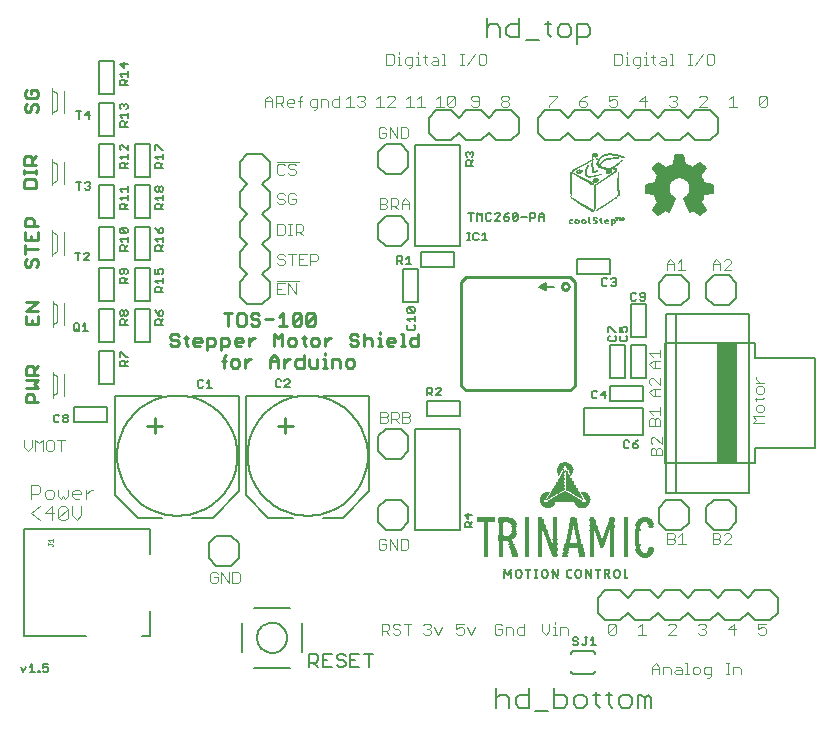
<source format=gto>
G75*
G70*
%OFA0B0*%
%FSLAX24Y24*%
%IPPOS*%
%LPD*%
%AMOC8*
5,1,8,0,0,1.08239X$1,22.5*
%
%ADD10C,0.0030*%
%ADD11C,0.0040*%
%ADD12C,0.0060*%
%ADD13C,0.0090*%
%ADD14C,0.0100*%
%ADD15C,0.0050*%
%ADD16C,0.0080*%
%ADD17C,0.0010*%
%ADD18C,0.0020*%
%ADD19R,0.0650X0.4000*%
%ADD20R,0.0058X0.0008*%
%ADD21R,0.0058X0.0008*%
%ADD22R,0.0075X0.0008*%
%ADD23R,0.0067X0.0008*%
%ADD24R,0.0066X0.0008*%
%ADD25R,0.0058X0.0008*%
%ADD26R,0.0050X0.0008*%
%ADD27R,0.0108X0.0008*%
%ADD28R,0.0158X0.0008*%
%ADD29R,0.0108X0.0008*%
%ADD30R,0.0059X0.0008*%
%ADD31R,0.0066X0.0008*%
%ADD32R,0.0133X0.0008*%
%ADD33R,0.0117X0.0008*%
%ADD34R,0.0058X0.0008*%
%ADD35R,0.0067X0.0008*%
%ADD36R,0.0158X0.0008*%
%ADD37R,0.0058X0.0008*%
%ADD38R,0.0050X0.0008*%
%ADD39R,0.0142X0.0008*%
%ADD40R,0.0158X0.0008*%
%ADD41R,0.0142X0.0008*%
%ADD42R,0.0059X0.0008*%
%ADD43R,0.0066X0.0008*%
%ADD44R,0.0150X0.0008*%
%ADD45R,0.0133X0.0008*%
%ADD46R,0.0067X0.0008*%
%ADD47R,0.0158X0.0008*%
%ADD48R,0.0050X0.0008*%
%ADD49R,0.0158X0.0008*%
%ADD50R,0.0158X0.0008*%
%ADD51R,0.0059X0.0008*%
%ADD52R,0.0167X0.0008*%
%ADD53R,0.0175X0.0008*%
%ADD54R,0.0075X0.0008*%
%ADD55R,0.0166X0.0008*%
%ADD56R,0.0183X0.0008*%
%ADD57R,0.0192X0.0008*%
%ADD58R,0.0192X0.0008*%
%ADD59R,0.0083X0.0008*%
%ADD60R,0.0175X0.0008*%
%ADD61R,0.0083X0.0008*%
%ADD62R,0.0083X0.0008*%
%ADD63R,0.0092X0.0008*%
%ADD64R,0.0076X0.0008*%
%ADD65R,0.0083X0.0008*%
%ADD66R,0.0091X0.0008*%
%ADD67R,0.0083X0.0008*%
%ADD68R,0.0067X0.0008*%
%ADD69R,0.0092X0.0008*%
%ADD70R,0.0058X0.0008*%
%ADD71R,0.0067X0.0008*%
%ADD72R,0.0100X0.0008*%
%ADD73R,0.0092X0.0008*%
%ADD74R,0.0100X0.0008*%
%ADD75R,0.0067X0.0008*%
%ADD76R,0.0100X0.0008*%
%ADD77R,0.0108X0.0008*%
%ADD78R,0.0108X0.0008*%
%ADD79R,0.0116X0.0008*%
%ADD80R,0.0108X0.0008*%
%ADD81R,0.0116X0.0008*%
%ADD82R,0.0075X0.0008*%
%ADD83R,0.0125X0.0008*%
%ADD84R,0.0125X0.0008*%
%ADD85R,0.0109X0.0008*%
%ADD86R,0.0109X0.0008*%
%ADD87R,0.0167X0.0008*%
%ADD88R,0.0183X0.0008*%
%ADD89R,0.0192X0.0008*%
%ADD90R,0.0192X0.0008*%
%ADD91R,0.0117X0.0008*%
%ADD92R,0.0117X0.0008*%
%ADD93R,0.0117X0.0008*%
%ADD94R,0.0117X0.0008*%
%ADD95R,0.0109X0.0008*%
%ADD96R,0.0108X0.0008*%
%ADD97R,0.0092X0.0008*%
%ADD98R,0.0092X0.0008*%
%ADD99R,0.0084X0.0008*%
%ADD100R,0.0092X0.0008*%
%ADD101R,0.0083X0.0008*%
%ADD102R,0.0084X0.0008*%
%ADD103R,0.0217X0.0008*%
%ADD104R,0.0084X0.0008*%
%ADD105R,0.0041X0.0008*%
%ADD106R,0.0076X0.0008*%
%ADD107R,0.0208X0.0008*%
%ADD108R,0.0192X0.0008*%
%ADD109R,0.0217X0.0008*%
%ADD110R,0.0175X0.0008*%
%ADD111R,0.0183X0.0008*%
%ADD112R,0.0216X0.0008*%
%ADD113R,0.0184X0.0008*%
%ADD114R,0.0217X0.0008*%
%ADD115R,0.0167X0.0008*%
%ADD116R,0.0216X0.0008*%
%ADD117R,0.0216X0.0008*%
%ADD118R,0.0142X0.0008*%
%ADD119R,0.0142X0.0008*%
%ADD120R,0.0150X0.0008*%
%ADD121R,0.0133X0.0008*%
%ADD122R,0.0167X0.0008*%
%ADD123R,0.0134X0.0008*%
%ADD124R,0.0150X0.0008*%
%ADD125R,0.0049X0.0008*%
%ADD126R,0.0159X0.0008*%
%ADD127R,0.0166X0.0008*%
%ADD128R,0.0250X0.0008*%
%ADD129R,0.0159X0.0008*%
%ADD130R,0.0283X0.0008*%
%ADD131R,0.0159X0.0008*%
%ADD132R,0.0167X0.0008*%
%ADD133R,0.0166X0.0008*%
%ADD134R,0.0167X0.0008*%
%ADD135R,0.0317X0.0008*%
%ADD136R,0.0342X0.0008*%
%ADD137R,0.0366X0.0008*%
%ADD138R,0.0392X0.0008*%
%ADD139R,0.0408X0.0008*%
%ADD140R,0.0425X0.0008*%
%ADD141R,0.0442X0.0008*%
%ADD142R,0.0458X0.0008*%
%ADD143R,0.0184X0.0008*%
%ADD144R,0.0474X0.0008*%
%ADD145R,0.0184X0.0008*%
%ADD146R,0.0474X0.0008*%
%ADD147R,0.0492X0.0008*%
%ADD148R,0.0508X0.0008*%
%ADD149R,0.0508X0.0008*%
%ADD150R,0.0200X0.0008*%
%ADD151R,0.0233X0.0008*%
%ADD152R,0.0234X0.0008*%
%ADD153R,0.0200X0.0008*%
%ADD154R,0.0208X0.0008*%
%ADD155R,0.0200X0.0008*%
%ADD156R,0.0209X0.0008*%
%ADD157R,0.0183X0.0008*%
%ADD158R,0.0209X0.0008*%
%ADD159R,0.0176X0.0008*%
%ADD160R,0.0174X0.0008*%
%ADD161R,0.0225X0.0008*%
%ADD162R,0.0225X0.0008*%
%ADD163R,0.0234X0.0008*%
%ADD164R,0.0234X0.0008*%
%ADD165R,0.0242X0.0008*%
%ADD166R,0.0242X0.0008*%
%ADD167R,0.0242X0.0008*%
%ADD168R,0.0250X0.0008*%
%ADD169R,0.0250X0.0008*%
%ADD170R,0.0259X0.0008*%
%ADD171R,0.0259X0.0008*%
%ADD172R,0.0259X0.0008*%
%ADD173R,0.0267X0.0008*%
%ADD174R,0.0267X0.0008*%
%ADD175R,0.0617X0.0008*%
%ADD176R,0.0267X0.0008*%
%ADD177R,0.0617X0.0008*%
%ADD178R,0.0275X0.0008*%
%ADD179R,0.0608X0.0008*%
%ADD180R,0.0275X0.0008*%
%ADD181R,0.0608X0.0008*%
%ADD182R,0.0284X0.0008*%
%ADD183R,0.0600X0.0008*%
%ADD184R,0.0284X0.0008*%
%ADD185R,0.0600X0.0008*%
%ADD186R,0.0284X0.0008*%
%ADD187R,0.0592X0.0008*%
%ADD188R,0.0133X0.0008*%
%ADD189R,0.0292X0.0008*%
%ADD190R,0.0592X0.0008*%
%ADD191R,0.0133X0.0008*%
%ADD192R,0.0292X0.0008*%
%ADD193R,0.0592X0.0008*%
%ADD194R,0.0292X0.0008*%
%ADD195R,0.0583X0.0008*%
%ADD196R,0.0300X0.0008*%
%ADD197R,0.0575X0.0008*%
%ADD198R,0.0300X0.0008*%
%ADD199R,0.0575X0.0008*%
%ADD200R,0.0309X0.0008*%
%ADD201R,0.0575X0.0008*%
%ADD202R,0.0309X0.0008*%
%ADD203R,0.0567X0.0008*%
%ADD204R,0.0567X0.0008*%
%ADD205R,0.0558X0.0008*%
%ADD206R,0.0183X0.0008*%
%ADD207R,0.0558X0.0008*%
%ADD208R,0.0183X0.0008*%
%ADD209R,0.0141X0.0008*%
%ADD210R,0.0142X0.0008*%
%ADD211R,0.0142X0.0008*%
%ADD212R,0.0242X0.0008*%
%ADD213R,0.0141X0.0008*%
%ADD214R,0.0459X0.0008*%
%ADD215R,0.0459X0.0008*%
%ADD216R,0.0459X0.0008*%
%ADD217R,0.0283X0.0008*%
%ADD218R,0.0450X0.0008*%
%ADD219R,0.0475X0.0008*%
%ADD220R,0.0141X0.0008*%
%ADD221R,0.0492X0.0008*%
%ADD222R,0.0500X0.0008*%
%ADD223R,0.0509X0.0008*%
%ADD224R,0.0517X0.0008*%
%ADD225R,0.0134X0.0008*%
%ADD226R,0.0525X0.0008*%
%ADD227R,0.0134X0.0008*%
%ADD228R,0.0534X0.0008*%
%ADD229R,0.0542X0.0008*%
%ADD230R,0.0550X0.0008*%
%ADD231R,0.0550X0.0008*%
%ADD232R,0.0559X0.0008*%
%ADD233R,0.0567X0.0008*%
%ADD234R,0.0191X0.0008*%
%ADD235R,0.0133X0.0008*%
%ADD236R,0.0149X0.0008*%
%ADD237R,0.0308X0.0008*%
%ADD238R,0.0300X0.0008*%
%ADD239R,0.0125X0.0008*%
%ADD240R,0.0291X0.0008*%
%ADD241R,0.0291X0.0008*%
%ADD242R,0.0292X0.0008*%
%ADD243R,0.0283X0.0008*%
%ADD244R,0.0292X0.0008*%
%ADD245R,0.0283X0.0008*%
%ADD246R,0.0292X0.0008*%
%ADD247R,0.0283X0.0008*%
%ADD248R,0.0275X0.0008*%
%ADD249R,0.0283X0.0008*%
%ADD250R,0.0267X0.0008*%
%ADD251R,0.0258X0.0008*%
%ADD252R,0.0267X0.0008*%
%ADD253R,0.0258X0.0008*%
%ADD254R,0.0258X0.0008*%
%ADD255R,0.0258X0.0008*%
%ADD256R,0.0258X0.0008*%
%ADD257R,0.0258X0.0008*%
%ADD258R,0.0233X0.0008*%
%ADD259R,0.0242X0.0008*%
%ADD260R,0.0233X0.0008*%
%ADD261R,0.0233X0.0008*%
%ADD262R,0.0233X0.0008*%
%ADD263R,0.0225X0.0008*%
%ADD264R,0.0233X0.0008*%
%ADD265R,0.0242X0.0008*%
%ADD266R,0.0217X0.0008*%
%ADD267R,0.0176X0.0008*%
%ADD268R,0.0208X0.0008*%
%ADD269R,0.0217X0.0008*%
%ADD270R,0.0208X0.0008*%
%ADD271R,0.0217X0.0008*%
%ADD272R,0.0208X0.0008*%
%ADD273R,0.0208X0.0008*%
%ADD274R,0.0567X0.0008*%
%ADD275R,0.0241X0.0008*%
%ADD276R,0.0600X0.0008*%
%ADD277R,0.0192X0.0008*%
%ADD278R,0.0534X0.0008*%
%ADD279R,0.0458X0.0008*%
%ADD280R,0.0525X0.0008*%
%ADD281R,0.0442X0.0008*%
%ADD282R,0.0434X0.0008*%
%ADD283R,0.0509X0.0008*%
%ADD284R,0.0417X0.0008*%
%ADD285R,0.0500X0.0008*%
%ADD286R,0.0392X0.0008*%
%ADD287R,0.0374X0.0008*%
%ADD288R,0.0475X0.0008*%
%ADD289R,0.0358X0.0008*%
%ADD290R,0.0325X0.0008*%
%ADD291R,0.0442X0.0008*%
%ADD292R,0.0409X0.0008*%
%ADD293R,0.0274X0.0008*%
%ADD294R,0.0359X0.0008*%
%ADD295R,0.0317X0.0008*%
%ADD296R,0.0316X0.0008*%
%ADD297R,0.0333X0.0008*%
%ADD298R,0.0342X0.0008*%
%ADD299R,0.0358X0.0008*%
%ADD300R,0.0375X0.0008*%
%ADD301R,0.0384X0.0008*%
%ADD302R,0.0400X0.0008*%
%ADD303R,0.0400X0.0008*%
%ADD304R,0.0417X0.0008*%
%ADD305R,0.0416X0.0008*%
%ADD306R,0.0433X0.0008*%
%ADD307R,0.0434X0.0008*%
%ADD308R,0.0450X0.0008*%
%ADD309R,0.0466X0.0008*%
%ADD310R,0.0467X0.0008*%
%ADD311R,0.0466X0.0008*%
%ADD312R,0.0483X0.0008*%
%ADD313R,0.0484X0.0008*%
%ADD314R,0.0483X0.0008*%
%ADD315R,0.0484X0.0008*%
%ADD316R,0.0116X0.0008*%
%ADD317R,0.1158X0.0008*%
%ADD318R,0.1125X0.0008*%
%ADD319R,0.1100X0.0008*%
%ADD320R,0.1075X0.0008*%
%ADD321R,0.1042X0.0008*%
%ADD322R,0.1008X0.0008*%
%ADD323R,0.0984X0.0008*%
%ADD324R,0.0017X0.0008*%
%ADD325R,0.0958X0.0008*%
%ADD326R,0.0016X0.0008*%
%ADD327R,0.0017X0.0008*%
%ADD328R,0.0924X0.0008*%
%ADD329R,0.0034X0.0008*%
%ADD330R,0.0892X0.0008*%
%ADD331R,0.0025X0.0008*%
%ADD332R,0.0874X0.0008*%
%ADD333R,0.0042X0.0008*%
%ADD334R,0.0842X0.0008*%
%ADD335R,0.0808X0.0008*%
%ADD336R,0.0191X0.0008*%
%ADD337R,0.0775X0.0008*%
%ADD338R,0.0750X0.0008*%
%ADD339R,0.0725X0.0008*%
%ADD340R,0.0692X0.0008*%
%ADD341R,0.0191X0.0008*%
%ADD342R,0.0658X0.0008*%
%ADD343R,0.0642X0.0008*%
%ADD344R,0.0608X0.0008*%
%ADD345R,0.0458X0.0008*%
%ADD346R,0.0376X0.0008*%
%ADD347R,0.0350X0.0008*%
%ADD348R,0.0326X0.0008*%
%ADD349R,0.0241X0.0008*%
%ADD350R,0.0266X0.0008*%
%ADD351R,0.0308X0.0008*%
%ADD352R,0.0316X0.0008*%
%ADD353R,0.0317X0.0008*%
%ADD354R,0.0334X0.0008*%
%ADD355R,0.0333X0.0008*%
%ADD356R,0.0341X0.0008*%
%ADD357R,0.0358X0.0008*%
%ADD358R,0.0350X0.0008*%
%ADD359R,0.0367X0.0008*%
%ADD360R,0.0383X0.0008*%
%ADD361R,0.0384X0.0008*%
%ADD362R,0.0383X0.0008*%
%ADD363R,0.0384X0.0008*%
%ADD364R,0.0367X0.0008*%
%ADD365R,0.0359X0.0008*%
%ADD366R,0.0358X0.0008*%
%ADD367R,0.0359X0.0008*%
%ADD368R,0.0350X0.0008*%
%ADD369R,0.0334X0.0008*%
%ADD370R,0.0333X0.0008*%
%ADD371R,0.0334X0.0008*%
%ADD372R,0.0325X0.0008*%
%ADD373R,0.0317X0.0008*%
%ADD374R,0.0308X0.0008*%
%ADD375R,0.0309X0.0008*%
%ADD376R,0.0267X0.0008*%
%ADD377R,0.0209X0.0008*%
%ADD378R,0.0017X0.0008*%
%ADD379R,0.0033X0.0008*%
%ADD380R,0.0041X0.0008*%
%ADD381R,0.0124X0.0008*%
%ADD382R,0.0124X0.0008*%
%ADD383R,0.0042X0.0008*%
%ADD384R,0.0042X0.0008*%
%ADD385R,0.0034X0.0008*%
%ADD386R,0.0033X0.0008*%
%ADD387R,0.0034X0.0008*%
%ADD388R,0.0025X0.0008*%
%ADD389R,0.0017X0.0008*%
%ADD390R,0.0008X0.0008*%
%ADD391R,0.0009X0.0008*%
%ADD392R,0.0008X0.0008*%
%ADD393R,0.0201X0.0008*%
%ADD394R,0.0201X0.0008*%
%ADD395R,0.0201X0.0008*%
%ADD396R,0.0376X0.0008*%
%ADD397R,0.0342X0.0008*%
%ADD398R,0.0276X0.0008*%
%ADD399R,0.0034X0.0017*%
%ADD400R,0.0034X0.0017*%
%ADD401R,0.0100X0.0017*%
%ADD402R,0.0050X0.0017*%
%ADD403R,0.0117X0.0017*%
%ADD404R,0.0117X0.0017*%
%ADD405R,0.0134X0.0017*%
%ADD406R,0.0133X0.0017*%
%ADD407R,0.0067X0.0017*%
%ADD408R,0.0033X0.0017*%
%ADD409R,0.0033X0.0017*%
%ADD410R,0.0050X0.0017*%
%ADD411R,0.0100X0.0017*%
%ADD412R,0.0067X0.0017*%
%ADD413R,0.0083X0.0017*%
%ADD414R,0.0167X0.0017*%
%ADD415R,0.0167X0.0017*%
%ADD416R,0.0184X0.0017*%
%ADD417R,0.0134X0.0017*%
%ADD418R,0.0133X0.0017*%
%ADD419R,0.0017X0.0017*%
%ADD420R,0.0017X0.0017*%
%ADD421R,0.0083X0.0017*%
%ADD422R,0.0116X0.0017*%
%ADD423R,0.0116X0.0017*%
%ADD424R,0.0066X0.0017*%
%ADD425R,0.0066X0.0017*%
%ADD426R,0.0084X0.0017*%
%ADD427R,0.0084X0.0017*%
%ADD428R,0.0150X0.0017*%
%ADD429R,0.0150X0.0017*%
%ADD430R,0.0166X0.0017*%
%ADD431R,0.0183X0.0017*%
%ADD432R,0.0250X0.0017*%
%ADD433R,0.0333X0.0017*%
%ADD434R,0.0184X0.0017*%
%ADD435R,0.0016X0.0017*%
%ADD436R,0.0183X0.0017*%
%ADD437R,0.0217X0.0017*%
%ADD438R,0.0200X0.0017*%
%ADD439R,0.0200X0.0017*%
%ADD440R,0.0233X0.0017*%
%ADD441R,0.0534X0.0017*%
%ADD442R,0.0166X0.0017*%
%ADD443R,0.0300X0.0017*%
%ADD444R,0.0350X0.0017*%
%ADD445R,0.0233X0.0017*%
%ADD446R,0.0250X0.0017*%
%ADD447R,0.0450X0.0017*%
%ADD448R,0.0333X0.0017*%
D10*
X009392Y004585D02*
X009453Y004523D01*
X009577Y004523D01*
X009639Y004585D01*
X009639Y004709D01*
X009515Y004709D01*
X009392Y004832D02*
X009392Y004585D01*
X009392Y004832D02*
X009453Y004894D01*
X009577Y004894D01*
X009639Y004832D01*
X009760Y004894D02*
X010007Y004523D01*
X010007Y004894D01*
X010128Y004894D02*
X010313Y004894D01*
X010375Y004832D01*
X010375Y004585D01*
X010313Y004523D01*
X010128Y004523D01*
X010128Y004894D01*
X009760Y004894D02*
X009760Y004523D01*
X015002Y005687D02*
X015064Y005626D01*
X015187Y005626D01*
X015249Y005687D01*
X015249Y005811D01*
X015125Y005811D01*
X015002Y005934D02*
X015002Y005687D01*
X015002Y005934D02*
X015064Y005996D01*
X015187Y005996D01*
X015249Y005934D01*
X015370Y005996D02*
X015617Y005626D01*
X015617Y005996D01*
X015739Y005996D02*
X015924Y005996D01*
X015985Y005934D01*
X015985Y005687D01*
X015924Y005626D01*
X015739Y005626D01*
X015739Y005996D01*
X015370Y005996D02*
X015370Y005626D01*
X015298Y003165D02*
X015360Y003104D01*
X015360Y002980D01*
X015298Y002918D01*
X015113Y002918D01*
X015113Y002795D02*
X015113Y003165D01*
X015298Y003165D01*
X015481Y003104D02*
X015481Y003042D01*
X015543Y002980D01*
X015666Y002980D01*
X015728Y002918D01*
X015728Y002857D01*
X015666Y002795D01*
X015543Y002795D01*
X015481Y002857D01*
X015360Y002795D02*
X015236Y002918D01*
X015481Y003104D02*
X015543Y003165D01*
X015666Y003165D01*
X015728Y003104D01*
X015850Y003165D02*
X016096Y003165D01*
X015973Y003165D02*
X015973Y002795D01*
X016499Y002857D02*
X016561Y002795D01*
X016684Y002795D01*
X016746Y002857D01*
X016746Y002918D01*
X016684Y002980D01*
X016622Y002980D01*
X016684Y002980D02*
X016746Y003042D01*
X016746Y003104D01*
X016684Y003165D01*
X016561Y003165D01*
X016499Y003104D01*
X016867Y003042D02*
X016991Y002795D01*
X017114Y003042D01*
X017599Y002980D02*
X017722Y003042D01*
X017784Y003042D01*
X017846Y002980D01*
X017846Y002857D01*
X017784Y002795D01*
X017661Y002795D01*
X017599Y002857D01*
X017599Y002980D02*
X017599Y003165D01*
X017846Y003165D01*
X017967Y003042D02*
X018091Y002795D01*
X018214Y003042D01*
X018871Y003104D02*
X018871Y002857D01*
X018933Y002795D01*
X019056Y002795D01*
X019118Y002857D01*
X019118Y002980D01*
X018994Y002980D01*
X018871Y003104D02*
X018933Y003165D01*
X019056Y003165D01*
X019118Y003104D01*
X019239Y003042D02*
X019424Y003042D01*
X019486Y002980D01*
X019486Y002795D01*
X019607Y002857D02*
X019607Y002980D01*
X019669Y003042D01*
X019854Y003042D01*
X019854Y003165D02*
X019854Y002795D01*
X019669Y002795D01*
X019607Y002857D01*
X019239Y002795D02*
X019239Y003042D01*
X020449Y002918D02*
X020572Y002795D01*
X020696Y002918D01*
X020696Y003165D01*
X020817Y003042D02*
X020879Y003042D01*
X020879Y002795D01*
X020817Y002795D02*
X020941Y002795D01*
X021063Y002795D02*
X021063Y003042D01*
X021248Y003042D01*
X021310Y002980D01*
X021310Y002795D01*
X020879Y003165D02*
X020879Y003227D01*
X020449Y003165D02*
X020449Y002918D01*
X022667Y002857D02*
X022914Y003104D01*
X022914Y002857D01*
X022852Y002795D01*
X022729Y002795D01*
X022667Y002857D01*
X022667Y003104D01*
X022729Y003165D01*
X022852Y003165D01*
X022914Y003104D01*
X023667Y003042D02*
X023790Y003165D01*
X023790Y002795D01*
X023667Y002795D02*
X023914Y002795D01*
X024667Y002795D02*
X024914Y003042D01*
X024914Y003104D01*
X024852Y003165D01*
X024729Y003165D01*
X024667Y003104D01*
X024667Y002795D02*
X024914Y002795D01*
X025667Y002857D02*
X025729Y002795D01*
X025852Y002795D01*
X025914Y002857D01*
X025914Y002918D01*
X025852Y002980D01*
X025790Y002980D01*
X025852Y002980D02*
X025914Y003042D01*
X025914Y003104D01*
X025852Y003165D01*
X025729Y003165D01*
X025667Y003104D01*
X026667Y002980D02*
X026914Y002980D01*
X026852Y002795D02*
X026852Y003165D01*
X026667Y002980D01*
X027667Y002980D02*
X027790Y003042D01*
X027852Y003042D01*
X027914Y002980D01*
X027914Y002857D01*
X027852Y002795D01*
X027729Y002795D01*
X027667Y002857D01*
X027667Y002980D02*
X027667Y003165D01*
X027914Y003165D01*
X027007Y001724D02*
X027069Y001662D01*
X027069Y001477D01*
X026822Y001477D02*
X026822Y001724D01*
X027007Y001724D01*
X026700Y001847D02*
X026576Y001847D01*
X026638Y001847D02*
X026638Y001477D01*
X026576Y001477D02*
X026700Y001477D01*
X026086Y001477D02*
X025901Y001477D01*
X025840Y001539D01*
X025840Y001662D01*
X025901Y001724D01*
X026086Y001724D01*
X026086Y001415D01*
X026025Y001354D01*
X025963Y001354D01*
X025718Y001539D02*
X025718Y001662D01*
X025656Y001724D01*
X025533Y001724D01*
X025471Y001662D01*
X025471Y001539D01*
X025533Y001477D01*
X025656Y001477D01*
X025718Y001539D01*
X025349Y001477D02*
X025226Y001477D01*
X025287Y001477D02*
X025287Y001847D01*
X025226Y001847D01*
X025043Y001724D02*
X025104Y001662D01*
X025104Y001477D01*
X024919Y001477D01*
X024857Y001539D01*
X024919Y001600D01*
X025104Y001600D01*
X025043Y001724D02*
X024919Y001724D01*
X024736Y001662D02*
X024736Y001477D01*
X024736Y001662D02*
X024674Y001724D01*
X024489Y001724D01*
X024489Y001477D01*
X024368Y001477D02*
X024368Y001724D01*
X024244Y001847D01*
X024121Y001724D01*
X024121Y001477D01*
X024121Y001662D02*
X024368Y001662D01*
X024625Y005814D02*
X024811Y005814D01*
X024872Y005876D01*
X024872Y005938D01*
X024811Y005999D01*
X024625Y005999D01*
X024625Y005814D02*
X024625Y006185D01*
X024811Y006185D01*
X024872Y006123D01*
X024872Y006061D01*
X024811Y005999D01*
X024994Y006061D02*
X025117Y006185D01*
X025117Y005814D01*
X024994Y005814D02*
X025241Y005814D01*
X026141Y005814D02*
X026326Y005814D01*
X026388Y005876D01*
X026388Y005938D01*
X026326Y005999D01*
X026141Y005999D01*
X026141Y005814D02*
X026141Y006185D01*
X026326Y006185D01*
X026388Y006123D01*
X026388Y006061D01*
X026326Y005999D01*
X026510Y006123D02*
X026571Y006185D01*
X026695Y006185D01*
X026756Y006123D01*
X026756Y006061D01*
X026510Y005814D01*
X026756Y005814D01*
X024440Y008775D02*
X024070Y008775D01*
X024070Y008960D01*
X024132Y009022D01*
X024194Y009022D01*
X024255Y008960D01*
X024255Y008775D01*
X024440Y008775D02*
X024440Y008960D01*
X024379Y009022D01*
X024317Y009022D01*
X024255Y008960D01*
X024132Y009144D02*
X024070Y009205D01*
X024070Y009329D01*
X024132Y009390D01*
X024194Y009390D01*
X024440Y009144D01*
X024440Y009390D01*
X024391Y009760D02*
X024021Y009760D01*
X024021Y009945D01*
X024083Y010006D01*
X024144Y010006D01*
X024206Y009945D01*
X024206Y009760D01*
X024206Y009945D02*
X024268Y010006D01*
X024330Y010006D01*
X024391Y009945D01*
X024391Y009760D01*
X024391Y010128D02*
X024391Y010375D01*
X024391Y010251D02*
X024021Y010251D01*
X024144Y010128D01*
X024144Y010744D02*
X024021Y010867D01*
X024144Y010991D01*
X024391Y010991D01*
X024391Y011112D02*
X024144Y011359D01*
X024083Y011359D01*
X024021Y011297D01*
X024021Y011174D01*
X024083Y011112D01*
X024206Y010991D02*
X024206Y010744D01*
X024144Y010744D02*
X024391Y010744D01*
X024391Y011112D02*
X024391Y011359D01*
X024391Y011679D02*
X024144Y011679D01*
X024021Y011802D01*
X024144Y011926D01*
X024391Y011926D01*
X024391Y012047D02*
X024391Y012294D01*
X024391Y012171D02*
X024021Y012171D01*
X024144Y012047D01*
X024206Y011926D02*
X024206Y011679D01*
X027599Y011374D02*
X027599Y011312D01*
X027723Y011189D01*
X027846Y011189D02*
X027599Y011189D01*
X027661Y011067D02*
X027599Y011006D01*
X027599Y010882D01*
X027661Y010820D01*
X027784Y010820D01*
X027846Y010882D01*
X027846Y011006D01*
X027784Y011067D01*
X027661Y011067D01*
X027599Y010698D02*
X027599Y010575D01*
X027537Y010637D02*
X027784Y010637D01*
X027846Y010698D01*
X027784Y010453D02*
X027661Y010453D01*
X027599Y010392D01*
X027599Y010268D01*
X027661Y010207D01*
X027784Y010207D01*
X027846Y010268D01*
X027846Y010392D01*
X027784Y010453D01*
X027846Y010085D02*
X027476Y010085D01*
X027599Y009962D01*
X027476Y009838D01*
X027846Y009838D01*
X026756Y014948D02*
X026510Y014948D01*
X026756Y015195D01*
X026756Y015257D01*
X026695Y015318D01*
X026571Y015318D01*
X026510Y015257D01*
X026388Y015195D02*
X026388Y014948D01*
X026388Y015133D02*
X026141Y015133D01*
X026141Y015195D02*
X026141Y014948D01*
X026141Y015195D02*
X026265Y015318D01*
X026388Y015195D01*
X025221Y014948D02*
X024974Y014948D01*
X024853Y014948D02*
X024853Y015195D01*
X024729Y015318D01*
X024606Y015195D01*
X024606Y014948D01*
X024606Y015133D02*
X024853Y015133D01*
X024974Y015195D02*
X025098Y015318D01*
X025098Y014948D01*
X024884Y020395D02*
X024760Y020395D01*
X024699Y020457D01*
X024822Y020580D02*
X024884Y020580D01*
X024945Y020518D01*
X024945Y020457D01*
X024884Y020395D01*
X024884Y020580D02*
X024945Y020642D01*
X024945Y020704D01*
X024884Y020765D01*
X024760Y020765D01*
X024699Y020704D01*
X023945Y020580D02*
X023699Y020580D01*
X023884Y020765D01*
X023884Y020395D01*
X022945Y020457D02*
X022884Y020395D01*
X022760Y020395D01*
X022699Y020457D01*
X022699Y020580D02*
X022822Y020642D01*
X022884Y020642D01*
X022945Y020580D01*
X022945Y020457D01*
X022699Y020580D02*
X022699Y020765D01*
X022945Y020765D01*
X021945Y020765D02*
X021822Y020704D01*
X021699Y020580D01*
X021884Y020580D01*
X021945Y020518D01*
X021945Y020457D01*
X021884Y020395D01*
X021760Y020395D01*
X021699Y020457D01*
X021699Y020580D01*
X020945Y020704D02*
X020699Y020457D01*
X020699Y020395D01*
X020699Y020765D02*
X020945Y020765D01*
X020945Y020704D01*
X019345Y020704D02*
X019345Y020642D01*
X019284Y020580D01*
X019160Y020580D01*
X019099Y020642D01*
X019099Y020704D01*
X019160Y020765D01*
X019284Y020765D01*
X019345Y020704D01*
X019284Y020580D02*
X019345Y020518D01*
X019345Y020457D01*
X019284Y020395D01*
X019160Y020395D01*
X019099Y020457D01*
X019099Y020518D01*
X019160Y020580D01*
X018345Y020580D02*
X018160Y020580D01*
X018099Y020642D01*
X018099Y020704D01*
X018160Y020765D01*
X018284Y020765D01*
X018345Y020704D01*
X018345Y020457D01*
X018284Y020395D01*
X018160Y020395D01*
X018099Y020457D01*
X017545Y020457D02*
X017545Y020704D01*
X017299Y020457D01*
X017360Y020395D01*
X017484Y020395D01*
X017545Y020457D01*
X017299Y020457D02*
X017299Y020704D01*
X017360Y020765D01*
X017484Y020765D01*
X017545Y020704D01*
X017177Y020395D02*
X016930Y020395D01*
X017054Y020395D02*
X017054Y020765D01*
X016930Y020642D01*
X016545Y020395D02*
X016299Y020395D01*
X016177Y020395D02*
X015930Y020395D01*
X016054Y020395D02*
X016054Y020765D01*
X015930Y020642D01*
X015545Y020642D02*
X015545Y020704D01*
X015484Y020765D01*
X015360Y020765D01*
X015299Y020704D01*
X015054Y020765D02*
X015054Y020395D01*
X015177Y020395D02*
X014930Y020395D01*
X014930Y020642D02*
X015054Y020765D01*
X015299Y020395D02*
X015545Y020642D01*
X015545Y020395D02*
X015299Y020395D01*
X014545Y020457D02*
X014484Y020395D01*
X014360Y020395D01*
X014299Y020457D01*
X014177Y020395D02*
X013930Y020395D01*
X014054Y020395D02*
X014054Y020765D01*
X013930Y020642D01*
X013695Y020642D02*
X013510Y020642D01*
X013449Y020580D01*
X013449Y020457D01*
X013510Y020395D01*
X013695Y020395D01*
X013695Y020765D01*
X013327Y020580D02*
X013327Y020395D01*
X013327Y020580D02*
X013265Y020642D01*
X013080Y020642D01*
X013080Y020395D01*
X012959Y020395D02*
X012774Y020395D01*
X012712Y020457D01*
X012712Y020580D01*
X012774Y020642D01*
X012959Y020642D01*
X012959Y020333D01*
X012897Y020272D01*
X012835Y020272D01*
X012383Y020395D02*
X012383Y020704D01*
X012445Y020765D01*
X012445Y020580D02*
X012321Y020580D01*
X012200Y020580D02*
X012138Y020642D01*
X012015Y020642D01*
X011953Y020580D01*
X011953Y020457D01*
X012015Y020395D01*
X012138Y020395D01*
X012200Y020518D02*
X011953Y020518D01*
X011832Y020580D02*
X011770Y020518D01*
X011585Y020518D01*
X011585Y020395D02*
X011585Y020765D01*
X011770Y020765D01*
X011832Y020704D01*
X011832Y020580D01*
X011708Y020518D02*
X011832Y020395D01*
X011463Y020395D02*
X011463Y020642D01*
X011340Y020765D01*
X011216Y020642D01*
X011216Y020395D01*
X011216Y020580D02*
X011463Y020580D01*
X012200Y020580D02*
X012200Y020518D01*
X014299Y020704D02*
X014360Y020765D01*
X014484Y020765D01*
X014545Y020704D01*
X014545Y020642D01*
X014484Y020580D01*
X014545Y020518D01*
X014545Y020457D01*
X014484Y020580D02*
X014422Y020580D01*
X015064Y019716D02*
X015002Y019655D01*
X015002Y019408D01*
X015064Y019346D01*
X015187Y019346D01*
X015249Y019408D01*
X015249Y019531D01*
X015125Y019531D01*
X015249Y019655D02*
X015187Y019716D01*
X015064Y019716D01*
X015370Y019716D02*
X015617Y019346D01*
X015617Y019716D01*
X015739Y019716D02*
X015924Y019716D01*
X015985Y019655D01*
X015985Y019408D01*
X015924Y019346D01*
X015739Y019346D01*
X015739Y019716D01*
X015370Y019716D02*
X015370Y019346D01*
X016422Y020395D02*
X016422Y020765D01*
X016299Y020642D01*
X016066Y021672D02*
X016128Y021733D01*
X016128Y022042D01*
X015942Y022042D01*
X015881Y021980D01*
X015881Y021857D01*
X015942Y021795D01*
X016128Y021795D01*
X016249Y021795D02*
X016372Y021795D01*
X016311Y021795D02*
X016311Y022042D01*
X016249Y022042D01*
X016311Y022165D02*
X016311Y022227D01*
X016495Y022042D02*
X016618Y022042D01*
X016556Y022104D02*
X016556Y021857D01*
X016618Y021795D01*
X016740Y021857D02*
X016802Y021795D01*
X016987Y021795D01*
X016987Y021980D01*
X016925Y022042D01*
X016802Y022042D01*
X016802Y021918D02*
X016987Y021918D01*
X017108Y021795D02*
X017232Y021795D01*
X017170Y021795D02*
X017170Y022165D01*
X017108Y022165D01*
X016802Y021918D02*
X016740Y021857D01*
X016066Y021672D02*
X016004Y021672D01*
X015759Y021795D02*
X015635Y021795D01*
X015697Y021795D02*
X015697Y022042D01*
X015635Y022042D01*
X015514Y022104D02*
X015514Y021857D01*
X015452Y021795D01*
X015267Y021795D01*
X015267Y022165D01*
X015452Y022165D01*
X015514Y022104D01*
X015697Y022165D02*
X015697Y022227D01*
X017722Y022165D02*
X017846Y022165D01*
X017784Y022165D02*
X017784Y021795D01*
X017722Y021795D02*
X017846Y021795D01*
X017968Y021795D02*
X018215Y022165D01*
X018336Y022104D02*
X018336Y021857D01*
X018398Y021795D01*
X018521Y021795D01*
X018583Y021857D01*
X018583Y022104D01*
X018521Y022165D01*
X018398Y022165D01*
X018336Y022104D01*
X022867Y022165D02*
X022867Y021795D01*
X023052Y021795D01*
X023114Y021857D01*
X023114Y022104D01*
X023052Y022165D01*
X022867Y022165D01*
X023235Y022042D02*
X023297Y022042D01*
X023297Y021795D01*
X023235Y021795D02*
X023359Y021795D01*
X023481Y021857D02*
X023542Y021795D01*
X023728Y021795D01*
X023728Y021733D02*
X023728Y022042D01*
X023542Y022042D01*
X023481Y021980D01*
X023481Y021857D01*
X023604Y021672D02*
X023666Y021672D01*
X023728Y021733D01*
X023849Y021795D02*
X023972Y021795D01*
X023911Y021795D02*
X023911Y022042D01*
X023849Y022042D01*
X023911Y022165D02*
X023911Y022227D01*
X024095Y022042D02*
X024218Y022042D01*
X024156Y022104D02*
X024156Y021857D01*
X024218Y021795D01*
X024340Y021857D02*
X024402Y021918D01*
X024587Y021918D01*
X024587Y021980D02*
X024587Y021795D01*
X024402Y021795D01*
X024340Y021857D01*
X024402Y022042D02*
X024525Y022042D01*
X024587Y021980D01*
X024708Y021795D02*
X024832Y021795D01*
X024770Y021795D02*
X024770Y022165D01*
X024708Y022165D01*
X025322Y022165D02*
X025446Y022165D01*
X025384Y022165D02*
X025384Y021795D01*
X025322Y021795D02*
X025446Y021795D01*
X025568Y021795D02*
X025815Y022165D01*
X025936Y022104D02*
X025936Y021857D01*
X025998Y021795D01*
X026121Y021795D01*
X026183Y021857D01*
X026183Y022104D01*
X026121Y022165D01*
X025998Y022165D01*
X025936Y022104D01*
X025884Y020765D02*
X025760Y020765D01*
X025699Y020704D01*
X025884Y020765D02*
X025945Y020704D01*
X025945Y020642D01*
X025699Y020395D01*
X025945Y020395D01*
X026699Y020395D02*
X026945Y020395D01*
X026822Y020395D02*
X026822Y020765D01*
X026699Y020642D01*
X027699Y020704D02*
X027699Y020457D01*
X027945Y020704D01*
X027945Y020457D01*
X027884Y020395D01*
X027760Y020395D01*
X027699Y020457D01*
X027699Y020704D02*
X027760Y020765D01*
X027884Y020765D01*
X027945Y020704D01*
X023297Y022165D02*
X023297Y022227D01*
X016022Y017222D02*
X016022Y016976D01*
X016022Y017161D02*
X015775Y017161D01*
X015775Y017222D02*
X015899Y017346D01*
X016022Y017222D01*
X015775Y017222D02*
X015775Y016976D01*
X015654Y016976D02*
X015531Y017099D01*
X015592Y017099D02*
X015407Y017099D01*
X015286Y017099D02*
X015286Y017037D01*
X015224Y016976D01*
X015039Y016976D01*
X015039Y017346D01*
X015224Y017346D01*
X015286Y017284D01*
X015286Y017222D01*
X015224Y017161D01*
X015039Y017161D01*
X015224Y017161D02*
X015286Y017099D01*
X015407Y016976D02*
X015407Y017346D01*
X015592Y017346D01*
X015654Y017284D01*
X015654Y017161D01*
X015592Y017099D01*
X012978Y015432D02*
X012978Y015309D01*
X012916Y015247D01*
X012731Y015247D01*
X012731Y015124D02*
X012731Y015494D01*
X012916Y015494D01*
X012978Y015432D01*
X012609Y015494D02*
X012363Y015494D01*
X012363Y015124D01*
X012609Y015124D01*
X012486Y015309D02*
X012363Y015309D01*
X012241Y015494D02*
X011994Y015494D01*
X012118Y015494D02*
X012118Y015124D01*
X011873Y015185D02*
X011811Y015124D01*
X011688Y015124D01*
X011626Y015185D01*
X011688Y015309D02*
X011626Y015371D01*
X011626Y015432D01*
X011688Y015494D01*
X011811Y015494D01*
X011873Y015432D01*
X011811Y015309D02*
X011873Y015247D01*
X011873Y015185D01*
X011811Y015309D02*
X011688Y015309D01*
X011611Y014569D02*
X012348Y014569D01*
X012241Y014510D02*
X012241Y014139D01*
X011994Y014510D01*
X011994Y014139D01*
X011873Y014139D02*
X011626Y014139D01*
X011626Y014510D01*
X011873Y014510D01*
X011749Y014325D02*
X011626Y014325D01*
X011626Y016108D02*
X011811Y016108D01*
X011873Y016170D01*
X011873Y016417D01*
X011811Y016478D01*
X011626Y016478D01*
X011626Y016108D01*
X011994Y016108D02*
X012118Y016108D01*
X012056Y016108D02*
X012056Y016478D01*
X011994Y016478D02*
X012118Y016478D01*
X012240Y016478D02*
X012425Y016478D01*
X012487Y016417D01*
X012487Y016293D01*
X012425Y016231D01*
X012240Y016231D01*
X012240Y016108D02*
X012240Y016478D01*
X012363Y016231D02*
X012487Y016108D01*
X012179Y017141D02*
X012241Y017203D01*
X012241Y017327D01*
X012118Y017327D01*
X012241Y017450D02*
X012179Y017512D01*
X012056Y017512D01*
X011994Y017450D01*
X011994Y017203D01*
X012056Y017141D01*
X012179Y017141D01*
X011873Y017203D02*
X011811Y017141D01*
X011688Y017141D01*
X011626Y017203D01*
X011688Y017327D02*
X011626Y017388D01*
X011626Y017450D01*
X011688Y017512D01*
X011811Y017512D01*
X011873Y017450D01*
X011811Y017327D02*
X011873Y017265D01*
X011873Y017203D01*
X011811Y017327D02*
X011688Y017327D01*
X011688Y018126D02*
X011626Y018187D01*
X011626Y018434D01*
X011688Y018496D01*
X011811Y018496D01*
X011873Y018434D01*
X011994Y018434D02*
X012056Y018496D01*
X012179Y018496D01*
X012241Y018434D01*
X012179Y018311D02*
X012241Y018249D01*
X012241Y018187D01*
X012179Y018126D01*
X012056Y018126D01*
X011994Y018187D01*
X011873Y018187D02*
X011811Y018126D01*
X011688Y018126D01*
X011994Y018373D02*
X012056Y018311D01*
X012179Y018311D01*
X011994Y018373D02*
X011994Y018434D01*
X012348Y018556D02*
X011611Y018556D01*
X015059Y010220D02*
X015244Y010220D01*
X015305Y010158D01*
X015305Y010096D01*
X015244Y010035D01*
X015059Y010035D01*
X015244Y010035D02*
X015305Y009973D01*
X015305Y009911D01*
X015244Y009850D01*
X015059Y009850D01*
X015059Y010220D01*
X015427Y010220D02*
X015612Y010220D01*
X015674Y010158D01*
X015674Y010035D01*
X015612Y009973D01*
X015427Y009973D01*
X015550Y009973D02*
X015674Y009850D01*
X015795Y009850D02*
X015980Y009850D01*
X016042Y009911D01*
X016042Y009973D01*
X015980Y010035D01*
X015795Y010035D01*
X015795Y009850D02*
X015795Y010220D01*
X015980Y010220D01*
X016042Y010158D01*
X016042Y010096D01*
X015980Y010035D01*
X015427Y009850D02*
X015427Y010220D01*
X004540Y009291D02*
X004293Y009291D01*
X004417Y009291D02*
X004417Y008921D01*
X004172Y008982D02*
X004172Y009229D01*
X004110Y009291D01*
X003987Y009291D01*
X003925Y009229D01*
X003925Y008982D01*
X003987Y008921D01*
X004110Y008921D01*
X004172Y008982D01*
X003804Y008921D02*
X003804Y009291D01*
X003680Y009167D01*
X003557Y009291D01*
X003557Y008921D01*
X003435Y009044D02*
X003435Y009291D01*
X003188Y009291D02*
X003188Y009044D01*
X003312Y008921D01*
X003435Y009044D01*
D11*
X003412Y007784D02*
X003643Y007784D01*
X003719Y007707D01*
X003719Y007554D01*
X003643Y007477D01*
X003412Y007477D01*
X003412Y007324D02*
X003412Y007784D01*
X003873Y007554D02*
X003873Y007400D01*
X003949Y007324D01*
X004103Y007324D01*
X004180Y007400D01*
X004180Y007554D01*
X004103Y007631D01*
X003949Y007631D01*
X003873Y007554D01*
X004333Y007631D02*
X004333Y007400D01*
X004410Y007324D01*
X004487Y007400D01*
X004563Y007324D01*
X004640Y007400D01*
X004640Y007631D01*
X004794Y007554D02*
X004870Y007631D01*
X005024Y007631D01*
X005100Y007554D01*
X005100Y007477D01*
X004794Y007477D01*
X004794Y007400D02*
X004794Y007554D01*
X004794Y007400D02*
X004870Y007324D01*
X005024Y007324D01*
X005254Y007324D02*
X005254Y007631D01*
X005407Y007631D02*
X005484Y007631D01*
X005407Y007631D02*
X005254Y007477D01*
X005100Y007075D02*
X005100Y006768D01*
X004947Y006615D01*
X004794Y006768D01*
X004794Y007075D01*
X004640Y006999D02*
X004333Y006692D01*
X004410Y006615D01*
X004563Y006615D01*
X004640Y006692D01*
X004640Y006999D01*
X004563Y007075D01*
X004410Y007075D01*
X004333Y006999D01*
X004333Y006692D01*
X004180Y006845D02*
X003873Y006845D01*
X004103Y007075D01*
X004103Y006615D01*
X003719Y006615D02*
X003412Y006845D01*
X003719Y007075D01*
X004137Y010697D02*
X004137Y011563D01*
X004530Y011485D02*
X004530Y010737D01*
X004137Y013063D02*
X004137Y013930D01*
X004530Y013851D02*
X004530Y013103D01*
X004121Y015414D02*
X004121Y016280D01*
X004514Y016201D02*
X004514Y015453D01*
X004121Y017776D02*
X004121Y018642D01*
X004514Y018563D02*
X004514Y017815D01*
X004121Y020138D02*
X004121Y021004D01*
X004514Y020926D02*
X004514Y020178D01*
D12*
X003251Y001720D02*
X003165Y001546D01*
X003078Y001720D01*
X003373Y001720D02*
X003459Y001806D01*
X003459Y001546D01*
X003373Y001546D02*
X003546Y001546D01*
X003667Y001546D02*
X003711Y001546D01*
X003711Y001590D01*
X003667Y001590D01*
X003667Y001546D01*
X003815Y001590D02*
X003858Y001546D01*
X003945Y001546D01*
X003988Y001590D01*
X003988Y001676D01*
X003945Y001720D01*
X003901Y001720D01*
X003815Y001676D01*
X003815Y001806D01*
X003988Y001806D01*
X004234Y009871D02*
X004321Y009871D01*
X004364Y009915D01*
X004485Y009915D02*
X004485Y009958D01*
X004529Y010001D01*
X004615Y010001D01*
X004659Y009958D01*
X004659Y009915D01*
X004615Y009871D01*
X004529Y009871D01*
X004485Y009915D01*
X004529Y010001D02*
X004485Y010045D01*
X004485Y010088D01*
X004529Y010132D01*
X004615Y010132D01*
X004659Y010088D01*
X004659Y010045D01*
X004615Y010001D01*
X004364Y010088D02*
X004321Y010132D01*
X004234Y010132D01*
X004191Y010088D01*
X004191Y009915D01*
X004234Y009871D01*
X006381Y011754D02*
X006381Y011884D01*
X006425Y011927D01*
X006511Y011927D01*
X006555Y011884D01*
X006555Y011754D01*
X006555Y011841D02*
X006641Y011927D01*
X006641Y012048D02*
X006598Y012048D01*
X006425Y012222D01*
X006381Y012222D01*
X006381Y012048D01*
X006381Y011754D02*
X006641Y011754D01*
X005316Y012906D02*
X005142Y012906D01*
X005229Y012906D02*
X005229Y013167D01*
X005142Y013080D01*
X005021Y013123D02*
X005021Y012950D01*
X004978Y012906D01*
X004891Y012906D01*
X004848Y012950D01*
X004848Y013123D01*
X004891Y013167D01*
X004978Y013167D01*
X005021Y013123D01*
X004934Y012993D02*
X005021Y012906D01*
X006381Y013132D02*
X006381Y013262D01*
X006425Y013305D01*
X006511Y013305D01*
X006555Y013262D01*
X006555Y013132D01*
X006555Y013218D02*
X006641Y013305D01*
X006598Y013426D02*
X006555Y013426D01*
X006511Y013470D01*
X006511Y013556D01*
X006555Y013600D01*
X006598Y013600D01*
X006641Y013556D01*
X006641Y013470D01*
X006598Y013426D01*
X006511Y013470D02*
X006468Y013426D01*
X006425Y013426D01*
X006381Y013470D01*
X006381Y013556D01*
X006425Y013600D01*
X006468Y013600D01*
X006511Y013556D01*
X006641Y013132D02*
X006381Y013132D01*
X007562Y013132D02*
X007562Y013262D01*
X007606Y013305D01*
X007693Y013305D01*
X007736Y013262D01*
X007736Y013132D01*
X007736Y013218D02*
X007823Y013305D01*
X007779Y013426D02*
X007823Y013470D01*
X007823Y013556D01*
X007779Y013600D01*
X007736Y013600D01*
X007693Y013556D01*
X007693Y013426D01*
X007779Y013426D01*
X007693Y013426D02*
X007606Y013513D01*
X007562Y013600D01*
X007562Y013132D02*
X007823Y013132D01*
X007823Y014215D02*
X007562Y014215D01*
X007562Y014345D01*
X007606Y014389D01*
X007693Y014389D01*
X007736Y014345D01*
X007736Y014215D01*
X007736Y014302D02*
X007823Y014389D01*
X007823Y014510D02*
X007823Y014683D01*
X007823Y014596D02*
X007562Y014596D01*
X007649Y014510D01*
X007693Y014804D02*
X007649Y014891D01*
X007649Y014934D01*
X007693Y014978D01*
X007779Y014978D01*
X007823Y014934D01*
X007823Y014848D01*
X007779Y014804D01*
X007693Y014804D02*
X007562Y014804D01*
X007562Y014978D01*
X007562Y015593D02*
X007562Y015723D01*
X007606Y015766D01*
X007693Y015766D01*
X007736Y015723D01*
X007736Y015593D01*
X007823Y015593D02*
X007562Y015593D01*
X007736Y015680D02*
X007823Y015766D01*
X007823Y015888D02*
X007823Y016061D01*
X007823Y015974D02*
X007562Y015974D01*
X007649Y015888D01*
X007693Y016182D02*
X007606Y016269D01*
X007562Y016356D01*
X007693Y016312D02*
X007693Y016182D01*
X007779Y016182D01*
X007823Y016226D01*
X007823Y016312D01*
X007779Y016356D01*
X007736Y016356D01*
X007693Y016312D01*
X007736Y016971D02*
X007736Y017101D01*
X007693Y017144D01*
X007606Y017144D01*
X007562Y017101D01*
X007562Y016971D01*
X007823Y016971D01*
X007736Y017058D02*
X007823Y017144D01*
X007823Y017266D02*
X007823Y017439D01*
X007823Y017352D02*
X007562Y017352D01*
X007649Y017266D01*
X007649Y017560D02*
X007606Y017560D01*
X007562Y017604D01*
X007562Y017690D01*
X007606Y017734D01*
X007649Y017734D01*
X007693Y017690D01*
X007693Y017604D01*
X007649Y017560D01*
X007693Y017604D02*
X007736Y017560D01*
X007779Y017560D01*
X007823Y017604D01*
X007823Y017690D01*
X007779Y017734D01*
X007736Y017734D01*
X007693Y017690D01*
X007736Y018349D02*
X007736Y018479D01*
X007693Y018522D01*
X007606Y018522D01*
X007562Y018479D01*
X007562Y018349D01*
X007823Y018349D01*
X007736Y018436D02*
X007823Y018522D01*
X007823Y018644D02*
X007823Y018817D01*
X007823Y018730D02*
X007562Y018730D01*
X007649Y018644D01*
X007562Y018938D02*
X007562Y019112D01*
X007606Y019112D01*
X007779Y018938D01*
X007823Y018938D01*
X006641Y018938D02*
X006468Y019112D01*
X006425Y019112D01*
X006381Y019068D01*
X006381Y018982D01*
X006425Y018938D01*
X006381Y018730D02*
X006641Y018730D01*
X006641Y018644D02*
X006641Y018817D01*
X006641Y018938D02*
X006641Y019112D01*
X006381Y018730D02*
X006468Y018644D01*
X006511Y018522D02*
X006555Y018479D01*
X006555Y018349D01*
X006641Y018349D02*
X006381Y018349D01*
X006381Y018479D01*
X006425Y018522D01*
X006511Y018522D01*
X006555Y018436D02*
X006641Y018522D01*
X006641Y017734D02*
X006641Y017560D01*
X006641Y017647D02*
X006381Y017647D01*
X006468Y017560D01*
X006641Y017439D02*
X006641Y017266D01*
X006641Y017352D02*
X006381Y017352D01*
X006468Y017266D01*
X006425Y017144D02*
X006511Y017144D01*
X006555Y017101D01*
X006555Y016971D01*
X006641Y016971D02*
X006381Y016971D01*
X006381Y017101D01*
X006425Y017144D01*
X006555Y017058D02*
X006641Y017144D01*
X006598Y016356D02*
X006425Y016356D01*
X006598Y016182D01*
X006641Y016226D01*
X006641Y016312D01*
X006598Y016356D01*
X006425Y016356D02*
X006381Y016312D01*
X006381Y016226D01*
X006425Y016182D01*
X006598Y016182D01*
X006641Y016061D02*
X006641Y015888D01*
X006641Y015974D02*
X006381Y015974D01*
X006468Y015888D01*
X006425Y015766D02*
X006511Y015766D01*
X006555Y015723D01*
X006555Y015593D01*
X006641Y015593D02*
X006381Y015593D01*
X006381Y015723D01*
X006425Y015766D01*
X006555Y015680D02*
X006641Y015766D01*
X006598Y014978D02*
X006425Y014978D01*
X006381Y014934D01*
X006381Y014848D01*
X006425Y014804D01*
X006468Y014804D01*
X006511Y014848D01*
X006511Y014978D01*
X006598Y014978D02*
X006641Y014934D01*
X006641Y014848D01*
X006598Y014804D01*
X006641Y014683D02*
X006555Y014596D01*
X006555Y014640D02*
X006555Y014510D01*
X006641Y014510D02*
X006381Y014510D01*
X006381Y014640D01*
X006425Y014683D01*
X006511Y014683D01*
X006555Y014640D01*
X005355Y015269D02*
X005182Y015269D01*
X005355Y015442D01*
X005355Y015486D01*
X005312Y015529D01*
X005225Y015529D01*
X005182Y015486D01*
X005060Y015529D02*
X004887Y015529D01*
X004974Y015529D02*
X004974Y015269D01*
X005013Y017631D02*
X005013Y017891D01*
X004926Y017891D02*
X005100Y017891D01*
X005221Y017848D02*
X005264Y017891D01*
X005351Y017891D01*
X005394Y017848D01*
X005394Y017804D01*
X005351Y017761D01*
X005394Y017718D01*
X005394Y017674D01*
X005351Y017631D01*
X005264Y017631D01*
X005221Y017674D01*
X005308Y017761D02*
X005351Y017761D01*
X006381Y019727D02*
X006381Y019857D01*
X006425Y019900D01*
X006511Y019900D01*
X006555Y019857D01*
X006555Y019727D01*
X006641Y019727D02*
X006381Y019727D01*
X006555Y019814D02*
X006641Y019900D01*
X006641Y020021D02*
X006641Y020195D01*
X006641Y020108D02*
X006381Y020108D01*
X006468Y020021D01*
X006425Y020316D02*
X006381Y020359D01*
X006381Y020446D01*
X006425Y020490D01*
X006468Y020490D01*
X006511Y020446D01*
X006555Y020490D01*
X006598Y020490D01*
X006641Y020446D01*
X006641Y020359D01*
X006598Y020316D01*
X006511Y020403D02*
X006511Y020446D01*
X006555Y021105D02*
X006555Y021235D01*
X006511Y021278D01*
X006425Y021278D01*
X006381Y021235D01*
X006381Y021105D01*
X006641Y021105D01*
X006555Y021192D02*
X006641Y021278D01*
X006641Y021399D02*
X006641Y021573D01*
X006641Y021486D02*
X006381Y021486D01*
X006468Y021399D01*
X006511Y021694D02*
X006511Y021868D01*
X006641Y021824D02*
X006381Y021824D01*
X006511Y021694D01*
X005351Y020243D02*
X005221Y020113D01*
X005394Y020113D01*
X005351Y019983D02*
X005351Y020243D01*
X005100Y020243D02*
X004926Y020243D01*
X005013Y020243D02*
X005013Y019983D01*
X015624Y015419D02*
X015624Y015159D01*
X015624Y015246D02*
X015754Y015246D01*
X015798Y015289D01*
X015798Y015376D01*
X015754Y015419D01*
X015624Y015419D01*
X015711Y015246D02*
X015798Y015159D01*
X015919Y015159D02*
X016092Y015159D01*
X016005Y015159D02*
X016005Y015419D01*
X015919Y015332D01*
X015999Y013702D02*
X015956Y013659D01*
X015956Y013572D01*
X015999Y013529D01*
X016173Y013529D01*
X015999Y013702D01*
X016173Y013702D01*
X016216Y013659D01*
X016216Y013572D01*
X016173Y013529D01*
X016216Y013408D02*
X016216Y013234D01*
X016216Y013321D02*
X015956Y013321D01*
X016043Y013234D01*
X015999Y013113D02*
X015956Y013070D01*
X015956Y012983D01*
X015999Y012939D01*
X016173Y012939D01*
X016216Y012983D01*
X016216Y013070D01*
X016173Y013113D01*
X016612Y011027D02*
X016742Y011027D01*
X016785Y010984D01*
X016785Y010897D01*
X016742Y010854D01*
X016612Y010854D01*
X016699Y010854D02*
X016785Y010767D01*
X016906Y010767D02*
X017080Y010941D01*
X017080Y010984D01*
X017037Y011027D01*
X016950Y011027D01*
X016906Y010984D01*
X016906Y010767D02*
X017080Y010767D01*
X016612Y010767D02*
X016612Y011027D01*
X012041Y011045D02*
X011868Y011045D01*
X012041Y011219D01*
X012041Y011262D01*
X011998Y011305D01*
X011911Y011305D01*
X011868Y011262D01*
X011747Y011262D02*
X011703Y011305D01*
X011617Y011305D01*
X011573Y011262D01*
X011573Y011088D01*
X011617Y011045D01*
X011703Y011045D01*
X011747Y011088D01*
X009443Y011023D02*
X009270Y011023D01*
X009356Y011023D02*
X009356Y011284D01*
X009270Y011197D01*
X009148Y011240D02*
X009105Y011284D01*
X009018Y011284D01*
X008975Y011240D01*
X008975Y011067D01*
X009018Y011023D01*
X009105Y011023D01*
X009148Y011067D01*
X017870Y006790D02*
X018000Y006660D01*
X018000Y006834D01*
X018130Y006790D02*
X017870Y006790D01*
X017913Y006539D02*
X018000Y006539D01*
X018043Y006496D01*
X018043Y006366D01*
X018043Y006452D02*
X018130Y006539D01*
X018130Y006366D02*
X017870Y006366D01*
X017870Y006496D01*
X017913Y006539D01*
X021534Y002700D02*
X021490Y002657D01*
X021490Y002613D01*
X021534Y002570D01*
X021620Y002570D01*
X021664Y002527D01*
X021664Y002483D01*
X021620Y002440D01*
X021534Y002440D01*
X021490Y002483D01*
X021534Y002700D02*
X021620Y002700D01*
X021664Y002657D01*
X021785Y002483D02*
X021828Y002440D01*
X021872Y002440D01*
X021915Y002483D01*
X021915Y002700D01*
X021872Y002700D02*
X021958Y002700D01*
X022079Y002613D02*
X022166Y002700D01*
X022166Y002440D01*
X022079Y002440D02*
X022253Y002440D01*
X020868Y001006D02*
X020868Y000365D01*
X021188Y000365D01*
X021295Y000472D01*
X021295Y000685D01*
X021188Y000792D01*
X020868Y000792D01*
X020650Y000258D02*
X020223Y000258D01*
X020006Y000365D02*
X019686Y000365D01*
X019579Y000472D01*
X019579Y000685D01*
X019686Y000792D01*
X020006Y000792D01*
X020006Y001006D02*
X020006Y000365D01*
X019361Y000365D02*
X019361Y000685D01*
X019254Y000792D01*
X019041Y000792D01*
X018934Y000685D01*
X018934Y000365D02*
X018934Y001006D01*
X021512Y000685D02*
X021512Y000472D01*
X021619Y000365D01*
X021833Y000365D01*
X021939Y000472D01*
X021939Y000685D01*
X021833Y000792D01*
X021619Y000792D01*
X021512Y000685D01*
X022157Y000792D02*
X022370Y000792D01*
X022264Y000899D02*
X022264Y000472D01*
X022370Y000365D01*
X022693Y000472D02*
X022800Y000365D01*
X022693Y000472D02*
X022693Y000899D01*
X022587Y000792D02*
X022800Y000792D01*
X023016Y000685D02*
X023016Y000472D01*
X023123Y000365D01*
X023336Y000365D01*
X023443Y000472D01*
X023443Y000685D01*
X023336Y000792D01*
X023123Y000792D01*
X023016Y000685D01*
X023661Y000792D02*
X023661Y000365D01*
X023874Y000365D02*
X023874Y000685D01*
X023981Y000792D01*
X024088Y000685D01*
X024088Y000365D01*
X023874Y000685D02*
X023768Y000792D01*
X023661Y000792D01*
X023607Y009012D02*
X023650Y009055D01*
X023650Y009099D01*
X023607Y009142D01*
X023477Y009142D01*
X023477Y009055D01*
X023520Y009012D01*
X023607Y009012D01*
X023477Y009142D02*
X023563Y009229D01*
X023650Y009272D01*
X023355Y009229D02*
X023312Y009272D01*
X023225Y009272D01*
X023182Y009229D01*
X023182Y009055D01*
X023225Y009012D01*
X023312Y009012D01*
X023355Y009055D01*
X022539Y010667D02*
X022539Y010927D01*
X022408Y010797D01*
X022582Y010797D01*
X022287Y010884D02*
X022244Y010927D01*
X022157Y010927D01*
X022114Y010884D01*
X022114Y010710D01*
X022157Y010667D01*
X022244Y010667D01*
X022287Y010710D01*
X022708Y012579D02*
X022882Y012579D01*
X022925Y012622D01*
X022925Y012709D01*
X022882Y012752D01*
X022882Y012873D02*
X022925Y012873D01*
X022882Y012873D02*
X022708Y013047D01*
X022665Y013047D01*
X022665Y012873D01*
X022708Y012752D02*
X022665Y012709D01*
X022665Y012622D01*
X022708Y012579D01*
X023035Y012624D02*
X023078Y012581D01*
X023252Y012581D01*
X023295Y012624D01*
X023295Y012711D01*
X023252Y012754D01*
X023252Y012875D02*
X023295Y012919D01*
X023295Y013005D01*
X023252Y013049D01*
X023165Y013049D01*
X023122Y013005D01*
X023122Y012962D01*
X023165Y012875D01*
X023035Y012875D01*
X023035Y013049D01*
X023078Y012754D02*
X023035Y012711D01*
X023035Y012624D01*
X023461Y013929D02*
X023547Y013929D01*
X023591Y013972D01*
X023712Y013972D02*
X023755Y013929D01*
X023842Y013929D01*
X023886Y013972D01*
X023886Y014145D01*
X023842Y014189D01*
X023755Y014189D01*
X023712Y014145D01*
X023712Y014102D01*
X023755Y014059D01*
X023886Y014059D01*
X023591Y014145D02*
X023547Y014189D01*
X023461Y014189D01*
X023417Y014145D01*
X023417Y013972D01*
X023461Y013929D01*
X022917Y014460D02*
X022873Y014417D01*
X022786Y014417D01*
X022743Y014460D01*
X022622Y014460D02*
X022579Y014417D01*
X022492Y014417D01*
X022448Y014460D01*
X022448Y014634D01*
X022492Y014677D01*
X022579Y014677D01*
X022622Y014634D01*
X022743Y014634D02*
X022786Y014677D01*
X022873Y014677D01*
X022917Y014634D01*
X022917Y014590D01*
X022873Y014547D01*
X022917Y014503D01*
X022917Y014460D01*
X022873Y014547D02*
X022830Y014547D01*
X024334Y016772D02*
X024154Y016962D01*
X024314Y017202D01*
X024353Y017204D02*
X024770Y017204D01*
X024792Y017262D02*
X024348Y017262D01*
X024364Y017222D02*
X024264Y017472D01*
X023964Y017572D01*
X023964Y017522D01*
X023964Y017772D01*
X024264Y017822D01*
X024364Y018122D01*
X024164Y018322D01*
X024314Y018472D01*
X024614Y018322D01*
X024914Y018472D01*
X024864Y018472D01*
X024914Y018722D01*
X025164Y018722D01*
X025164Y018422D01*
X025464Y018322D01*
X025714Y018472D01*
X025864Y018372D01*
X025714Y018072D01*
X025814Y017822D01*
X026114Y017772D01*
X026114Y017522D01*
X025814Y017522D01*
X025714Y017172D01*
X025864Y016972D01*
X025714Y016822D01*
X025514Y016972D01*
X025414Y016922D01*
X025214Y017322D01*
X025414Y017522D01*
X025414Y017772D01*
X025264Y018022D01*
X025014Y018072D01*
X024714Y017972D01*
X024764Y017972D01*
X024614Y017722D01*
X024714Y017422D01*
X024814Y017322D01*
X024664Y016922D01*
X024564Y016972D01*
X024364Y016822D01*
X024214Y016972D01*
X024364Y017222D01*
X024318Y017145D02*
X024748Y017145D01*
X024726Y017087D02*
X024283Y017087D01*
X024248Y017028D02*
X024704Y017028D01*
X024682Y016970D02*
X024569Y016970D01*
X024561Y016970D02*
X024217Y016970D01*
X024275Y016911D02*
X024483Y016911D01*
X024574Y016942D02*
X024334Y016772D01*
X024334Y016853D02*
X024405Y016853D01*
X024574Y016942D02*
X024674Y016882D01*
X024874Y017332D01*
X024814Y017321D02*
X024325Y017321D01*
X024301Y017379D02*
X024757Y017379D01*
X024709Y017438D02*
X024278Y017438D01*
X024214Y017472D02*
X023914Y017522D01*
X023914Y017782D01*
X024214Y017842D01*
X024273Y017848D02*
X024689Y017848D01*
X024654Y017789D02*
X024067Y017789D01*
X023964Y017731D02*
X024619Y017731D01*
X024631Y017672D02*
X023964Y017672D01*
X023964Y017614D02*
X024650Y017614D01*
X024670Y017555D02*
X024015Y017555D01*
X024191Y017496D02*
X024689Y017496D01*
X024597Y018355D02*
X024642Y018380D01*
X024689Y018403D01*
X024737Y018422D01*
X024786Y018439D01*
X024836Y018452D01*
X024844Y018452D02*
X024894Y018772D01*
X025164Y018772D01*
X025214Y018452D01*
X025164Y018433D02*
X024836Y018433D01*
X024868Y018492D02*
X025164Y018492D01*
X025164Y018550D02*
X024880Y018550D01*
X024891Y018609D02*
X025164Y018609D01*
X025164Y018667D02*
X024903Y018667D01*
X024719Y018375D02*
X025307Y018375D01*
X025464Y018352D02*
X025724Y018532D01*
X025914Y018352D01*
X025734Y018092D01*
X025719Y018082D02*
X024351Y018082D01*
X024324Y018092D02*
X024144Y018352D01*
X024334Y018532D01*
X024594Y018352D01*
X024509Y018375D02*
X024217Y018375D01*
X024170Y018316D02*
X025836Y018316D01*
X025860Y018375D02*
X025552Y018375D01*
X025649Y018433D02*
X025772Y018433D01*
X025807Y018258D02*
X024229Y018258D01*
X024287Y018199D02*
X025778Y018199D01*
X025748Y018140D02*
X024346Y018140D01*
X024331Y018023D02*
X024868Y018023D01*
X024760Y017965D02*
X024312Y017965D01*
X024292Y017906D02*
X024725Y017906D01*
X024874Y017342D02*
X024841Y017360D01*
X024811Y017381D01*
X024782Y017405D01*
X024756Y017432D01*
X024734Y017461D01*
X024714Y017493D01*
X024697Y017526D01*
X024684Y017561D01*
X024675Y017597D01*
X024669Y017634D01*
X024667Y017671D01*
X024669Y017708D01*
X024674Y017745D01*
X024684Y017781D01*
X024696Y017816D01*
X024713Y017850D01*
X024732Y017881D01*
X024755Y017911D01*
X024781Y017938D01*
X024809Y017962D01*
X024840Y017983D01*
X024872Y018001D01*
X024906Y018016D01*
X024942Y018027D01*
X024978Y018035D01*
X025015Y018039D01*
X025053Y018039D01*
X025090Y018035D01*
X025126Y018027D01*
X025162Y018016D01*
X025196Y018001D01*
X025228Y017983D01*
X025259Y017962D01*
X025287Y017938D01*
X025313Y017911D01*
X025336Y017881D01*
X025355Y017850D01*
X025372Y017816D01*
X025384Y017781D01*
X025394Y017745D01*
X025399Y017708D01*
X025401Y017671D01*
X025399Y017634D01*
X025393Y017597D01*
X025384Y017561D01*
X025371Y017526D01*
X025354Y017493D01*
X025334Y017461D01*
X025312Y017432D01*
X025286Y017405D01*
X025257Y017381D01*
X025227Y017360D01*
X025194Y017342D01*
X025194Y017332D02*
X025384Y016882D01*
X025484Y016942D01*
X025724Y016772D01*
X025914Y016962D01*
X025744Y017202D01*
X025723Y017204D02*
X025273Y017204D01*
X025244Y017262D02*
X025740Y017262D01*
X025757Y017321D02*
X025215Y017321D01*
X025271Y017379D02*
X025773Y017379D01*
X025790Y017438D02*
X025330Y017438D01*
X025388Y017496D02*
X025807Y017496D01*
X025844Y017472D02*
X026144Y017522D01*
X026144Y017782D01*
X025844Y017842D01*
X025804Y017848D02*
X025369Y017848D01*
X025334Y017906D02*
X025780Y017906D01*
X025757Y017965D02*
X025298Y017965D01*
X025258Y018023D02*
X025734Y018023D01*
X026012Y017789D02*
X025404Y017789D01*
X025414Y017731D02*
X026114Y017731D01*
X026114Y017672D02*
X025414Y017672D01*
X025414Y017614D02*
X026114Y017614D01*
X026114Y017555D02*
X025414Y017555D01*
X025843Y017842D02*
X025828Y017894D01*
X025809Y017945D01*
X025787Y017995D01*
X025762Y018043D01*
X025733Y018090D01*
X025844Y017469D02*
X025834Y017422D01*
X025821Y017376D01*
X025806Y017331D01*
X025788Y017286D01*
X025767Y017243D01*
X025744Y017202D01*
X025734Y017145D02*
X025303Y017145D01*
X025332Y017087D02*
X025778Y017087D01*
X025822Y017028D02*
X025361Y017028D01*
X025390Y016970D02*
X025509Y016970D01*
X025517Y016970D02*
X025862Y016970D01*
X025803Y016911D02*
X025596Y016911D01*
X025674Y016853D02*
X025744Y016853D01*
X024318Y017205D02*
X024290Y017255D01*
X024266Y017307D01*
X024245Y017360D01*
X024228Y017415D01*
X024215Y017471D01*
X024221Y017842D02*
X024235Y017893D01*
X024253Y017944D01*
X024274Y017993D01*
X024298Y018041D01*
X024325Y018087D01*
X024275Y018433D02*
X024392Y018433D01*
X025219Y018455D02*
X025271Y018441D01*
X025322Y018424D01*
X025372Y018404D01*
X025421Y018381D01*
X025468Y018354D01*
X020527Y016772D02*
X020527Y016599D01*
X020527Y016729D02*
X020354Y016729D01*
X020354Y016772D02*
X020440Y016859D01*
X020527Y016772D01*
X020354Y016772D02*
X020354Y016599D01*
X020232Y016729D02*
X020189Y016686D01*
X020059Y016686D01*
X020059Y016599D02*
X020059Y016859D01*
X020189Y016859D01*
X020232Y016816D01*
X020232Y016729D01*
X019938Y016729D02*
X019764Y016729D01*
X019643Y016642D02*
X019600Y016599D01*
X019513Y016599D01*
X019470Y016642D01*
X019643Y016816D01*
X019643Y016642D01*
X019470Y016642D02*
X019470Y016816D01*
X019513Y016859D01*
X019600Y016859D01*
X019643Y016816D01*
X019349Y016859D02*
X019262Y016816D01*
X019175Y016729D01*
X019305Y016729D01*
X019349Y016686D01*
X019349Y016642D01*
X019305Y016599D01*
X019218Y016599D01*
X019175Y016642D01*
X019175Y016729D01*
X019054Y016772D02*
X019054Y016816D01*
X019010Y016859D01*
X018924Y016859D01*
X018880Y016816D01*
X018759Y016816D02*
X018716Y016859D01*
X018629Y016859D01*
X018586Y016816D01*
X018586Y016642D01*
X018629Y016599D01*
X018716Y016599D01*
X018759Y016642D01*
X018880Y016599D02*
X019054Y016772D01*
X019054Y016599D02*
X018880Y016599D01*
X018465Y016599D02*
X018465Y016859D01*
X018378Y016772D01*
X018291Y016859D01*
X018291Y016599D01*
X018083Y016599D02*
X018083Y016859D01*
X017996Y016859D02*
X018170Y016859D01*
X018207Y016194D02*
X018163Y016150D01*
X018163Y015977D01*
X018207Y015934D01*
X018293Y015934D01*
X018337Y015977D01*
X018458Y015934D02*
X018631Y015934D01*
X018545Y015934D02*
X018545Y016194D01*
X018458Y016107D01*
X018337Y016150D02*
X018293Y016194D01*
X018207Y016194D01*
X018054Y016194D02*
X017967Y016194D01*
X018010Y016194D02*
X018010Y015934D01*
X017967Y015934D02*
X018054Y015934D01*
X018080Y018431D02*
X018080Y018561D01*
X018037Y018604D01*
X017950Y018604D01*
X017907Y018561D01*
X017907Y018431D01*
X018167Y018431D01*
X018080Y018518D02*
X018167Y018604D01*
X018124Y018726D02*
X018167Y018769D01*
X018167Y018856D01*
X018124Y018899D01*
X018080Y018899D01*
X018037Y018856D01*
X018037Y018812D01*
X018037Y018856D02*
X017994Y018899D01*
X017950Y018899D01*
X017907Y018856D01*
X017907Y018769D01*
X017950Y018726D01*
X021627Y022494D02*
X021627Y023135D01*
X021947Y023135D01*
X022054Y023028D01*
X022054Y022814D01*
X021947Y022708D01*
X021627Y022708D01*
X021410Y022814D02*
X021410Y023028D01*
X021303Y023135D01*
X021089Y023135D01*
X020983Y023028D01*
X020983Y022814D01*
X021089Y022708D01*
X021303Y022708D01*
X021410Y022814D01*
X020766Y022708D02*
X020660Y022814D01*
X020660Y023241D01*
X020766Y023135D02*
X020553Y023135D01*
X020335Y022601D02*
X019908Y022601D01*
X019691Y022708D02*
X019371Y022708D01*
X019264Y022814D01*
X019264Y023028D01*
X019371Y023135D01*
X019691Y023135D01*
X019691Y023348D02*
X019691Y022708D01*
X019046Y022708D02*
X019046Y023028D01*
X018940Y023135D01*
X018726Y023135D01*
X018619Y023028D01*
X018619Y023348D02*
X018619Y022708D01*
D13*
X012802Y013507D02*
X012871Y013439D01*
X012597Y013165D01*
X012666Y013097D01*
X012802Y013097D01*
X012871Y013165D01*
X012871Y013439D01*
X012802Y013507D02*
X012666Y013507D01*
X012597Y013439D01*
X012597Y013165D01*
X012410Y013165D02*
X012410Y013439D01*
X012137Y013165D01*
X012205Y013097D01*
X012342Y013097D01*
X012410Y013165D01*
X012137Y013165D02*
X012137Y013439D01*
X012205Y013507D01*
X012342Y013507D01*
X012410Y013439D01*
X011950Y013097D02*
X011676Y013097D01*
X011813Y013097D02*
X011813Y013507D01*
X011676Y013370D01*
X011490Y013302D02*
X011216Y013302D01*
X011029Y013233D02*
X011029Y013165D01*
X010961Y013097D01*
X010824Y013097D01*
X010756Y013165D01*
X010824Y013302D02*
X010961Y013302D01*
X011029Y013233D01*
X011029Y013439D02*
X010961Y013507D01*
X010824Y013507D01*
X010756Y013439D01*
X010756Y013370D01*
X010824Y013302D01*
X010569Y013165D02*
X010569Y013439D01*
X010501Y013507D01*
X010364Y013507D01*
X010295Y013439D01*
X010295Y013165D01*
X010364Y013097D01*
X010501Y013097D01*
X010569Y013165D01*
X010672Y012681D02*
X010672Y012408D01*
X010672Y012544D02*
X010809Y012681D01*
X010877Y012681D01*
X010485Y012613D02*
X010485Y012544D01*
X010212Y012544D01*
X010212Y012476D02*
X010212Y012613D01*
X010280Y012681D01*
X010417Y012681D01*
X010485Y012613D01*
X010417Y012408D02*
X010280Y012408D01*
X010212Y012476D01*
X010025Y012476D02*
X010025Y012613D01*
X009957Y012681D01*
X009751Y012681D01*
X009751Y012271D01*
X009751Y012408D02*
X009957Y012408D01*
X010025Y012476D01*
X009913Y012109D02*
X009844Y012041D01*
X009844Y011699D01*
X009776Y011904D02*
X009913Y011904D01*
X010083Y011904D02*
X010083Y011767D01*
X010151Y011699D01*
X010288Y011699D01*
X010356Y011767D01*
X010356Y011904D01*
X010288Y011973D01*
X010151Y011973D01*
X010083Y011904D01*
X010543Y011836D02*
X010680Y011973D01*
X010748Y011973D01*
X010543Y011973D02*
X010543Y011699D01*
X011387Y011699D02*
X011387Y011973D01*
X011524Y012109D01*
X011661Y011973D01*
X011661Y011699D01*
X011848Y011699D02*
X011848Y011973D01*
X011984Y011973D02*
X011848Y011836D01*
X011984Y011973D02*
X012053Y011973D01*
X012231Y011904D02*
X012300Y011973D01*
X012505Y011973D01*
X012505Y012109D02*
X012505Y011699D01*
X012300Y011699D01*
X012231Y011767D01*
X012231Y011904D01*
X012692Y011973D02*
X012692Y011767D01*
X012760Y011699D01*
X012965Y011699D01*
X012965Y011973D01*
X013152Y011973D02*
X013220Y011973D01*
X013220Y011699D01*
X013152Y011699D02*
X013289Y011699D01*
X013459Y011699D02*
X013459Y011973D01*
X013664Y011973D01*
X013732Y011904D01*
X013732Y011699D01*
X013919Y011767D02*
X013919Y011904D01*
X013988Y011973D01*
X014124Y011973D01*
X014193Y011904D01*
X014193Y011767D01*
X014124Y011699D01*
X013988Y011699D01*
X013919Y011767D01*
X013220Y012109D02*
X013220Y012178D01*
X013204Y012408D02*
X013204Y012681D01*
X013204Y012544D02*
X013341Y012681D01*
X013409Y012681D01*
X013017Y012613D02*
X013017Y012476D01*
X012949Y012408D01*
X012812Y012408D01*
X012744Y012476D01*
X012744Y012613D01*
X012812Y012681D01*
X012949Y012681D01*
X013017Y012613D01*
X012574Y012681D02*
X012437Y012681D01*
X012505Y012750D02*
X012505Y012476D01*
X012574Y012408D01*
X012250Y012476D02*
X012250Y012613D01*
X012182Y012681D01*
X012045Y012681D01*
X011976Y012613D01*
X011976Y012476D01*
X012045Y012408D01*
X012182Y012408D01*
X012250Y012476D01*
X011790Y012408D02*
X011790Y012818D01*
X011653Y012681D01*
X011516Y012818D01*
X011516Y012408D01*
X011387Y011904D02*
X011661Y011904D01*
X009972Y013097D02*
X009972Y013507D01*
X009835Y013507D02*
X010109Y013507D01*
X009496Y012681D02*
X009565Y012613D01*
X009565Y012476D01*
X009496Y012408D01*
X009291Y012408D01*
X009291Y012271D02*
X009291Y012681D01*
X009496Y012681D01*
X009104Y012613D02*
X009104Y012544D01*
X008831Y012544D01*
X008831Y012476D02*
X008831Y012613D01*
X008899Y012681D01*
X009036Y012681D01*
X009104Y012613D01*
X009036Y012408D02*
X008899Y012408D01*
X008831Y012476D01*
X008661Y012408D02*
X008592Y012476D01*
X008592Y012750D01*
X008524Y012681D02*
X008661Y012681D01*
X008337Y012750D02*
X008269Y012818D01*
X008132Y012818D01*
X008063Y012750D01*
X008063Y012681D01*
X008132Y012613D01*
X008269Y012613D01*
X008337Y012544D01*
X008337Y012476D01*
X008269Y012408D01*
X008132Y012408D01*
X008063Y012476D01*
X003655Y013135D02*
X003655Y013408D01*
X003655Y013595D02*
X003244Y013595D01*
X003655Y013868D01*
X003244Y013868D01*
X003244Y013408D02*
X003244Y013135D01*
X003655Y013135D01*
X003449Y013135D02*
X003449Y013271D01*
X003449Y011739D02*
X003313Y011739D01*
X003244Y011670D01*
X003244Y011465D01*
X003655Y011465D01*
X003518Y011465D02*
X003518Y011670D01*
X003449Y011739D01*
X003518Y011602D02*
X003655Y011739D01*
X003655Y011278D02*
X003244Y011278D01*
X003244Y011005D02*
X003655Y011005D01*
X003518Y011141D01*
X003655Y011278D01*
X003449Y010818D02*
X003313Y010818D01*
X003244Y010749D01*
X003244Y010544D01*
X003655Y010544D01*
X003518Y010544D02*
X003518Y010749D01*
X003449Y010818D01*
X003365Y015037D02*
X003434Y015105D01*
X003434Y015242D01*
X003502Y015310D01*
X003570Y015310D01*
X003639Y015242D01*
X003639Y015105D01*
X003570Y015037D01*
X003365Y015037D02*
X003297Y015037D01*
X003228Y015105D01*
X003228Y015242D01*
X003297Y015310D01*
X003228Y015497D02*
X003228Y015771D01*
X003228Y015634D02*
X003639Y015634D01*
X003639Y015957D02*
X003228Y015957D01*
X003228Y016231D01*
X003228Y016418D02*
X003228Y016623D01*
X003297Y016691D01*
X003434Y016691D01*
X003502Y016623D01*
X003502Y016418D01*
X003639Y016418D02*
X003228Y016418D01*
X003639Y016231D02*
X003639Y015957D01*
X003434Y015957D02*
X003434Y016094D01*
X003599Y017698D02*
X003189Y017698D01*
X003189Y017903D01*
X003257Y017971D01*
X003531Y017971D01*
X003599Y017903D01*
X003599Y017698D01*
X003599Y018158D02*
X003599Y018295D01*
X003599Y018226D02*
X003189Y018226D01*
X003189Y018158D02*
X003189Y018295D01*
X003189Y018465D02*
X003189Y018670D01*
X003257Y018739D01*
X003394Y018739D01*
X003463Y018670D01*
X003463Y018465D01*
X003599Y018465D02*
X003189Y018465D01*
X003463Y018602D02*
X003599Y018739D01*
X003570Y020209D02*
X003639Y020278D01*
X003639Y020415D01*
X003570Y020483D01*
X003502Y020483D01*
X003434Y020415D01*
X003434Y020278D01*
X003365Y020209D01*
X003297Y020209D01*
X003228Y020278D01*
X003228Y020415D01*
X003297Y020483D01*
X003297Y020670D02*
X003570Y020670D01*
X003639Y020738D01*
X003639Y020875D01*
X003570Y020943D01*
X003434Y020943D01*
X003434Y020806D01*
X003297Y020670D02*
X003228Y020738D01*
X003228Y020875D01*
X003297Y020943D01*
X014048Y012750D02*
X014048Y012681D01*
X014116Y012613D01*
X014253Y012613D01*
X014322Y012544D01*
X014322Y012476D01*
X014253Y012408D01*
X014116Y012408D01*
X014048Y012476D01*
X014048Y012750D02*
X014116Y012818D01*
X014253Y012818D01*
X014322Y012750D01*
X014508Y012818D02*
X014508Y012408D01*
X014508Y012613D02*
X014577Y012681D01*
X014714Y012681D01*
X014782Y012613D01*
X014782Y012408D01*
X014969Y012408D02*
X015105Y012408D01*
X015037Y012408D02*
X015037Y012681D01*
X014969Y012681D01*
X015037Y012818D02*
X015037Y012886D01*
X015276Y012613D02*
X015344Y012681D01*
X015481Y012681D01*
X015549Y012613D01*
X015549Y012544D01*
X015276Y012544D01*
X015276Y012476D02*
X015276Y012613D01*
X015276Y012476D02*
X015344Y012408D01*
X015481Y012408D01*
X015736Y012408D02*
X015873Y012408D01*
X015804Y012408D02*
X015804Y012818D01*
X015736Y012818D01*
X016043Y012613D02*
X016111Y012681D01*
X016316Y012681D01*
X016316Y012818D02*
X016316Y012408D01*
X016111Y012408D01*
X016043Y012476D01*
X016043Y012613D01*
D14*
X017762Y011098D02*
X017762Y014562D01*
X017920Y014720D01*
X021384Y014720D01*
X021542Y014562D01*
X021542Y011098D01*
X021384Y010940D01*
X017920Y010940D01*
X017762Y011098D01*
X021116Y014405D02*
X021118Y014425D01*
X021123Y014445D01*
X021133Y014463D01*
X021145Y014480D01*
X021160Y014494D01*
X021178Y014504D01*
X021197Y014512D01*
X021217Y014516D01*
X021237Y014516D01*
X021257Y014512D01*
X021276Y014504D01*
X021294Y014494D01*
X021309Y014480D01*
X021321Y014463D01*
X021331Y014445D01*
X021336Y014425D01*
X021338Y014405D01*
X021336Y014385D01*
X021331Y014365D01*
X021321Y014347D01*
X021309Y014330D01*
X021294Y014316D01*
X021276Y014306D01*
X021257Y014298D01*
X021237Y014294D01*
X021217Y014294D01*
X021197Y014298D01*
X021178Y014306D01*
X021160Y014316D01*
X021145Y014330D01*
X021133Y014347D01*
X021123Y014365D01*
X021118Y014385D01*
X021116Y014405D01*
X012144Y009760D02*
X011644Y009760D01*
X011894Y010010D02*
X011894Y009510D01*
X007794Y009760D02*
X007294Y009760D01*
X007544Y010010D02*
X007544Y009510D01*
D15*
X012681Y002165D02*
X012906Y002165D01*
X012981Y002090D01*
X012981Y001940D01*
X012906Y001865D01*
X012681Y001865D01*
X012831Y001865D02*
X012981Y001714D01*
X013142Y001714D02*
X013442Y001714D01*
X013602Y001789D02*
X013677Y001714D01*
X013827Y001714D01*
X013902Y001789D01*
X013902Y001865D01*
X013827Y001940D01*
X013677Y001940D01*
X013602Y002015D01*
X013602Y002090D01*
X013677Y002165D01*
X013827Y002165D01*
X013902Y002090D01*
X014062Y002165D02*
X014062Y001714D01*
X014363Y001714D01*
X014212Y001940D02*
X014062Y001940D01*
X014062Y002165D02*
X014363Y002165D01*
X014523Y002165D02*
X014823Y002165D01*
X014673Y002165D02*
X014673Y001714D01*
X013442Y002165D02*
X013142Y002165D01*
X013142Y001714D01*
X013142Y001940D02*
X013292Y001940D01*
X012681Y001714D02*
X012681Y002165D01*
X024546Y008532D02*
X024546Y012532D01*
X027546Y012532D01*
X027546Y012032D01*
X029546Y012032D01*
X029546Y009032D01*
X027546Y009032D01*
X027546Y008532D01*
X024546Y008532D01*
X020839Y014392D02*
X020339Y014392D01*
X020589Y014517D01*
X020589Y014267D01*
X020339Y014392D01*
X020351Y014387D02*
X020589Y014387D01*
X020589Y014435D02*
X020425Y014435D01*
X020448Y014338D02*
X020589Y014338D01*
X020589Y014290D02*
X020545Y014290D01*
X020522Y014484D02*
X020589Y014484D01*
D16*
X021622Y014800D02*
X021622Y015300D01*
X022722Y015300D01*
X022722Y014800D01*
X021622Y014800D01*
X023410Y013814D02*
X023910Y013814D01*
X023910Y012714D01*
X023410Y012714D01*
X023410Y013814D01*
X024349Y014022D02*
X024349Y014522D01*
X024599Y014772D01*
X025099Y014772D01*
X025349Y014522D01*
X025349Y014022D01*
X025099Y013772D01*
X024599Y013772D01*
X024349Y014022D01*
X024587Y013475D02*
X024902Y013475D01*
X024902Y007530D01*
X024587Y007530D01*
X024587Y013475D01*
X024902Y013475D02*
X027343Y013475D01*
X027343Y007530D01*
X024902Y007530D01*
X025099Y007272D02*
X024599Y007272D01*
X024349Y007022D01*
X024349Y006522D01*
X024599Y006272D01*
X025099Y006272D01*
X025349Y006522D01*
X025349Y007022D01*
X025099Y007272D01*
X025924Y007042D02*
X025924Y006542D01*
X026174Y006292D01*
X026674Y006292D01*
X026924Y006542D01*
X026924Y007042D01*
X026674Y007292D01*
X026174Y007292D01*
X025924Y007042D01*
X023821Y009452D02*
X023821Y010352D01*
X021861Y010352D01*
X021861Y009452D01*
X023821Y009452D01*
X023824Y010577D02*
X022724Y010577D01*
X022724Y011077D01*
X023824Y011077D01*
X023824Y010577D01*
X023918Y011360D02*
X023418Y011360D01*
X023418Y012460D01*
X023918Y012460D01*
X023918Y011360D01*
X023225Y011362D02*
X022725Y011362D01*
X022725Y012462D01*
X023225Y012462D01*
X023225Y011362D01*
X025924Y014022D02*
X026174Y013772D01*
X026674Y013772D01*
X026924Y014022D01*
X026924Y014522D01*
X026674Y014772D01*
X026174Y014772D01*
X025924Y014522D01*
X025924Y014022D01*
X026052Y019280D02*
X025552Y019280D01*
X025302Y019530D01*
X025052Y019280D01*
X024552Y019280D01*
X024302Y019530D01*
X024052Y019280D01*
X023552Y019280D01*
X023302Y019530D01*
X023052Y019280D01*
X022552Y019280D01*
X022302Y019530D01*
X022052Y019280D01*
X021552Y019280D01*
X021302Y019530D01*
X021052Y019280D01*
X020552Y019280D01*
X020302Y019530D01*
X020302Y020030D01*
X020552Y020280D01*
X021052Y020280D01*
X021302Y020030D01*
X021552Y020280D01*
X022052Y020280D01*
X022302Y020030D01*
X022552Y020280D01*
X023052Y020280D01*
X023302Y020030D01*
X023552Y020280D01*
X024052Y020280D01*
X024302Y020030D01*
X024552Y020280D01*
X025052Y020280D01*
X025302Y020030D01*
X025552Y020280D01*
X026052Y020280D01*
X026302Y020030D01*
X026302Y019530D01*
X026052Y019280D01*
X019674Y019530D02*
X019674Y020030D01*
X019424Y020280D01*
X018924Y020280D01*
X018674Y020030D01*
X018424Y020280D01*
X017924Y020280D01*
X017674Y020030D01*
X017424Y020280D01*
X016924Y020280D01*
X016674Y020030D01*
X016674Y019530D01*
X016924Y019280D01*
X017424Y019280D01*
X017674Y019530D01*
X017924Y019280D01*
X018424Y019280D01*
X018674Y019530D01*
X018924Y019280D01*
X019424Y019280D01*
X019674Y019530D01*
X017727Y019110D02*
X016227Y019110D01*
X016227Y015750D01*
X017727Y015750D01*
X017727Y019110D01*
X015999Y018892D02*
X015999Y018392D01*
X015749Y018142D01*
X015249Y018142D01*
X014999Y018392D01*
X014999Y018892D01*
X015249Y019142D01*
X015749Y019142D01*
X015999Y018892D01*
X015749Y016741D02*
X015249Y016741D01*
X014999Y016491D01*
X014999Y015991D01*
X015249Y015741D01*
X015749Y015741D01*
X015999Y015991D01*
X015999Y016491D01*
X015749Y016741D01*
X016419Y015563D02*
X016419Y015063D01*
X017519Y015063D01*
X017519Y015563D01*
X016419Y015563D01*
X016318Y014974D02*
X015818Y014974D01*
X015818Y013874D01*
X016318Y013874D01*
X016318Y014974D01*
X011383Y015050D02*
X011133Y014800D01*
X011383Y014550D01*
X011383Y014050D01*
X011133Y013800D01*
X010633Y013800D01*
X010383Y014050D01*
X010383Y014550D01*
X010633Y014800D01*
X010383Y015050D01*
X010383Y015550D01*
X010633Y015800D01*
X010383Y016050D01*
X010383Y016550D01*
X010633Y016800D01*
X010383Y017050D01*
X010383Y017550D01*
X010633Y017800D01*
X010383Y018050D01*
X010383Y018550D01*
X010633Y018800D01*
X011133Y018800D01*
X011383Y018550D01*
X011383Y018050D01*
X011133Y017800D01*
X011383Y017550D01*
X011383Y017050D01*
X011133Y016800D01*
X011383Y016550D01*
X011383Y016050D01*
X011133Y015800D01*
X011383Y015550D01*
X011383Y015050D01*
X007383Y015019D02*
X007383Y013919D01*
X006883Y013919D01*
X006883Y015019D01*
X007383Y015019D01*
X007383Y015297D02*
X006883Y015297D01*
X006883Y016397D01*
X007383Y016397D01*
X007383Y015297D01*
X006201Y015297D02*
X005701Y015297D01*
X005701Y016397D01*
X006201Y016397D01*
X006201Y015297D01*
X006201Y015019D02*
X005701Y015019D01*
X005701Y013919D01*
X006201Y013919D01*
X006201Y015019D01*
X006201Y013641D02*
X005701Y013641D01*
X005701Y012541D01*
X006201Y012541D01*
X006201Y013641D01*
X006883Y013641D02*
X007383Y013641D01*
X007383Y012541D01*
X006883Y012541D01*
X006883Y013641D01*
X006201Y012263D02*
X005701Y012263D01*
X005701Y011163D01*
X006201Y011163D01*
X006201Y012263D01*
X006222Y010754D02*
X006222Y007442D01*
X006972Y006692D01*
X007784Y006692D01*
X007387Y006302D02*
X007387Y005475D01*
X007387Y006302D02*
X003174Y006302D01*
X003174Y002758D01*
X005261Y002758D01*
X007111Y002758D02*
X007387Y002758D01*
X007387Y003585D01*
X009349Y005341D02*
X009599Y005091D01*
X010099Y005091D01*
X010349Y005341D01*
X010349Y005841D01*
X010099Y006091D01*
X009599Y006091D01*
X009349Y005841D01*
X009349Y005341D01*
X009472Y006692D02*
X008784Y006692D01*
X009472Y006692D02*
X010347Y007567D01*
X010347Y010754D01*
X008784Y010754D01*
X007784Y010754D02*
X006222Y010754D01*
X005950Y010367D02*
X005950Y009867D01*
X004850Y009867D01*
X004850Y010367D01*
X005950Y010367D01*
X006290Y008760D02*
X006292Y008858D01*
X006300Y008956D01*
X006312Y009054D01*
X006329Y009151D01*
X006350Y009247D01*
X006376Y009342D01*
X006407Y009435D01*
X006443Y009527D01*
X006482Y009617D01*
X006527Y009705D01*
X006575Y009790D01*
X006628Y009873D01*
X006684Y009954D01*
X006745Y010031D01*
X006809Y010106D01*
X006877Y010177D01*
X006948Y010245D01*
X007023Y010309D01*
X007100Y010370D01*
X007181Y010426D01*
X007264Y010479D01*
X007349Y010527D01*
X007437Y010572D01*
X007527Y010611D01*
X007619Y010647D01*
X007712Y010678D01*
X007807Y010704D01*
X007903Y010725D01*
X008000Y010742D01*
X008098Y010754D01*
X008196Y010762D01*
X008294Y010764D01*
X008392Y010762D01*
X008490Y010754D01*
X008588Y010742D01*
X008685Y010725D01*
X008781Y010704D01*
X008876Y010678D01*
X008969Y010647D01*
X009061Y010611D01*
X009151Y010572D01*
X009239Y010527D01*
X009324Y010479D01*
X009407Y010426D01*
X009488Y010370D01*
X009565Y010309D01*
X009640Y010245D01*
X009711Y010177D01*
X009779Y010106D01*
X009843Y010031D01*
X009904Y009954D01*
X009960Y009873D01*
X010013Y009790D01*
X010061Y009705D01*
X010106Y009617D01*
X010145Y009527D01*
X010181Y009435D01*
X010212Y009342D01*
X010238Y009247D01*
X010259Y009151D01*
X010276Y009054D01*
X010288Y008956D01*
X010296Y008858D01*
X010298Y008760D01*
X010296Y008662D01*
X010288Y008564D01*
X010276Y008466D01*
X010259Y008369D01*
X010238Y008273D01*
X010212Y008178D01*
X010181Y008085D01*
X010145Y007993D01*
X010106Y007903D01*
X010061Y007815D01*
X010013Y007730D01*
X009960Y007647D01*
X009904Y007566D01*
X009843Y007489D01*
X009779Y007414D01*
X009711Y007343D01*
X009640Y007275D01*
X009565Y007211D01*
X009488Y007150D01*
X009407Y007094D01*
X009324Y007041D01*
X009239Y006993D01*
X009151Y006948D01*
X009061Y006909D01*
X008969Y006873D01*
X008876Y006842D01*
X008781Y006816D01*
X008685Y006795D01*
X008588Y006778D01*
X008490Y006766D01*
X008392Y006758D01*
X008294Y006756D01*
X008196Y006758D01*
X008098Y006766D01*
X008000Y006778D01*
X007903Y006795D01*
X007807Y006816D01*
X007712Y006842D01*
X007619Y006873D01*
X007527Y006909D01*
X007437Y006948D01*
X007349Y006993D01*
X007264Y007041D01*
X007181Y007094D01*
X007100Y007150D01*
X007023Y007211D01*
X006948Y007275D01*
X006877Y007343D01*
X006809Y007414D01*
X006745Y007489D01*
X006684Y007566D01*
X006628Y007647D01*
X006575Y007730D01*
X006527Y007815D01*
X006482Y007903D01*
X006443Y007993D01*
X006407Y008085D01*
X006376Y008178D01*
X006350Y008273D01*
X006329Y008369D01*
X006312Y008466D01*
X006300Y008564D01*
X006292Y008662D01*
X006290Y008760D01*
X010574Y007442D02*
X011324Y006692D01*
X012137Y006692D01*
X013137Y006692D02*
X013824Y006692D01*
X014699Y007567D01*
X014699Y010754D01*
X013137Y010754D01*
X012137Y010754D02*
X010574Y010754D01*
X010574Y007442D01*
X010640Y008760D02*
X010642Y008858D01*
X010650Y008956D01*
X010662Y009054D01*
X010679Y009151D01*
X010700Y009247D01*
X010726Y009342D01*
X010757Y009435D01*
X010793Y009527D01*
X010832Y009617D01*
X010877Y009705D01*
X010925Y009790D01*
X010978Y009873D01*
X011034Y009954D01*
X011095Y010031D01*
X011159Y010106D01*
X011227Y010177D01*
X011298Y010245D01*
X011373Y010309D01*
X011450Y010370D01*
X011531Y010426D01*
X011614Y010479D01*
X011699Y010527D01*
X011787Y010572D01*
X011877Y010611D01*
X011969Y010647D01*
X012062Y010678D01*
X012157Y010704D01*
X012253Y010725D01*
X012350Y010742D01*
X012448Y010754D01*
X012546Y010762D01*
X012644Y010764D01*
X012742Y010762D01*
X012840Y010754D01*
X012938Y010742D01*
X013035Y010725D01*
X013131Y010704D01*
X013226Y010678D01*
X013319Y010647D01*
X013411Y010611D01*
X013501Y010572D01*
X013589Y010527D01*
X013674Y010479D01*
X013757Y010426D01*
X013838Y010370D01*
X013915Y010309D01*
X013990Y010245D01*
X014061Y010177D01*
X014129Y010106D01*
X014193Y010031D01*
X014254Y009954D01*
X014310Y009873D01*
X014363Y009790D01*
X014411Y009705D01*
X014456Y009617D01*
X014495Y009527D01*
X014531Y009435D01*
X014562Y009342D01*
X014588Y009247D01*
X014609Y009151D01*
X014626Y009054D01*
X014638Y008956D01*
X014646Y008858D01*
X014648Y008760D01*
X014646Y008662D01*
X014638Y008564D01*
X014626Y008466D01*
X014609Y008369D01*
X014588Y008273D01*
X014562Y008178D01*
X014531Y008085D01*
X014495Y007993D01*
X014456Y007903D01*
X014411Y007815D01*
X014363Y007730D01*
X014310Y007647D01*
X014254Y007566D01*
X014193Y007489D01*
X014129Y007414D01*
X014061Y007343D01*
X013990Y007275D01*
X013915Y007211D01*
X013838Y007150D01*
X013757Y007094D01*
X013674Y007041D01*
X013589Y006993D01*
X013501Y006948D01*
X013411Y006909D01*
X013319Y006873D01*
X013226Y006842D01*
X013131Y006816D01*
X013035Y006795D01*
X012938Y006778D01*
X012840Y006766D01*
X012742Y006758D01*
X012644Y006756D01*
X012546Y006758D01*
X012448Y006766D01*
X012350Y006778D01*
X012253Y006795D01*
X012157Y006816D01*
X012062Y006842D01*
X011969Y006873D01*
X011877Y006909D01*
X011787Y006948D01*
X011699Y006993D01*
X011614Y007041D01*
X011531Y007094D01*
X011450Y007150D01*
X011373Y007211D01*
X011298Y007275D01*
X011227Y007343D01*
X011159Y007414D01*
X011095Y007489D01*
X011034Y007566D01*
X010978Y007647D01*
X010925Y007730D01*
X010877Y007815D01*
X010832Y007903D01*
X010793Y007993D01*
X010757Y008085D01*
X010726Y008178D01*
X010700Y008273D01*
X010679Y008369D01*
X010662Y008466D01*
X010650Y008564D01*
X010642Y008662D01*
X010640Y008760D01*
X014999Y008904D02*
X015249Y008654D01*
X015749Y008654D01*
X015999Y008904D01*
X015999Y009404D01*
X015749Y009654D01*
X015249Y009654D01*
X014999Y009404D01*
X014999Y008904D01*
X016223Y009655D02*
X017723Y009655D01*
X017723Y006295D01*
X016223Y006295D01*
X016223Y009655D01*
X016632Y010087D02*
X016632Y010587D01*
X017732Y010587D01*
X017732Y010087D01*
X016632Y010087D01*
X015749Y007292D02*
X015249Y007292D01*
X014999Y007042D01*
X014999Y006542D01*
X015249Y006292D01*
X015749Y006292D01*
X015999Y006542D01*
X015999Y007042D01*
X015749Y007292D01*
X012058Y003689D02*
X010845Y003689D01*
X010451Y003189D02*
X010451Y002201D01*
X010845Y001689D02*
X012058Y001689D01*
X012451Y002201D02*
X012451Y003178D01*
X010951Y002689D02*
X010953Y002733D01*
X010959Y002777D01*
X010969Y002820D01*
X010982Y002862D01*
X010999Y002903D01*
X011020Y002942D01*
X011044Y002979D01*
X011071Y003014D01*
X011101Y003046D01*
X011134Y003076D01*
X011170Y003102D01*
X011207Y003126D01*
X011247Y003145D01*
X011288Y003162D01*
X011331Y003174D01*
X011374Y003183D01*
X011418Y003188D01*
X011462Y003189D01*
X011506Y003186D01*
X011550Y003179D01*
X011593Y003168D01*
X011635Y003154D01*
X011675Y003136D01*
X011714Y003114D01*
X011750Y003090D01*
X011784Y003062D01*
X011816Y003031D01*
X011845Y002997D01*
X011871Y002961D01*
X011893Y002923D01*
X011912Y002883D01*
X011927Y002841D01*
X011939Y002799D01*
X011947Y002755D01*
X011951Y002711D01*
X011951Y002667D01*
X011947Y002623D01*
X011939Y002579D01*
X011927Y002537D01*
X011912Y002495D01*
X011893Y002455D01*
X011871Y002417D01*
X011845Y002381D01*
X011816Y002347D01*
X011784Y002316D01*
X011750Y002288D01*
X011714Y002264D01*
X011675Y002242D01*
X011635Y002224D01*
X011593Y002210D01*
X011550Y002199D01*
X011506Y002192D01*
X011462Y002189D01*
X011418Y002190D01*
X011374Y002195D01*
X011331Y002204D01*
X011288Y002216D01*
X011247Y002233D01*
X011207Y002252D01*
X011170Y002276D01*
X011134Y002302D01*
X011101Y002332D01*
X011071Y002364D01*
X011044Y002399D01*
X011020Y002436D01*
X010999Y002475D01*
X010982Y002516D01*
X010969Y002558D01*
X010959Y002601D01*
X010953Y002645D01*
X010951Y002689D01*
X021503Y002264D02*
X022133Y002264D01*
X022149Y002259D01*
X022165Y002251D01*
X022179Y002241D01*
X022191Y002229D01*
X022201Y002214D01*
X022208Y002198D01*
X022212Y002181D01*
X022213Y002164D01*
X022211Y002146D01*
X021502Y002264D02*
X021486Y002259D01*
X021470Y002251D01*
X021456Y002241D01*
X021444Y002229D01*
X021434Y002214D01*
X021427Y002198D01*
X021423Y002181D01*
X021422Y002164D01*
X021424Y002146D01*
X021424Y001595D02*
X021422Y001577D01*
X021423Y001560D01*
X021427Y001543D01*
X021434Y001527D01*
X021444Y001512D01*
X021456Y001500D01*
X021470Y001490D01*
X021486Y001482D01*
X021502Y001477D01*
X021503Y001477D02*
X022133Y001477D01*
X022149Y001482D01*
X022165Y001490D01*
X022179Y001500D01*
X022191Y001512D01*
X022201Y001527D01*
X022208Y001543D01*
X022212Y001560D01*
X022213Y001577D01*
X022211Y001595D01*
X022552Y003280D02*
X022302Y003530D01*
X022302Y004030D01*
X022552Y004280D01*
X023052Y004280D01*
X023302Y004030D01*
X023552Y004280D01*
X024052Y004280D01*
X024302Y004030D01*
X024552Y004280D01*
X025052Y004280D01*
X025302Y004030D01*
X025552Y004280D01*
X026052Y004280D01*
X026302Y004030D01*
X026552Y004280D01*
X027052Y004280D01*
X027302Y004030D01*
X027552Y004280D01*
X028052Y004280D01*
X028302Y004030D01*
X028302Y003530D01*
X028052Y003280D01*
X027552Y003280D01*
X027302Y003530D01*
X027052Y003280D01*
X026552Y003280D01*
X026302Y003530D01*
X026052Y003280D01*
X025552Y003280D01*
X025302Y003530D01*
X025052Y003280D01*
X024552Y003280D01*
X024302Y003530D01*
X024052Y003280D01*
X023552Y003280D01*
X023302Y003530D01*
X023052Y003280D01*
X022552Y003280D01*
X007383Y016675D02*
X006883Y016675D01*
X006883Y017775D01*
X007383Y017775D01*
X007383Y016675D01*
X006201Y016675D02*
X006201Y017775D01*
X005701Y017775D01*
X005701Y016675D01*
X006201Y016675D01*
X006201Y018053D02*
X005701Y018053D01*
X005701Y019153D01*
X006201Y019153D01*
X006201Y018053D01*
X006883Y018053D02*
X006883Y019153D01*
X007383Y019153D01*
X007383Y018053D01*
X006883Y018053D01*
X006201Y019431D02*
X005701Y019431D01*
X005701Y020531D01*
X006201Y020531D01*
X006201Y019431D01*
X006201Y020809D02*
X005701Y020809D01*
X005701Y021909D01*
X006201Y021909D01*
X006201Y020809D01*
D17*
X004148Y005988D02*
X004148Y005888D01*
X004148Y005938D02*
X003998Y005938D01*
X004048Y005888D01*
X003998Y005840D02*
X003998Y005790D01*
X003998Y005815D02*
X004123Y005815D01*
X004148Y005790D01*
X004148Y005765D01*
X004123Y005740D01*
D18*
X004156Y010776D02*
X004294Y010855D01*
X004294Y011406D01*
X004156Y011485D01*
X004156Y013142D02*
X004294Y013221D01*
X004294Y013772D01*
X004156Y013851D01*
X004140Y015493D02*
X004278Y015571D01*
X004278Y016123D01*
X004140Y016201D01*
X004140Y017855D02*
X004278Y017934D01*
X004278Y018485D01*
X004140Y018563D01*
X004140Y020217D02*
X004278Y020296D01*
X004278Y020847D01*
X004140Y020926D01*
D19*
X026621Y010532D03*
D20*
X021224Y007546D03*
X020974Y004946D03*
X020974Y004921D03*
X020974Y004896D03*
X020974Y004871D03*
X020974Y004846D03*
X020974Y004821D03*
X020974Y004796D03*
X021274Y004796D03*
X021274Y004771D03*
X021274Y004821D03*
X021274Y004846D03*
X021574Y004871D03*
X021749Y004871D03*
X021924Y004821D03*
X021924Y004796D03*
X021924Y004771D03*
X021924Y004746D03*
X021924Y004721D03*
X021924Y004696D03*
X021924Y004671D03*
X022549Y004671D03*
X022549Y004696D03*
X022549Y004721D03*
X022549Y004746D03*
X022549Y004771D03*
X022549Y004846D03*
X022549Y004871D03*
X022549Y004896D03*
X022849Y004846D03*
X022849Y004821D03*
X022849Y004796D03*
X022849Y004771D03*
X023049Y004796D03*
X020624Y004721D03*
X020624Y004896D03*
X020449Y004871D03*
X020449Y004846D03*
X020449Y004771D03*
X020449Y004746D03*
X020249Y004746D03*
X020249Y004721D03*
X020249Y004696D03*
X020249Y004771D03*
X020249Y004796D03*
X020249Y004821D03*
X020249Y004846D03*
X020249Y004871D03*
X020249Y004896D03*
X020249Y004921D03*
X019774Y004821D03*
X019774Y004796D03*
X019774Y004771D03*
X019674Y004646D03*
X019574Y004771D03*
X019574Y004796D03*
X019574Y004821D03*
X019574Y004846D03*
X019199Y004821D03*
X019199Y004796D03*
X019199Y004771D03*
X019199Y004746D03*
X019199Y004721D03*
X019199Y004696D03*
X019199Y004671D03*
D21*
X019341Y004821D03*
X019591Y004721D03*
X019766Y004746D03*
X019766Y004846D03*
X019766Y004871D03*
X020441Y004821D03*
X020441Y004796D03*
X020541Y004646D03*
X020641Y004771D03*
X020641Y004796D03*
X020641Y004821D03*
X020641Y004846D03*
X021566Y004846D03*
X021566Y004821D03*
X021566Y004796D03*
X021566Y004771D03*
X021566Y004746D03*
X021741Y004896D03*
X022091Y004896D03*
X022091Y004871D03*
X022091Y004846D03*
X022091Y004821D03*
X022091Y004796D03*
X022091Y004921D03*
X022091Y004946D03*
X022641Y004771D03*
X022666Y004721D03*
X022691Y004671D03*
X022691Y004846D03*
X022691Y004896D03*
X023041Y004846D03*
X023041Y004771D03*
X023041Y004746D03*
X020666Y007321D03*
X021166Y008171D03*
D22*
X021158Y008146D03*
X021291Y008146D03*
X021433Y008146D03*
X021016Y008146D03*
X020816Y004921D03*
X020966Y004671D03*
X020608Y004696D03*
X020475Y004696D03*
X019741Y004696D03*
X019608Y004696D03*
X019400Y004921D03*
X019308Y004771D03*
X019208Y004921D03*
X021383Y004646D03*
X021600Y004696D03*
X022083Y004671D03*
X022883Y004696D03*
D23*
X022862Y004721D03*
X023012Y004696D03*
X023037Y004871D03*
X023212Y004696D03*
X022012Y004796D03*
X021662Y004646D03*
X021287Y004721D03*
X020462Y004896D03*
D24*
X020895Y004796D03*
X021295Y004896D03*
X021745Y004721D03*
X021995Y004821D03*
X022870Y004896D03*
X023045Y004821D03*
X022945Y004646D03*
X019595Y004896D03*
D25*
X019599Y004904D03*
X019574Y004829D03*
X019574Y004804D03*
X019574Y004779D03*
X019599Y004704D03*
X019774Y004779D03*
X019774Y004804D03*
X019774Y004829D03*
X020249Y004829D03*
X020249Y004804D03*
X020249Y004779D03*
X020249Y004754D03*
X020249Y004729D03*
X020249Y004704D03*
X020249Y004854D03*
X020249Y004879D03*
X020249Y004904D03*
X020449Y004854D03*
X020449Y004754D03*
X020874Y004829D03*
X020974Y004829D03*
X020974Y004804D03*
X020974Y004854D03*
X020974Y004879D03*
X020974Y004904D03*
X020974Y004929D03*
X020974Y004954D03*
X021274Y004854D03*
X021274Y004829D03*
X021274Y004804D03*
X021274Y004779D03*
X021274Y004754D03*
X021574Y004729D03*
X021574Y004879D03*
X021749Y004879D03*
X021749Y004729D03*
X021924Y004729D03*
X021924Y004704D03*
X021924Y004679D03*
X021924Y004654D03*
X021924Y004754D03*
X021924Y004779D03*
X021924Y004804D03*
X021924Y004829D03*
X021924Y004954D03*
X022549Y004904D03*
X022549Y004879D03*
X022549Y004854D03*
X022549Y004779D03*
X022549Y004754D03*
X022549Y004729D03*
X022549Y004704D03*
X022549Y004679D03*
X022549Y004654D03*
X022674Y004704D03*
X022649Y004754D03*
X022849Y004754D03*
X022849Y004779D03*
X022849Y004804D03*
X022849Y004829D03*
X022874Y004704D03*
X023049Y004804D03*
X020674Y007329D03*
X019199Y004954D03*
X019199Y004829D03*
X019199Y004804D03*
X019199Y004779D03*
X019199Y004754D03*
X019199Y004729D03*
X019199Y004704D03*
X019199Y004679D03*
X019199Y004654D03*
D26*
X019412Y004654D03*
X019412Y004679D03*
X019412Y004704D03*
X019412Y004729D03*
X019412Y004754D03*
X019412Y004779D03*
X019412Y004804D03*
X019412Y004829D03*
X019345Y004829D03*
X019978Y004829D03*
X019978Y004804D03*
X019978Y004779D03*
X019978Y004754D03*
X019978Y004729D03*
X019978Y004704D03*
X019978Y004679D03*
X019978Y004654D03*
X019978Y004854D03*
X019978Y004879D03*
X019978Y004904D03*
X020445Y004779D03*
X022320Y004779D03*
X022320Y004754D03*
X022320Y004729D03*
X022320Y004704D03*
X022320Y004679D03*
X022320Y004654D03*
X022320Y004804D03*
X022320Y004829D03*
X022320Y004854D03*
X022320Y004879D03*
X022320Y004904D03*
X022695Y004879D03*
X021428Y008129D03*
X021020Y008129D03*
D27*
X021424Y008179D03*
X021224Y007529D03*
X021999Y007188D03*
X022949Y004954D03*
X022949Y004654D03*
X019674Y004654D03*
X019674Y004954D03*
X019224Y004854D03*
D28*
X018574Y005379D03*
X018574Y005404D03*
X018574Y005429D03*
X018574Y005454D03*
X018574Y005479D03*
X018574Y005504D03*
X018574Y005529D03*
X018574Y005554D03*
X018574Y005579D03*
X018574Y005604D03*
X018574Y005629D03*
X018574Y005654D03*
X018574Y005679D03*
X018574Y005704D03*
X018574Y005729D03*
X018574Y005754D03*
X018574Y005779D03*
X018574Y005804D03*
X018574Y005829D03*
X018574Y005854D03*
X018574Y005879D03*
X018574Y005904D03*
X018574Y005929D03*
X018574Y005954D03*
X018574Y005979D03*
X018574Y006004D03*
X018574Y006029D03*
X018574Y006054D03*
X018574Y006079D03*
X018574Y006104D03*
X018574Y006129D03*
X018574Y006154D03*
X018574Y006179D03*
X018574Y006204D03*
X018574Y006229D03*
X018574Y006254D03*
X018574Y006279D03*
X018574Y006304D03*
X018574Y006329D03*
X018574Y006354D03*
X018574Y006379D03*
X018574Y006404D03*
X018574Y006429D03*
X018574Y006454D03*
X018574Y006479D03*
X018574Y006504D03*
X019524Y006404D03*
X019524Y006204D03*
X019399Y005879D03*
X019424Y005804D03*
X019449Y005729D03*
X019474Y005654D03*
X020399Y005654D03*
X020399Y005629D03*
X020399Y005604D03*
X020399Y005579D03*
X020399Y005554D03*
X020399Y005529D03*
X020399Y005504D03*
X020399Y005479D03*
X020399Y005454D03*
X020399Y005429D03*
X020399Y005404D03*
X020399Y005379D03*
X020399Y005679D03*
X020399Y005704D03*
X020399Y005729D03*
X020399Y005754D03*
X020399Y005779D03*
X020399Y005804D03*
X020399Y005829D03*
X020399Y005854D03*
X020399Y005879D03*
X020399Y005904D03*
X020399Y005929D03*
X020399Y005954D03*
X020399Y005979D03*
X020399Y006004D03*
X020399Y006029D03*
X020399Y006054D03*
X020399Y006079D03*
X020399Y006104D03*
X020399Y006129D03*
X020399Y006154D03*
X020399Y006179D03*
X020399Y006204D03*
X020399Y006229D03*
X020399Y006629D03*
X021249Y005579D03*
X021699Y005829D03*
X021674Y005929D03*
X022124Y005929D03*
X022124Y005904D03*
X022124Y005879D03*
X022124Y005854D03*
X022124Y005829D03*
X022124Y005804D03*
X022124Y005779D03*
X022124Y005754D03*
X022124Y005729D03*
X022124Y005704D03*
X022124Y005679D03*
X022124Y005654D03*
X022124Y005629D03*
X022124Y005604D03*
X022124Y005579D03*
X022124Y005554D03*
X022124Y005529D03*
X022124Y005504D03*
X022124Y005479D03*
X022124Y005454D03*
X022124Y005429D03*
X022124Y005404D03*
X022124Y005379D03*
X022124Y005954D03*
X022124Y005979D03*
X022124Y006004D03*
X022124Y006029D03*
X022124Y006054D03*
X022124Y006079D03*
X022124Y006104D03*
X022124Y006129D03*
X022124Y006154D03*
X022124Y006179D03*
X022124Y006204D03*
X022124Y006229D03*
X022124Y006254D03*
X022124Y006629D03*
X023649Y006404D03*
X024099Y006379D03*
X024099Y006354D03*
X024099Y005679D03*
X024099Y005654D03*
X023649Y005654D03*
X020249Y004954D03*
X020249Y004929D03*
X020249Y004679D03*
X020249Y004654D03*
D29*
X020541Y004654D03*
D30*
X020458Y004729D03*
X020458Y004879D03*
X020633Y004879D03*
X020633Y004729D03*
X020808Y004729D03*
X020808Y004704D03*
X020808Y004679D03*
X020808Y004654D03*
X020808Y004754D03*
X020808Y004779D03*
X020808Y004804D03*
X020808Y004829D03*
X020808Y004954D03*
X021283Y004729D03*
X021758Y004754D03*
X021758Y004779D03*
X021758Y004804D03*
X021758Y004829D03*
X021758Y004854D03*
X022008Y004804D03*
X022858Y004729D03*
X022858Y004879D03*
X023033Y004879D03*
X023033Y004729D03*
X023208Y004729D03*
X023208Y004704D03*
X023208Y004754D03*
X023208Y004779D03*
X023208Y004804D03*
X023208Y004829D03*
X023208Y004854D03*
X023208Y004879D03*
X023208Y004904D03*
X023208Y004929D03*
X023208Y004954D03*
X019583Y004854D03*
X019583Y004754D03*
X019583Y004729D03*
X019408Y004954D03*
X021283Y008179D03*
D31*
X021770Y007329D03*
X021995Y004829D03*
X022020Y004779D03*
X022870Y004904D03*
X023020Y004904D03*
X023020Y004704D03*
X020970Y004654D03*
X020470Y004704D03*
X020470Y004904D03*
X019745Y004904D03*
X019745Y004704D03*
D32*
X020937Y004779D03*
X021387Y004654D03*
X021387Y004954D03*
X022312Y006154D03*
X022287Y006229D03*
X022587Y006129D03*
X022562Y006054D03*
X022537Y005979D03*
X022612Y006204D03*
D33*
X021712Y007379D03*
X021312Y008079D03*
X021137Y008079D03*
X020837Y004854D03*
X021662Y004654D03*
X022062Y004754D03*
D34*
X022091Y004779D03*
X022091Y004804D03*
X022091Y004829D03*
X022091Y004854D03*
X022091Y004879D03*
X022091Y004904D03*
X022091Y004929D03*
X022091Y004954D03*
X022091Y004654D03*
X021566Y004754D03*
X021566Y004779D03*
X021566Y004804D03*
X021566Y004829D03*
X021566Y004854D03*
X020641Y004854D03*
X020641Y004829D03*
X020641Y004804D03*
X020641Y004779D03*
X020641Y004754D03*
X020616Y004704D03*
X020616Y004904D03*
X020441Y004829D03*
X020441Y004804D03*
X019766Y004754D03*
X019766Y004854D03*
X019266Y004829D03*
X022666Y004729D03*
X022691Y004679D03*
X022691Y004854D03*
X023041Y004854D03*
X023041Y004829D03*
X023041Y004779D03*
X023041Y004754D03*
X021166Y008179D03*
D35*
X019404Y004929D03*
X019304Y004754D03*
X022704Y004654D03*
X022854Y004854D03*
D36*
X023257Y004679D03*
X023257Y004654D03*
X023241Y005379D03*
X023241Y005404D03*
X023241Y005429D03*
X023241Y005454D03*
X023241Y005479D03*
X023241Y005504D03*
X023241Y005529D03*
X023241Y005554D03*
X023241Y005579D03*
X023241Y005604D03*
X023241Y005629D03*
X023241Y005654D03*
X023241Y005679D03*
X023241Y005704D03*
X023241Y005729D03*
X023241Y005754D03*
X023241Y005779D03*
X023241Y005804D03*
X023241Y005829D03*
X023241Y005854D03*
X023241Y005879D03*
X023241Y005904D03*
X023241Y005929D03*
X023241Y005954D03*
X023241Y005979D03*
X023241Y006004D03*
X023241Y006029D03*
X023241Y006054D03*
X023241Y006079D03*
X023241Y006104D03*
X023241Y006129D03*
X023241Y006154D03*
X023241Y006179D03*
X023241Y006204D03*
X023241Y006229D03*
X023241Y006254D03*
X023241Y006279D03*
X023241Y006304D03*
X023241Y006329D03*
X023241Y006354D03*
X023241Y006379D03*
X023241Y006404D03*
X023241Y006429D03*
X023241Y006454D03*
X023241Y006479D03*
X023241Y006504D03*
X023241Y006529D03*
X023241Y006554D03*
X023241Y006579D03*
X023241Y006604D03*
X023241Y006629D03*
X023241Y006654D03*
X022791Y006654D03*
X022791Y006254D03*
X022791Y006229D03*
X022791Y006204D03*
X022791Y006179D03*
X022791Y006154D03*
X022791Y006129D03*
X022791Y006104D03*
X022791Y006079D03*
X022791Y006054D03*
X022791Y006029D03*
X022791Y006004D03*
X022791Y005979D03*
X022791Y005954D03*
X022791Y005929D03*
X022791Y005904D03*
X022791Y005879D03*
X022791Y005854D03*
X022791Y005829D03*
X022791Y005804D03*
X022791Y005779D03*
X022791Y005754D03*
X022791Y005729D03*
X022791Y005704D03*
X022791Y005679D03*
X022791Y005654D03*
X022791Y005629D03*
X022791Y005604D03*
X022791Y005579D03*
X022791Y005554D03*
X022791Y005529D03*
X022791Y005504D03*
X022791Y005479D03*
X022791Y005454D03*
X022791Y005429D03*
X022791Y005404D03*
X022791Y005379D03*
X023641Y005704D03*
X023641Y005729D03*
X023641Y005754D03*
X024082Y005579D03*
X023641Y006279D03*
X023641Y006304D03*
X023641Y006329D03*
X023641Y006354D03*
X024082Y006454D03*
X021691Y005854D03*
X021316Y005879D03*
X021266Y005654D03*
X021241Y005554D03*
X021216Y005429D03*
X019491Y005604D03*
X019466Y005679D03*
X019441Y005754D03*
X019416Y005829D03*
X019391Y005904D03*
X019516Y006154D03*
X021041Y008254D03*
D37*
X023874Y006688D03*
X023049Y004813D03*
X023049Y004788D03*
X022849Y004788D03*
X022849Y004813D03*
X022849Y004838D03*
X022849Y004763D03*
X022699Y004663D03*
X022674Y004713D03*
X022649Y004763D03*
X022549Y004763D03*
X022549Y004738D03*
X022549Y004713D03*
X022549Y004688D03*
X022549Y004663D03*
X022549Y004838D03*
X022549Y004863D03*
X022549Y004888D03*
X021924Y004813D03*
X021924Y004788D03*
X021924Y004763D03*
X021924Y004738D03*
X021924Y004713D03*
X021924Y004688D03*
X021924Y004663D03*
X021749Y004738D03*
X021574Y004738D03*
X021274Y004763D03*
X021274Y004788D03*
X021274Y004813D03*
X021274Y004838D03*
X020974Y004838D03*
X020974Y004863D03*
X020974Y004888D03*
X020974Y004913D03*
X020974Y004938D03*
X020974Y004813D03*
X020974Y004788D03*
X020624Y004713D03*
X020624Y004888D03*
X020449Y004863D03*
X020449Y004838D03*
X020449Y004763D03*
X020449Y004738D03*
X020249Y004738D03*
X020249Y004763D03*
X020249Y004788D03*
X020249Y004813D03*
X020249Y004838D03*
X020249Y004863D03*
X020249Y004888D03*
X020249Y004913D03*
X020249Y004713D03*
X020249Y004688D03*
X019774Y004788D03*
X019774Y004813D03*
X019774Y004838D03*
X019574Y004838D03*
X019574Y004813D03*
X019574Y004788D03*
X019574Y004763D03*
X019274Y004813D03*
X019199Y004813D03*
X019199Y004788D03*
X019199Y004763D03*
X019199Y004738D03*
X019199Y004713D03*
X019199Y004688D03*
X019199Y004663D03*
D38*
X019337Y004813D03*
X019412Y004813D03*
X019412Y004788D03*
X019412Y004763D03*
X019412Y004738D03*
X019412Y004713D03*
X019412Y004688D03*
X019412Y004663D03*
X019670Y004963D03*
X019978Y004888D03*
X019978Y004863D03*
X019978Y004838D03*
X019978Y004813D03*
X019978Y004788D03*
X019978Y004763D03*
X019978Y004738D03*
X019978Y004713D03*
X019978Y004688D03*
X019978Y004663D03*
X020545Y004963D03*
X021378Y004963D03*
X022320Y004888D03*
X022320Y004863D03*
X022320Y004838D03*
X022320Y004813D03*
X022320Y004788D03*
X022320Y004763D03*
X022320Y004738D03*
X022320Y004713D03*
X022320Y004688D03*
X022320Y004663D03*
X022945Y004963D03*
X021278Y008188D03*
X021170Y008188D03*
D39*
X021124Y008038D03*
X020649Y007013D03*
X020574Y006188D03*
X020649Y005988D03*
X020699Y005863D03*
X021349Y006038D03*
X021374Y006163D03*
X021399Y006263D03*
X021424Y006388D03*
X021574Y006388D03*
X021599Y006288D03*
X021624Y006163D03*
X022299Y006188D03*
X022324Y006113D03*
X022349Y006038D03*
X022949Y004663D03*
X019674Y004663D03*
D40*
X019674Y004938D03*
X020249Y004938D03*
X020249Y004663D03*
X020399Y005388D03*
X020399Y005413D03*
X020399Y005438D03*
X020399Y005463D03*
X020399Y005488D03*
X020399Y005513D03*
X020399Y005538D03*
X020399Y005563D03*
X020399Y005588D03*
X020399Y005613D03*
X020399Y005638D03*
X020399Y005663D03*
X020399Y005688D03*
X020399Y005713D03*
X020399Y005738D03*
X020399Y005763D03*
X020399Y005788D03*
X020399Y005813D03*
X020399Y005838D03*
X020399Y005863D03*
X020399Y005888D03*
X020399Y005913D03*
X020399Y005938D03*
X020399Y005963D03*
X020399Y005988D03*
X020399Y006013D03*
X020399Y006038D03*
X020399Y006063D03*
X020399Y006088D03*
X020399Y006113D03*
X020399Y006138D03*
X020399Y006163D03*
X020399Y006188D03*
X020399Y006213D03*
X020399Y006238D03*
X020399Y006638D03*
X019524Y006413D03*
X019524Y006188D03*
X019399Y005888D03*
X019424Y005813D03*
X019449Y005738D03*
X019474Y005663D03*
X018574Y005663D03*
X018574Y005688D03*
X018574Y005713D03*
X018574Y005738D03*
X018574Y005763D03*
X018574Y005788D03*
X018574Y005813D03*
X018574Y005838D03*
X018574Y005863D03*
X018574Y005888D03*
X018574Y005913D03*
X018574Y005938D03*
X018574Y005963D03*
X018574Y005988D03*
X018574Y006013D03*
X018574Y006038D03*
X018574Y006063D03*
X018574Y006088D03*
X018574Y006113D03*
X018574Y006138D03*
X018574Y006163D03*
X018574Y006188D03*
X018574Y006213D03*
X018574Y006238D03*
X018574Y006263D03*
X018574Y006288D03*
X018574Y006313D03*
X018574Y006338D03*
X018574Y006363D03*
X018574Y006388D03*
X018574Y006413D03*
X018574Y006438D03*
X018574Y006463D03*
X018574Y006488D03*
X018574Y006513D03*
X018574Y005638D03*
X018574Y005613D03*
X018574Y005588D03*
X018574Y005563D03*
X018574Y005538D03*
X018574Y005513D03*
X018574Y005488D03*
X018574Y005463D03*
X018574Y005438D03*
X018574Y005413D03*
X018574Y005388D03*
X021224Y005463D03*
X021249Y005588D03*
X021749Y005588D03*
X021674Y005938D03*
X022124Y005938D03*
X022124Y005963D03*
X022124Y005988D03*
X022124Y006013D03*
X022124Y006038D03*
X022124Y006063D03*
X022124Y006088D03*
X022124Y006113D03*
X022124Y006138D03*
X022124Y006163D03*
X022124Y006188D03*
X022124Y006213D03*
X022124Y006238D03*
X022124Y006638D03*
X021499Y006663D03*
X021674Y007413D03*
X020774Y007413D03*
X022124Y005913D03*
X022124Y005888D03*
X022124Y005863D03*
X022124Y005838D03*
X022124Y005813D03*
X022124Y005788D03*
X022124Y005763D03*
X022124Y005738D03*
X022124Y005713D03*
X022124Y005688D03*
X022124Y005663D03*
X022124Y005638D03*
X022124Y005613D03*
X022124Y005588D03*
X022124Y005563D03*
X022124Y005538D03*
X022124Y005513D03*
X022124Y005488D03*
X022124Y005463D03*
X022124Y005438D03*
X022124Y005413D03*
X022124Y005388D03*
X022949Y004938D03*
X023649Y005638D03*
X024099Y005663D03*
X024099Y005688D03*
X024099Y006363D03*
X023649Y006388D03*
X021374Y004938D03*
D41*
X020541Y004663D03*
X020716Y005813D03*
X020641Y006013D03*
X020566Y006213D03*
X021366Y006113D03*
X021391Y006213D03*
X021391Y006238D03*
X021416Y006338D03*
X021641Y006088D03*
X022291Y006213D03*
X022316Y006138D03*
X022341Y006063D03*
X022591Y004788D03*
D42*
X022658Y004738D03*
X022683Y004688D03*
X022858Y004738D03*
X023033Y004888D03*
X023208Y004888D03*
X023208Y004913D03*
X023208Y004938D03*
X023208Y004863D03*
X023208Y004838D03*
X023208Y004813D03*
X023208Y004788D03*
X023208Y004763D03*
X023208Y004738D03*
X023208Y004713D03*
X021758Y004763D03*
X021758Y004788D03*
X021758Y004813D03*
X021758Y004838D03*
X021758Y004863D03*
X021583Y004713D03*
X021283Y004738D03*
X020883Y004813D03*
X020808Y004813D03*
X020808Y004788D03*
X020808Y004763D03*
X020808Y004738D03*
X020808Y004713D03*
X020808Y004688D03*
X020808Y004663D03*
X020633Y004738D03*
X020633Y004863D03*
X020458Y004888D03*
X019758Y004888D03*
X019583Y004863D03*
X019583Y004738D03*
D43*
X020895Y004788D03*
X020970Y004663D03*
X021295Y004713D03*
X021745Y004888D03*
X022020Y004788D03*
D44*
X021378Y004663D03*
X021312Y005863D03*
X021320Y005913D03*
X021328Y005938D03*
X021337Y005963D03*
X021337Y005988D03*
X021345Y006013D03*
X021353Y006063D03*
X021362Y006088D03*
X021370Y006138D03*
X021620Y006188D03*
X021628Y006138D03*
X021637Y006113D03*
X021645Y006063D03*
X021653Y006038D03*
X021653Y006013D03*
X021662Y005988D03*
X021670Y005963D03*
X021678Y005913D03*
X021695Y005838D03*
X021603Y006263D03*
X022120Y006663D03*
X021795Y007013D03*
X021987Y007238D03*
X021328Y008013D03*
X021120Y008013D03*
X021412Y008238D03*
X020395Y006663D03*
X020587Y006163D03*
X020595Y006138D03*
X020603Y006113D03*
X020612Y006088D03*
X020620Y006063D03*
X020662Y005963D03*
X020670Y005938D03*
X020678Y005913D03*
X020687Y005888D03*
X022370Y005988D03*
X022453Y005763D03*
D45*
X022537Y005988D03*
X022562Y006063D03*
X021662Y004663D03*
D46*
X022087Y004663D03*
X021287Y004888D03*
X020812Y004938D03*
X022862Y004888D03*
X023037Y004738D03*
X021762Y007338D03*
X020687Y007338D03*
X021162Y008163D03*
X021287Y008163D03*
D47*
X021041Y008263D03*
X020466Y007263D03*
X021316Y005888D03*
X021266Y005663D03*
X021241Y005538D03*
X021691Y005863D03*
X021666Y004938D03*
X020541Y004938D03*
X019466Y005688D03*
X019441Y005763D03*
X019416Y005838D03*
X019391Y005913D03*
X022791Y005913D03*
X022791Y005938D03*
X022791Y005963D03*
X022791Y005988D03*
X022791Y006013D03*
X022791Y006038D03*
X022791Y006063D03*
X022791Y006088D03*
X022791Y006113D03*
X022791Y006138D03*
X022791Y006163D03*
X022791Y006188D03*
X022791Y006213D03*
X022791Y006238D03*
X022791Y006263D03*
X023241Y006263D03*
X023241Y006288D03*
X023241Y006313D03*
X023241Y006338D03*
X023241Y006363D03*
X023241Y006388D03*
X023241Y006413D03*
X023241Y006438D03*
X023241Y006463D03*
X023241Y006488D03*
X023241Y006513D03*
X023241Y006538D03*
X023241Y006563D03*
X023241Y006588D03*
X023241Y006613D03*
X023241Y006638D03*
X023241Y006663D03*
X022791Y006663D03*
X023241Y006238D03*
X023241Y006213D03*
X023241Y006188D03*
X023241Y006163D03*
X023241Y006138D03*
X023241Y006113D03*
X023241Y006088D03*
X023241Y006063D03*
X023241Y006038D03*
X023241Y006013D03*
X023241Y005988D03*
X023241Y005963D03*
X023241Y005938D03*
X023241Y005913D03*
X023241Y005888D03*
X023241Y005863D03*
X023241Y005838D03*
X023241Y005813D03*
X023241Y005788D03*
X023241Y005763D03*
X023241Y005738D03*
X023241Y005713D03*
X023241Y005688D03*
X023241Y005663D03*
X023241Y005638D03*
X023241Y005613D03*
X023241Y005588D03*
X023241Y005563D03*
X023241Y005538D03*
X023241Y005513D03*
X023241Y005488D03*
X023241Y005463D03*
X023241Y005438D03*
X023241Y005413D03*
X023241Y005388D03*
X022791Y005388D03*
X022791Y005413D03*
X022791Y005438D03*
X022791Y005463D03*
X022791Y005488D03*
X022791Y005513D03*
X022791Y005538D03*
X022791Y005563D03*
X022791Y005588D03*
X022791Y005613D03*
X022791Y005638D03*
X022791Y005663D03*
X022791Y005688D03*
X022791Y005713D03*
X022791Y005738D03*
X022791Y005763D03*
X022791Y005788D03*
X022791Y005813D03*
X022791Y005838D03*
X022791Y005863D03*
X022791Y005888D03*
X023641Y005738D03*
X023641Y005713D03*
X023641Y005688D03*
X023641Y006288D03*
X023641Y006313D03*
X023641Y006338D03*
X023257Y004688D03*
X023257Y004663D03*
D48*
X022695Y004871D03*
X022320Y004871D03*
X022320Y004846D03*
X022320Y004821D03*
X022320Y004796D03*
X022320Y004771D03*
X022320Y004746D03*
X022320Y004721D03*
X022320Y004696D03*
X022320Y004671D03*
X022320Y004896D03*
X021428Y004696D03*
X019978Y004696D03*
X019978Y004671D03*
X019978Y004721D03*
X019978Y004746D03*
X019978Y004771D03*
X019978Y004796D03*
X019978Y004821D03*
X019978Y004846D03*
X019978Y004871D03*
X019978Y004896D03*
X019412Y004821D03*
X019412Y004796D03*
X019412Y004771D03*
X019412Y004746D03*
X019412Y004721D03*
X019412Y004696D03*
X019412Y004671D03*
X019270Y004821D03*
X021778Y007321D03*
X021428Y008121D03*
X021278Y008196D03*
X021170Y008196D03*
D49*
X020599Y007496D03*
X020399Y006646D03*
X020399Y006221D03*
X020399Y006196D03*
X020399Y006171D03*
X020399Y006146D03*
X020399Y006121D03*
X020399Y006096D03*
X020399Y006071D03*
X020399Y006046D03*
X020399Y006021D03*
X020399Y005996D03*
X020399Y005971D03*
X020399Y005946D03*
X020399Y005921D03*
X020399Y005896D03*
X020399Y005871D03*
X020399Y005846D03*
X020399Y005821D03*
X020399Y005796D03*
X020399Y005771D03*
X020399Y005746D03*
X020399Y005721D03*
X020399Y005696D03*
X020399Y005671D03*
X020399Y005646D03*
X020399Y005621D03*
X020399Y005596D03*
X020399Y005571D03*
X020399Y005546D03*
X020399Y005521D03*
X020399Y005496D03*
X020399Y005471D03*
X020399Y005446D03*
X020399Y005421D03*
X020399Y005396D03*
X020399Y005371D03*
X020249Y004946D03*
X020249Y004671D03*
X019674Y004671D03*
X018574Y005371D03*
X018574Y005396D03*
X018574Y005421D03*
X018574Y005446D03*
X018574Y005471D03*
X018574Y005496D03*
X018574Y005521D03*
X018574Y005546D03*
X018574Y005571D03*
X018574Y005596D03*
X018574Y005621D03*
X018574Y005646D03*
X018574Y005671D03*
X018574Y005696D03*
X018574Y005721D03*
X018574Y005746D03*
X018574Y005771D03*
X018574Y005796D03*
X018574Y005821D03*
X018574Y005846D03*
X018574Y005871D03*
X018574Y005896D03*
X018574Y005921D03*
X018574Y005946D03*
X018574Y005971D03*
X018574Y005996D03*
X018574Y006021D03*
X018574Y006046D03*
X018574Y006071D03*
X018574Y006096D03*
X018574Y006121D03*
X018574Y006146D03*
X018574Y006171D03*
X018574Y006196D03*
X018574Y006221D03*
X018574Y006246D03*
X018574Y006271D03*
X018574Y006296D03*
X018574Y006321D03*
X018574Y006346D03*
X018574Y006371D03*
X018574Y006396D03*
X018574Y006421D03*
X018574Y006446D03*
X018574Y006471D03*
X018574Y006496D03*
X018574Y006521D03*
X019524Y006396D03*
X019524Y006196D03*
X019399Y005896D03*
X021249Y005571D03*
X021324Y005921D03*
X021699Y005821D03*
X021749Y005596D03*
X022124Y005596D03*
X022124Y005571D03*
X022124Y005546D03*
X022124Y005521D03*
X022124Y005496D03*
X022124Y005471D03*
X022124Y005446D03*
X022124Y005421D03*
X022124Y005396D03*
X022124Y005371D03*
X022124Y005621D03*
X022124Y005646D03*
X022124Y005671D03*
X022124Y005696D03*
X022124Y005721D03*
X022124Y005746D03*
X022124Y005771D03*
X022124Y005796D03*
X022124Y005821D03*
X022124Y005846D03*
X022124Y005871D03*
X022124Y005896D03*
X022124Y005921D03*
X022124Y005946D03*
X022124Y005971D03*
X022124Y005996D03*
X022124Y006021D03*
X022124Y006046D03*
X022124Y006071D03*
X022124Y006096D03*
X022124Y006121D03*
X022124Y006146D03*
X022124Y006171D03*
X022124Y006196D03*
X022124Y006221D03*
X022124Y006246D03*
X022124Y006646D03*
X021499Y006671D03*
X021849Y007496D03*
X023649Y006396D03*
X024099Y006371D03*
X024099Y005671D03*
X024099Y005646D03*
X023649Y005646D03*
X022949Y004671D03*
X022599Y004796D03*
X022449Y005771D03*
X021374Y004671D03*
D50*
X020541Y004671D03*
X021241Y005546D03*
X021266Y005646D03*
X021266Y005671D03*
X021691Y005846D03*
X021666Y005971D03*
X022791Y005971D03*
X022791Y005946D03*
X022791Y005921D03*
X022791Y005896D03*
X022791Y005871D03*
X022791Y005846D03*
X022791Y005821D03*
X022791Y005796D03*
X022791Y005771D03*
X022791Y005746D03*
X022791Y005721D03*
X022791Y005696D03*
X022791Y005671D03*
X022791Y005646D03*
X022791Y005621D03*
X022791Y005596D03*
X022791Y005571D03*
X022791Y005546D03*
X022791Y005521D03*
X022791Y005496D03*
X022791Y005471D03*
X022791Y005446D03*
X022791Y005421D03*
X022791Y005396D03*
X022791Y005371D03*
X023241Y005371D03*
X023241Y005396D03*
X023241Y005421D03*
X023241Y005446D03*
X023241Y005471D03*
X023241Y005496D03*
X023241Y005521D03*
X023241Y005546D03*
X023241Y005571D03*
X023241Y005596D03*
X023241Y005621D03*
X023241Y005646D03*
X023241Y005671D03*
X023241Y005696D03*
X023241Y005721D03*
X023241Y005746D03*
X023241Y005771D03*
X023241Y005796D03*
X023241Y005821D03*
X023241Y005846D03*
X023241Y005871D03*
X023241Y005896D03*
X023241Y005921D03*
X023241Y005946D03*
X023241Y005971D03*
X023241Y005996D03*
X023241Y006021D03*
X023241Y006046D03*
X023241Y006071D03*
X023241Y006096D03*
X023241Y006121D03*
X023241Y006146D03*
X023241Y006171D03*
X023241Y006196D03*
X023241Y006221D03*
X023241Y006246D03*
X023241Y006271D03*
X023241Y006296D03*
X023241Y006321D03*
X023241Y006346D03*
X023241Y006371D03*
X023241Y006396D03*
X023241Y006421D03*
X023241Y006446D03*
X023241Y006471D03*
X023241Y006496D03*
X023241Y006521D03*
X023241Y006546D03*
X023241Y006571D03*
X023241Y006596D03*
X023241Y006621D03*
X023241Y006646D03*
X023241Y006671D03*
X023641Y006346D03*
X023641Y006321D03*
X023641Y006296D03*
X023641Y005746D03*
X023641Y005721D03*
X023641Y005696D03*
X022791Y005996D03*
X022791Y006021D03*
X022791Y006046D03*
X022791Y006071D03*
X022791Y006096D03*
X022791Y006121D03*
X022791Y006146D03*
X022791Y006171D03*
X022791Y006196D03*
X022791Y006221D03*
X022791Y006246D03*
X022791Y006271D03*
X021666Y007421D03*
X020466Y007271D03*
X019391Y005921D03*
X019416Y005846D03*
X023257Y004671D03*
D51*
X023208Y004721D03*
X023208Y004746D03*
X023208Y004771D03*
X023208Y004796D03*
X023208Y004821D03*
X023208Y004846D03*
X023208Y004871D03*
X023208Y004896D03*
X023208Y004921D03*
X023208Y004946D03*
X023033Y004721D03*
X022858Y004871D03*
X022658Y004746D03*
X022683Y004696D03*
X021758Y004746D03*
X021758Y004771D03*
X021758Y004796D03*
X021758Y004821D03*
X021758Y004846D03*
X021583Y004896D03*
X021283Y004871D03*
X020808Y004821D03*
X020808Y004796D03*
X020808Y004771D03*
X020808Y004746D03*
X020808Y004721D03*
X020808Y004696D03*
X020808Y004671D03*
X020633Y004746D03*
X020633Y004871D03*
X020808Y004946D03*
X020458Y004721D03*
X019758Y004721D03*
X019583Y004746D03*
X019583Y004871D03*
X019408Y004946D03*
X021283Y008171D03*
D52*
X021112Y007996D03*
X022787Y006646D03*
X023637Y006271D03*
X023662Y006446D03*
X024087Y006446D03*
X023637Y005796D03*
X023637Y005771D03*
X023662Y005596D03*
X024087Y005596D03*
X021787Y005421D03*
X021762Y005521D03*
X021737Y005646D03*
X021237Y005521D03*
X021212Y005421D03*
X021212Y005396D03*
X021662Y004671D03*
X019562Y005396D03*
X019537Y005471D03*
X019512Y005546D03*
X019487Y005621D03*
X019462Y005696D03*
X019437Y005771D03*
X019512Y006146D03*
X019087Y006071D03*
D53*
X019508Y006129D03*
X019558Y005404D03*
X019675Y004929D03*
X019675Y004679D03*
X020541Y004679D03*
X020875Y005429D03*
X021500Y006629D03*
X022133Y006604D03*
X022783Y006604D03*
X021966Y007304D03*
X021866Y007479D03*
X021658Y007429D03*
X021341Y007979D03*
X021108Y007979D03*
X021050Y008279D03*
X020791Y007429D03*
X020583Y007479D03*
X020483Y007304D03*
X022950Y004929D03*
X022950Y004679D03*
X023875Y006679D03*
D54*
X021933Y004929D03*
X022083Y004679D03*
X021300Y004904D03*
X020966Y004679D03*
X020816Y004929D03*
X019208Y004929D03*
X021158Y008154D03*
D55*
X021220Y008504D03*
X020470Y007279D03*
X019945Y006654D03*
X019945Y006629D03*
X019945Y006604D03*
X019945Y006579D03*
X019945Y006554D03*
X019945Y006529D03*
X019945Y006504D03*
X019945Y006479D03*
X019945Y006454D03*
X019945Y006429D03*
X019945Y006404D03*
X019945Y006379D03*
X019945Y006354D03*
X019945Y006329D03*
X019945Y006304D03*
X019945Y006279D03*
X019945Y006254D03*
X019945Y006229D03*
X019945Y006204D03*
X019945Y006179D03*
X019945Y006154D03*
X019945Y006129D03*
X019945Y006104D03*
X019945Y006079D03*
X019945Y006054D03*
X019945Y006029D03*
X019945Y006004D03*
X019945Y005979D03*
X019945Y005954D03*
X019945Y005929D03*
X019945Y005904D03*
X019945Y005879D03*
X019945Y005854D03*
X019945Y005829D03*
X019945Y005804D03*
X019945Y005779D03*
X019945Y005754D03*
X019945Y005729D03*
X019945Y005704D03*
X019945Y005679D03*
X019945Y005654D03*
X019945Y005629D03*
X019945Y005604D03*
X019945Y005579D03*
X019945Y005554D03*
X019945Y005529D03*
X019945Y005504D03*
X019945Y005479D03*
X019945Y005454D03*
X019945Y005429D03*
X019945Y005404D03*
X019945Y005379D03*
X019570Y005379D03*
X019545Y005454D03*
X019520Y005529D03*
X019520Y006179D03*
X019520Y006429D03*
X018570Y006529D03*
X020545Y004929D03*
X021370Y004929D03*
X021370Y004679D03*
X021795Y005379D03*
X021220Y005454D03*
X023645Y005679D03*
X023645Y006379D03*
D56*
X023687Y006504D03*
X024062Y006504D03*
X024062Y005529D03*
X023687Y005529D03*
X022137Y006579D03*
X021887Y007454D03*
X020562Y007454D03*
X020487Y007329D03*
X020412Y006579D03*
X021662Y004679D03*
D57*
X022949Y004688D03*
X023874Y005363D03*
X022774Y006563D03*
X021899Y007438D03*
X021499Y006588D03*
X020549Y007438D03*
X021074Y008338D03*
X021374Y008338D03*
X019674Y004688D03*
D58*
X020541Y004688D03*
X020866Y005488D03*
X021666Y004688D03*
X020416Y006563D03*
X020491Y007338D03*
X021082Y008363D03*
X021366Y008363D03*
D59*
X021937Y004913D03*
X020962Y004688D03*
X019612Y004913D03*
X019212Y004913D03*
X023012Y004913D03*
D60*
X023683Y005538D03*
X024066Y005538D03*
X023666Y006463D03*
X022783Y006613D03*
X022133Y006588D03*
X021500Y006638D03*
X021975Y007288D03*
X021225Y007513D03*
X020483Y007313D03*
X020475Y007288D03*
X020408Y006588D03*
X019500Y006488D03*
X019500Y006113D03*
X020875Y005438D03*
X021366Y004688D03*
X021400Y008288D03*
X021050Y008288D03*
D61*
X021020Y008163D03*
X021154Y008138D03*
X021429Y008163D03*
X022079Y004688D03*
D62*
X021937Y004921D03*
X020962Y004696D03*
D63*
X021316Y004696D03*
X021941Y004896D03*
X019216Y004896D03*
D64*
X021724Y004696D03*
D65*
X022079Y004696D03*
X021754Y007346D03*
D66*
X019308Y004779D03*
X020958Y004704D03*
D67*
X021304Y004704D03*
X020654Y007004D03*
X020704Y007354D03*
X021020Y008154D03*
X021154Y008129D03*
X021429Y008154D03*
D68*
X021287Y008154D03*
X021587Y004904D03*
X021737Y004904D03*
X021737Y004704D03*
X021587Y004704D03*
X021287Y004879D03*
X020887Y004804D03*
X019762Y004729D03*
X019762Y004879D03*
X019587Y004879D03*
X022637Y004779D03*
X022687Y004904D03*
D69*
X022074Y004704D03*
D70*
X022091Y004788D03*
X022091Y004813D03*
X022091Y004838D03*
X022091Y004863D03*
X022091Y004888D03*
X022091Y004913D03*
X022091Y004938D03*
X021741Y004713D03*
X021566Y004763D03*
X021566Y004788D03*
X021566Y004813D03*
X021566Y004838D03*
X021566Y004863D03*
X020641Y004838D03*
X020641Y004813D03*
X020641Y004788D03*
X020641Y004763D03*
X020466Y004713D03*
X020441Y004788D03*
X020441Y004813D03*
X019766Y004863D03*
X019766Y004763D03*
X019766Y004738D03*
X019591Y004713D03*
X019591Y004888D03*
X022691Y004888D03*
X022691Y004863D03*
X022866Y004713D03*
X023041Y004763D03*
X023041Y004838D03*
X023041Y004863D03*
D71*
X023029Y004713D03*
X022854Y004863D03*
X022554Y004913D03*
X022004Y004813D03*
X021929Y004938D03*
X021579Y004888D03*
X021279Y004863D03*
X019754Y004713D03*
X019404Y004938D03*
X019204Y004938D03*
X021020Y008138D03*
X021429Y008138D03*
D72*
X021303Y008113D03*
X021145Y008113D03*
X021228Y008513D03*
X020712Y007363D03*
X022453Y005688D03*
X021945Y004888D03*
X020953Y004713D03*
X019387Y004863D03*
X019303Y004788D03*
D73*
X020824Y004888D03*
X022074Y004713D03*
X022674Y004913D03*
X021999Y007179D03*
X021224Y007538D03*
X020449Y007179D03*
D74*
X021020Y008171D03*
X021428Y008171D03*
X022453Y005696D03*
X022070Y004721D03*
X020953Y004721D03*
X019387Y004871D03*
X019220Y004871D03*
D75*
X019204Y004946D03*
X019754Y004896D03*
X020879Y004821D03*
X021279Y004746D03*
X021579Y004721D03*
X021929Y004946D03*
X022854Y004746D03*
X023029Y004896D03*
D76*
X022070Y004729D03*
X021945Y004879D03*
X020953Y004729D03*
X020828Y004879D03*
X019220Y004879D03*
X020445Y007188D03*
X021020Y008179D03*
X021145Y008104D03*
X021303Y008104D03*
D77*
X021424Y008188D03*
X021024Y008188D03*
X021949Y004863D03*
X020949Y004738D03*
X019224Y004863D03*
D78*
X022066Y004738D03*
D79*
X020945Y004746D03*
X021420Y008196D03*
D80*
X020641Y007521D03*
X022066Y004746D03*
D81*
X020945Y004754D03*
X020545Y004954D03*
D82*
X020608Y004913D03*
X020475Y004913D03*
X019741Y004913D03*
X019400Y004913D03*
X019308Y004763D03*
X021600Y004913D03*
X022683Y004838D03*
X022883Y004913D03*
D83*
X022058Y004763D03*
X021958Y004838D03*
X020941Y004763D03*
X020841Y004838D03*
X022591Y006138D03*
X022600Y006163D03*
X022608Y006188D03*
X022616Y006213D03*
X022625Y006238D03*
X022633Y006263D03*
X020741Y007388D03*
X020625Y007513D03*
X021133Y008063D03*
X021316Y008063D03*
D84*
X021991Y007221D03*
X020458Y007221D03*
X022450Y005721D03*
X021958Y004846D03*
X022058Y004771D03*
X020941Y004771D03*
D85*
X020833Y004871D03*
X019383Y004846D03*
X019308Y004796D03*
X021808Y007521D03*
X021308Y008096D03*
X021141Y008096D03*
D86*
X021658Y004954D03*
X019383Y004854D03*
X019308Y004804D03*
D87*
X019554Y005429D03*
X019529Y005504D03*
X019504Y005579D03*
X019529Y006229D03*
X019529Y006379D03*
X020404Y006604D03*
X020879Y005829D03*
X020879Y005404D03*
X021204Y005379D03*
X021229Y005479D03*
X021254Y005604D03*
X021745Y005604D03*
X021754Y005579D03*
X021770Y005504D03*
X021770Y005479D03*
X021779Y005454D03*
X022454Y005779D03*
X022604Y004804D03*
X023654Y005629D03*
X024095Y005629D03*
X023654Y006429D03*
X021979Y007279D03*
X021504Y006654D03*
X021404Y008279D03*
D88*
X021387Y008313D03*
X021962Y007313D03*
X022137Y006563D03*
X023687Y006513D03*
X022612Y004938D03*
X022612Y004813D03*
D89*
X022616Y004821D03*
X022616Y004921D03*
X020866Y005471D03*
X020541Y004921D03*
X020416Y006546D03*
X021891Y007446D03*
X022141Y006546D03*
X021116Y008421D03*
D90*
X021066Y008329D03*
X021341Y008404D03*
X020541Y007429D03*
X020416Y006554D03*
X019491Y006504D03*
X020866Y005479D03*
X022141Y006554D03*
X024041Y006529D03*
X022616Y004929D03*
X022616Y004829D03*
D91*
X022454Y005713D03*
X020454Y007204D03*
X019379Y004838D03*
X019229Y004838D03*
D92*
X019229Y004846D03*
D93*
X020837Y004846D03*
X021137Y008071D03*
X021312Y008071D03*
D94*
X020454Y007213D03*
X022454Y005704D03*
X021954Y004854D03*
X023879Y005354D03*
D95*
X020833Y004863D03*
X021141Y008088D03*
X021308Y008088D03*
D96*
X021724Y007371D03*
X021999Y007196D03*
X020724Y007371D03*
X020449Y007196D03*
X021949Y004871D03*
D97*
X021941Y004904D03*
X019391Y004879D03*
X021741Y007354D03*
D98*
X021732Y007363D03*
X021316Y004913D03*
X019391Y004888D03*
X019216Y004888D03*
D99*
X019395Y004896D03*
X020695Y007346D03*
D100*
X021149Y008121D03*
X021299Y008121D03*
X020824Y004896D03*
D101*
X019212Y004904D03*
D102*
X019395Y004904D03*
X020820Y004904D03*
X021795Y007004D03*
X021295Y008129D03*
D103*
X020829Y007463D03*
X020429Y006488D03*
X020854Y005538D03*
X019979Y004938D03*
X019979Y004913D03*
X021504Y006538D03*
X022154Y006488D03*
X022454Y005863D03*
X024029Y006538D03*
D104*
X021295Y008138D03*
X020820Y004913D03*
D105*
X021433Y004913D03*
X020658Y007313D03*
D106*
X021724Y004913D03*
D107*
X022324Y004913D03*
X022149Y006513D03*
X021499Y006563D03*
X020424Y006513D03*
D108*
X020649Y007021D03*
X021499Y006596D03*
X021949Y007346D03*
X021349Y007946D03*
X021099Y007946D03*
X021074Y008346D03*
X021099Y008396D03*
X021374Y008346D03*
X022774Y006571D03*
X022449Y005821D03*
X023699Y006521D03*
X024049Y006521D03*
X019674Y004921D03*
D109*
X019979Y004921D03*
X019979Y004946D03*
X020854Y005546D03*
X020429Y006496D03*
X021504Y006546D03*
X022154Y006471D03*
X022454Y005846D03*
D110*
X022450Y005796D03*
X021791Y005396D03*
X021366Y004921D03*
X020875Y005446D03*
X019508Y006121D03*
X019508Y006471D03*
X020408Y006596D03*
X020475Y007296D03*
X020575Y007471D03*
X021108Y007971D03*
X021341Y007971D03*
X021975Y007296D03*
X022133Y006596D03*
X022783Y006621D03*
X023683Y006496D03*
X024066Y006496D03*
X024066Y005546D03*
X023666Y005571D03*
D111*
X022137Y006571D03*
X021962Y007321D03*
X021387Y008321D03*
X021062Y008321D03*
X020487Y007321D03*
X020412Y006571D03*
X019487Y006096D03*
X021662Y004921D03*
D112*
X022320Y004921D03*
X022320Y004946D03*
X019470Y006521D03*
D113*
X019495Y006496D03*
X020495Y007346D03*
X021395Y008296D03*
X021870Y007471D03*
X023678Y005546D03*
X023695Y005521D03*
X022945Y004921D03*
D114*
X022454Y005854D03*
X022154Y006479D03*
X020854Y005554D03*
X019979Y004954D03*
X019979Y004929D03*
X020429Y006479D03*
D115*
X019512Y006454D03*
X019087Y006529D03*
X019512Y005554D03*
X019537Y005479D03*
X021212Y005404D03*
X021237Y005529D03*
X021762Y005529D03*
X021787Y005429D03*
X021787Y005404D03*
X021662Y004929D03*
X023637Y005779D03*
X023662Y005579D03*
X023637Y006254D03*
X023662Y006454D03*
X022787Y006629D03*
D116*
X022320Y004954D03*
X022320Y004929D03*
X019470Y006079D03*
D117*
X022320Y004938D03*
X023720Y006538D03*
D118*
X022549Y006021D03*
X022374Y005971D03*
X022349Y006046D03*
X022324Y006121D03*
X022449Y005746D03*
X021599Y006271D03*
X021574Y006396D03*
X021424Y006371D03*
X021399Y006271D03*
X021374Y006146D03*
X020674Y005921D03*
X020649Y005996D03*
X020599Y006121D03*
X020724Y005796D03*
X019674Y004946D03*
X021224Y007521D03*
D119*
X021416Y008221D03*
X021416Y006346D03*
X021391Y006221D03*
X021366Y006121D03*
X020666Y005946D03*
X020591Y006146D03*
X020541Y004946D03*
X022366Y005996D03*
X022341Y006071D03*
X022316Y006146D03*
X022541Y005996D03*
D120*
X022795Y006671D03*
X022120Y006671D03*
X021987Y007246D03*
X021328Y008021D03*
X021120Y008021D03*
X021037Y008246D03*
X021412Y008246D03*
X020462Y007246D03*
X020395Y006671D03*
X020562Y006221D03*
X020570Y006196D03*
X020612Y006096D03*
X020620Y006071D03*
X020628Y006046D03*
X020637Y006021D03*
X020687Y005896D03*
X020695Y005871D03*
X020703Y005846D03*
X020712Y005821D03*
X020887Y005371D03*
X021303Y005821D03*
X021312Y005871D03*
X021320Y005896D03*
X021328Y005946D03*
X021337Y005971D03*
X021337Y005996D03*
X021345Y006021D03*
X021353Y006046D03*
X021362Y006096D03*
X021378Y006171D03*
X021395Y006246D03*
X021595Y006296D03*
X021620Y006171D03*
X021628Y006146D03*
X021637Y006096D03*
X021645Y006071D03*
X021653Y006046D03*
X021653Y006021D03*
X021662Y005996D03*
X021670Y005946D03*
X021678Y005921D03*
X021687Y005871D03*
X021378Y004946D03*
D121*
X021662Y004946D03*
X022587Y006121D03*
X022612Y006196D03*
X022637Y006271D03*
X022287Y006221D03*
X021412Y006321D03*
D122*
X021504Y006646D03*
X022129Y006621D03*
X021979Y007271D03*
X021404Y008271D03*
X020404Y006621D03*
X019529Y006371D03*
X019529Y006221D03*
X019429Y005796D03*
X019454Y005721D03*
X019479Y005646D03*
X019504Y005571D03*
X019529Y005496D03*
X019554Y005421D03*
X020879Y005421D03*
X021204Y005371D03*
X021229Y005471D03*
X021229Y005496D03*
X021254Y005596D03*
X021754Y005571D03*
X021770Y005496D03*
X021779Y005471D03*
X021779Y005446D03*
X022604Y004946D03*
X023654Y005621D03*
X024095Y006396D03*
X023670Y006471D03*
X023654Y006421D03*
X020879Y005821D03*
D123*
X022295Y006196D03*
X022570Y006071D03*
X022595Y006146D03*
X022620Y006221D03*
X021695Y007396D03*
X021320Y008046D03*
X021128Y008046D03*
X022945Y004946D03*
D124*
X022595Y004954D03*
X022453Y005754D03*
X021687Y005879D03*
X021678Y005904D03*
X021670Y005954D03*
X021662Y005979D03*
X021662Y006004D03*
X021653Y006029D03*
X021645Y006054D03*
X021645Y006079D03*
X021637Y006104D03*
X021620Y006179D03*
X021387Y006204D03*
X021370Y006129D03*
X021353Y006054D03*
X021345Y006029D03*
X021345Y006004D03*
X021337Y005979D03*
X021328Y005954D03*
X021328Y005929D03*
X021320Y005904D03*
X021312Y005854D03*
X021303Y005829D03*
X020720Y005804D03*
X020712Y005829D03*
X020662Y005954D03*
X020653Y005979D03*
X020645Y006004D03*
X020637Y006029D03*
X020595Y006129D03*
X020587Y006154D03*
X020578Y006179D03*
X020570Y006204D03*
X020562Y006229D03*
X020395Y006654D03*
X020462Y007254D03*
X020612Y007504D03*
X020762Y007404D03*
X021687Y007404D03*
X021837Y007504D03*
X022120Y006654D03*
X020887Y005379D03*
D125*
X021662Y004963D03*
D126*
X020883Y005396D03*
X021258Y005621D03*
X021308Y005846D03*
X021683Y005896D03*
X021733Y005671D03*
X021741Y005621D03*
X021758Y005546D03*
X020883Y005796D03*
X020883Y005846D03*
X020883Y005871D03*
X020883Y005896D03*
X020883Y005921D03*
X020883Y005946D03*
X020883Y005971D03*
X020883Y005996D03*
X020883Y006021D03*
X020883Y006046D03*
X020883Y006071D03*
X020883Y006096D03*
X020883Y006121D03*
X020883Y006146D03*
X020883Y006171D03*
X020883Y006196D03*
X020883Y006221D03*
X020883Y006246D03*
X020883Y006271D03*
X020883Y006296D03*
X020883Y006321D03*
X020883Y006346D03*
X020883Y006371D03*
X020883Y006396D03*
X020883Y006421D03*
X020883Y006446D03*
X020883Y006471D03*
X020883Y006496D03*
X020883Y006521D03*
X020883Y006546D03*
X020883Y006571D03*
X020883Y006596D03*
X020883Y006621D03*
X020883Y006646D03*
X020883Y006671D03*
X020783Y007421D03*
X021333Y007996D03*
X019533Y006346D03*
X019533Y006321D03*
X019533Y006296D03*
X019533Y006271D03*
X019533Y006246D03*
X019083Y006246D03*
X019083Y006221D03*
X019083Y006196D03*
X019083Y006171D03*
X019083Y006146D03*
X019083Y006121D03*
X019083Y006096D03*
X019083Y005921D03*
X019083Y005896D03*
X019083Y005871D03*
X019083Y005846D03*
X019083Y005821D03*
X019083Y005796D03*
X019083Y005771D03*
X019083Y005746D03*
X019083Y005721D03*
X019083Y005696D03*
X019083Y005671D03*
X019083Y005646D03*
X019083Y005621D03*
X019083Y005596D03*
X019083Y005571D03*
X019083Y005546D03*
X019083Y005521D03*
X019083Y005496D03*
X019083Y005471D03*
X019083Y005446D03*
X019083Y005421D03*
X019083Y005396D03*
X019083Y005371D03*
X019408Y005871D03*
X019083Y006271D03*
X019083Y006296D03*
X019083Y006321D03*
X019083Y006346D03*
X019083Y006371D03*
X019083Y006396D03*
X019083Y006421D03*
X019083Y006446D03*
X019083Y006471D03*
X019083Y006496D03*
X019083Y006521D03*
X023633Y006246D03*
X023633Y006221D03*
X023633Y006196D03*
X023633Y006171D03*
X023633Y006146D03*
X023633Y006121D03*
X023633Y006096D03*
X023633Y006071D03*
X023633Y006046D03*
X023633Y006021D03*
X023633Y005996D03*
X023633Y005971D03*
X023633Y005946D03*
X023633Y005921D03*
X023633Y005896D03*
X023633Y005871D03*
X023633Y005846D03*
X023633Y005821D03*
X024091Y005621D03*
X024091Y006421D03*
D127*
X024078Y006471D03*
X023645Y006371D03*
X023645Y005671D03*
X024078Y005571D03*
X021795Y005371D03*
X021220Y005446D03*
X019945Y005446D03*
X019945Y005421D03*
X019945Y005396D03*
X019945Y005371D03*
X019945Y005471D03*
X019945Y005496D03*
X019945Y005521D03*
X019945Y005546D03*
X019945Y005571D03*
X019945Y005596D03*
X019945Y005621D03*
X019945Y005646D03*
X019945Y005671D03*
X019945Y005696D03*
X019945Y005721D03*
X019945Y005746D03*
X019945Y005771D03*
X019945Y005796D03*
X019945Y005821D03*
X019945Y005846D03*
X019945Y005871D03*
X019945Y005896D03*
X019945Y005921D03*
X019945Y005946D03*
X019945Y005971D03*
X019945Y005996D03*
X019945Y006021D03*
X019945Y006046D03*
X019945Y006071D03*
X019945Y006096D03*
X019945Y006121D03*
X019945Y006146D03*
X019945Y006171D03*
X019945Y006196D03*
X019945Y006221D03*
X019945Y006246D03*
X019945Y006271D03*
X019945Y006296D03*
X019945Y006321D03*
X019945Y006346D03*
X019945Y006371D03*
X019945Y006396D03*
X019945Y006421D03*
X019945Y006446D03*
X019945Y006471D03*
X019945Y006496D03*
X019945Y006521D03*
X019945Y006546D03*
X019945Y006571D03*
X019945Y006596D03*
X019945Y006621D03*
X019945Y006646D03*
X019945Y006671D03*
X019520Y006446D03*
X019520Y006421D03*
X019520Y006171D03*
X019420Y005821D03*
X019445Y005746D03*
X019470Y005671D03*
X019495Y005596D03*
X019520Y005521D03*
X019545Y005446D03*
X019570Y005371D03*
X021045Y008271D03*
D128*
X021070Y007846D03*
X021378Y007846D03*
X021578Y007496D03*
X020870Y007496D03*
X021503Y006471D03*
X022170Y006396D03*
X022745Y006396D03*
X023737Y006546D03*
X023878Y005371D03*
X020445Y006396D03*
D129*
X020883Y006404D03*
X020883Y006379D03*
X020883Y006354D03*
X020883Y006329D03*
X020883Y006304D03*
X020883Y006279D03*
X020883Y006254D03*
X020883Y006229D03*
X020883Y006204D03*
X020883Y006179D03*
X020883Y006154D03*
X020883Y006129D03*
X020883Y006104D03*
X020883Y006079D03*
X020883Y006054D03*
X020883Y006029D03*
X020883Y006004D03*
X020883Y005979D03*
X020883Y005954D03*
X020883Y005929D03*
X020883Y005904D03*
X020883Y005879D03*
X020883Y005854D03*
X020883Y005804D03*
X021258Y005629D03*
X021233Y005504D03*
X021733Y005654D03*
X021741Y005629D03*
X021758Y005554D03*
X020883Y006429D03*
X020883Y006454D03*
X020883Y006479D03*
X020883Y006504D03*
X020883Y006529D03*
X020883Y006554D03*
X020883Y006579D03*
X020883Y006604D03*
X020883Y006629D03*
X020883Y006654D03*
X021983Y007254D03*
X021333Y008004D03*
X021116Y008004D03*
X021408Y008254D03*
X019083Y006504D03*
X019083Y006479D03*
X019083Y006454D03*
X019083Y006429D03*
X019083Y006404D03*
X019083Y006379D03*
X019083Y006354D03*
X019083Y006329D03*
X019083Y006304D03*
X019083Y006279D03*
X019083Y006254D03*
X019083Y006229D03*
X019083Y006204D03*
X019083Y006179D03*
X019083Y006154D03*
X019083Y006129D03*
X019083Y006104D03*
X019083Y006079D03*
X019083Y005904D03*
X019083Y005879D03*
X019083Y005854D03*
X019083Y005829D03*
X019083Y005804D03*
X019083Y005779D03*
X019083Y005754D03*
X019083Y005729D03*
X019083Y005704D03*
X019083Y005679D03*
X019083Y005654D03*
X019083Y005629D03*
X019083Y005604D03*
X019083Y005579D03*
X019083Y005554D03*
X019083Y005529D03*
X019083Y005504D03*
X019083Y005479D03*
X019083Y005454D03*
X019083Y005429D03*
X019083Y005404D03*
X019083Y005379D03*
X019483Y005629D03*
X019458Y005704D03*
X019433Y005779D03*
X019408Y005854D03*
X019533Y006254D03*
X019533Y006279D03*
X019533Y006304D03*
X019533Y006329D03*
X019533Y006354D03*
X023633Y006229D03*
X023633Y006204D03*
X023633Y006179D03*
X023633Y006154D03*
X023633Y006129D03*
X023633Y006104D03*
X023633Y006079D03*
X023633Y006054D03*
X023633Y006029D03*
X023633Y006004D03*
X023633Y005979D03*
X023633Y005954D03*
X023633Y005929D03*
X023633Y005904D03*
X023633Y005879D03*
X023633Y005854D03*
X023633Y005829D03*
X023633Y005804D03*
X023658Y005604D03*
X024091Y005604D03*
X024091Y006404D03*
X024091Y006429D03*
D130*
X022729Y006304D03*
X022454Y005954D03*
X021504Y006404D03*
X023879Y005379D03*
D131*
X024091Y005613D03*
X023633Y005813D03*
X023633Y005838D03*
X023633Y005863D03*
X023633Y005888D03*
X023633Y005913D03*
X023633Y005938D03*
X023633Y005963D03*
X023633Y005988D03*
X023633Y006013D03*
X023633Y006038D03*
X023633Y006063D03*
X023633Y006088D03*
X023633Y006113D03*
X023633Y006138D03*
X023633Y006163D03*
X023633Y006188D03*
X023633Y006213D03*
X023633Y006238D03*
X023658Y006438D03*
X024091Y006413D03*
X021983Y007263D03*
X020883Y006663D03*
X020883Y006638D03*
X020883Y006613D03*
X020883Y006588D03*
X020883Y006563D03*
X020883Y006538D03*
X020883Y006513D03*
X020883Y006488D03*
X020883Y006463D03*
X020883Y006438D03*
X020883Y006413D03*
X020883Y006388D03*
X020883Y006363D03*
X020883Y006338D03*
X020883Y006313D03*
X020883Y006288D03*
X020883Y006263D03*
X020883Y006238D03*
X020883Y006213D03*
X020883Y006188D03*
X020883Y006163D03*
X020883Y006138D03*
X020883Y006113D03*
X020883Y006088D03*
X020883Y006063D03*
X020883Y006038D03*
X020883Y006013D03*
X020883Y005988D03*
X020883Y005963D03*
X020883Y005913D03*
X020883Y005888D03*
X020883Y005863D03*
X020883Y005838D03*
X020883Y005813D03*
X021258Y005613D03*
X021233Y005513D03*
X021308Y005838D03*
X021683Y005888D03*
X021733Y005663D03*
X021741Y005638D03*
X021766Y005513D03*
X020883Y005388D03*
X019458Y005713D03*
X019433Y005788D03*
X019408Y005863D03*
X019083Y005863D03*
X019083Y005888D03*
X019083Y005913D03*
X019083Y005838D03*
X019083Y005813D03*
X019083Y005788D03*
X019083Y005763D03*
X019083Y005738D03*
X019083Y005713D03*
X019083Y005688D03*
X019083Y005663D03*
X019083Y005638D03*
X019083Y005613D03*
X019083Y005588D03*
X019083Y005563D03*
X019083Y005538D03*
X019083Y005513D03*
X019083Y005488D03*
X019083Y005463D03*
X019083Y005438D03*
X019083Y005413D03*
X019083Y005388D03*
X019083Y006088D03*
X019083Y006113D03*
X019083Y006138D03*
X019083Y006163D03*
X019083Y006188D03*
X019083Y006213D03*
X019083Y006238D03*
X019083Y006263D03*
X019083Y006288D03*
X019083Y006313D03*
X019083Y006338D03*
X019083Y006363D03*
X019083Y006388D03*
X019083Y006413D03*
X019083Y006438D03*
X019083Y006463D03*
X019083Y006488D03*
X019083Y006513D03*
X019533Y006363D03*
X019533Y006338D03*
X019533Y006313D03*
X019533Y006288D03*
X019533Y006263D03*
X019533Y006238D03*
X021408Y008263D03*
D132*
X021337Y007988D03*
X021112Y007988D03*
X022787Y006638D03*
X023637Y006263D03*
X023637Y005788D03*
X023637Y005763D03*
X023662Y005588D03*
X024087Y005588D03*
X024087Y006438D03*
X021762Y005538D03*
X021787Y005413D03*
X021262Y005638D03*
X021212Y005413D03*
X019562Y005388D03*
X019537Y005463D03*
X019512Y005538D03*
X019487Y005613D03*
X019512Y006138D03*
X019512Y006463D03*
D133*
X019520Y006438D03*
X019945Y006438D03*
X019945Y006463D03*
X019945Y006488D03*
X019945Y006513D03*
X019945Y006538D03*
X019945Y006563D03*
X019945Y006588D03*
X019945Y006613D03*
X019945Y006638D03*
X019945Y006663D03*
X019945Y006413D03*
X019945Y006388D03*
X019945Y006363D03*
X019945Y006338D03*
X019945Y006313D03*
X019945Y006288D03*
X019945Y006263D03*
X019945Y006238D03*
X019945Y006213D03*
X019945Y006188D03*
X019945Y006163D03*
X019945Y006138D03*
X019945Y006113D03*
X019945Y006088D03*
X019945Y006063D03*
X019945Y006038D03*
X019945Y006013D03*
X019945Y005988D03*
X019945Y005963D03*
X019945Y005938D03*
X019945Y005913D03*
X019945Y005888D03*
X019945Y005863D03*
X019945Y005838D03*
X019945Y005813D03*
X019945Y005788D03*
X019945Y005763D03*
X019945Y005738D03*
X019945Y005713D03*
X019945Y005688D03*
X019945Y005663D03*
X019945Y005638D03*
X019945Y005613D03*
X019945Y005588D03*
X019945Y005563D03*
X019945Y005538D03*
X019945Y005513D03*
X019945Y005488D03*
X019945Y005463D03*
X019945Y005438D03*
X019945Y005413D03*
X019945Y005388D03*
X019545Y005438D03*
X019520Y005513D03*
X019495Y005588D03*
X019520Y006163D03*
X020595Y007488D03*
X021245Y005563D03*
X021220Y005438D03*
X021795Y005388D03*
X023645Y005663D03*
X024078Y005563D03*
X023645Y006363D03*
X024070Y006488D03*
X024078Y006463D03*
D134*
X024095Y006388D03*
X023654Y006413D03*
X023654Y005613D03*
X023670Y005563D03*
X024095Y005638D03*
X022454Y005788D03*
X021745Y005613D03*
X021754Y005563D03*
X021770Y005488D03*
X021779Y005463D03*
X021779Y005438D03*
X021229Y005488D03*
X021204Y005388D03*
X020879Y005413D03*
X020879Y005938D03*
X020404Y006613D03*
X019529Y006388D03*
X019529Y006213D03*
X019479Y005638D03*
X019504Y005563D03*
X019529Y005488D03*
X019554Y005413D03*
X022129Y006613D03*
X021854Y007488D03*
D135*
X021229Y008463D03*
X023879Y005388D03*
D136*
X023874Y005396D03*
X021024Y007696D03*
D137*
X023878Y005404D03*
D138*
X023874Y005413D03*
X020649Y007088D03*
D139*
X021224Y007446D03*
X021799Y007096D03*
X023874Y005421D03*
D140*
X023875Y005429D03*
D141*
X023874Y005438D03*
D142*
X023874Y005446D03*
D143*
X020870Y005454D03*
X019495Y006104D03*
X021345Y007954D03*
X021395Y008304D03*
D144*
X023874Y006579D03*
X023874Y005454D03*
D145*
X021645Y007438D03*
X021345Y007963D03*
X021103Y007963D03*
X020570Y007463D03*
X020870Y005463D03*
D146*
X023874Y005463D03*
D147*
X023874Y005471D03*
X023874Y006571D03*
X021224Y007421D03*
X020649Y007171D03*
D148*
X023874Y006554D03*
X023874Y005479D03*
D149*
X023874Y005488D03*
D150*
X022770Y006546D03*
X022145Y006521D03*
X021795Y007021D03*
X021937Y007371D03*
X021928Y007396D03*
X021912Y007421D03*
X021637Y007446D03*
X020812Y007446D03*
X020537Y007421D03*
X020520Y007396D03*
X020420Y006521D03*
X021503Y006571D03*
X020862Y005496D03*
X021362Y008371D03*
X021345Y008396D03*
D151*
X021079Y007871D03*
X022754Y006446D03*
X023729Y005496D03*
D152*
X024020Y005496D03*
X022453Y005871D03*
X020845Y005596D03*
X021370Y007871D03*
D153*
X021353Y007929D03*
X021095Y007929D03*
X021078Y008354D03*
X021103Y008404D03*
X021362Y008379D03*
X021370Y008354D03*
X021628Y007454D03*
X021903Y007429D03*
X021920Y007404D03*
X021937Y007379D03*
X021945Y007354D03*
X022145Y006529D03*
X021503Y006579D03*
X022453Y005829D03*
X023703Y006529D03*
X024037Y005504D03*
X020862Y005504D03*
X020420Y006529D03*
X020512Y007379D03*
X020528Y007404D03*
X020820Y007454D03*
D154*
X022766Y006529D03*
X023716Y005504D03*
D155*
X023703Y005513D03*
X024045Y005513D03*
X022770Y006538D03*
X022145Y006538D03*
X022453Y005838D03*
X020862Y005513D03*
X020420Y006538D03*
X019478Y006513D03*
X020503Y007363D03*
X020520Y007388D03*
X021095Y007938D03*
X021353Y007938D03*
X021353Y008388D03*
X021337Y008413D03*
X021095Y008388D03*
X021928Y007388D03*
X021945Y007363D03*
D156*
X021358Y007921D03*
X021091Y007921D03*
X020858Y005521D03*
D157*
X021504Y006621D03*
X022779Y006596D03*
X024054Y005521D03*
X021054Y008296D03*
D158*
X020858Y005529D03*
D159*
X023674Y005554D03*
X023674Y006479D03*
D160*
X024074Y006479D03*
X024074Y005554D03*
D161*
X022758Y006463D03*
X022158Y006463D03*
X020850Y005563D03*
X020433Y006463D03*
X021083Y007888D03*
X021366Y007888D03*
D162*
X021083Y007896D03*
X021225Y007496D03*
X021608Y007471D03*
X020841Y007471D03*
X020433Y006471D03*
X019458Y006071D03*
X020850Y005571D03*
X021500Y006521D03*
X022758Y006471D03*
X023875Y006671D03*
D163*
X022453Y005879D03*
X020845Y005579D03*
X021370Y007879D03*
D164*
X022453Y005888D03*
X020845Y005588D03*
D165*
X020841Y005604D03*
X022166Y006404D03*
X021791Y007029D03*
D166*
X021591Y007488D03*
X022166Y006413D03*
X020841Y005613D03*
X020441Y006413D03*
D167*
X020441Y006421D03*
X020841Y005621D03*
X022166Y006421D03*
D168*
X022170Y006379D03*
X022453Y005904D03*
X022745Y006404D03*
X021070Y007854D03*
X020445Y006404D03*
X020837Y005629D03*
D169*
X020837Y005638D03*
X020445Y006388D03*
X021503Y006463D03*
X022170Y006388D03*
X022453Y005913D03*
X022745Y006413D03*
X021378Y007838D03*
D170*
X020833Y005646D03*
D171*
X020833Y005654D03*
X021383Y007829D03*
D172*
X020833Y005663D03*
D173*
X020829Y005671D03*
X020454Y006346D03*
X022179Y006346D03*
X022454Y005921D03*
D174*
X022454Y005929D03*
X022179Y006354D03*
X021504Y006429D03*
X020829Y005679D03*
X020454Y006354D03*
D175*
X021504Y005679D03*
D176*
X020829Y005688D03*
X021504Y006438D03*
X021795Y007038D03*
X022179Y006338D03*
X022454Y005938D03*
X020654Y007038D03*
D177*
X021504Y005688D03*
D178*
X020825Y005696D03*
X020458Y006321D03*
X021500Y006421D03*
X022183Y006321D03*
X022733Y006346D03*
X021391Y007796D03*
D179*
X021499Y005696D03*
D180*
X022183Y006329D03*
X022733Y006329D03*
X021391Y007804D03*
X021058Y007804D03*
X020458Y006329D03*
X020825Y005704D03*
D181*
X021499Y005704D03*
D182*
X020820Y005713D03*
X021395Y007788D03*
D183*
X021503Y005713D03*
X018570Y006538D03*
X018570Y006563D03*
X018570Y006588D03*
X018570Y006613D03*
X018570Y006638D03*
X018570Y006663D03*
D184*
X020820Y005721D03*
X021795Y007046D03*
D185*
X021503Y005721D03*
X018570Y006546D03*
X018570Y006571D03*
X018570Y006596D03*
X018570Y006621D03*
X018570Y006646D03*
X018570Y006671D03*
D186*
X020820Y005729D03*
D187*
X021499Y005729D03*
D188*
X022329Y006104D03*
X022304Y006179D03*
X022279Y006254D03*
X022604Y006179D03*
X022579Y006104D03*
X022554Y006029D03*
X022454Y005729D03*
X020454Y007229D03*
D189*
X020466Y006288D03*
X020816Y005738D03*
D190*
X021499Y005738D03*
D191*
X022454Y005738D03*
X022529Y005963D03*
X022554Y006038D03*
X022579Y006113D03*
X021704Y007388D03*
X021829Y007513D03*
X021029Y008213D03*
D192*
X020466Y006296D03*
X020816Y005746D03*
D193*
X021499Y005746D03*
D194*
X020816Y005754D03*
X020466Y006279D03*
D195*
X021504Y005754D03*
D196*
X022195Y006263D03*
X021528Y007538D03*
X021403Y007763D03*
X021045Y007763D03*
X020470Y006263D03*
X020812Y005763D03*
D197*
X021500Y005763D03*
D198*
X020812Y005771D03*
X020470Y006271D03*
X020653Y007046D03*
X021220Y008471D03*
D199*
X021225Y007396D03*
X021500Y005771D03*
D200*
X020808Y005779D03*
D201*
X021500Y005779D03*
D202*
X020808Y005788D03*
X021408Y007738D03*
D203*
X021504Y005788D03*
D204*
X021504Y005796D03*
D205*
X021499Y005804D03*
D206*
X021504Y006604D03*
X022454Y005804D03*
X022779Y006579D03*
X021054Y008304D03*
X019504Y006479D03*
D207*
X021499Y005813D03*
D208*
X021504Y006613D03*
X022454Y005813D03*
X022779Y006588D03*
X021879Y007463D03*
X020804Y007438D03*
X024054Y006513D03*
D209*
X022383Y005963D03*
X022358Y006013D03*
X022333Y006088D03*
X022308Y006163D03*
X022283Y006238D03*
X021616Y006213D03*
X021608Y006238D03*
X021591Y006313D03*
X021583Y006338D03*
X021583Y006363D03*
X021408Y006313D03*
X021408Y006288D03*
X021383Y006188D03*
X020708Y005838D03*
X020633Y006038D03*
X020558Y006238D03*
X020458Y007238D03*
X021033Y008238D03*
D210*
X021124Y008029D03*
X021324Y008029D03*
X021424Y006379D03*
X021399Y006279D03*
X021399Y006254D03*
X021374Y006154D03*
X021624Y006154D03*
X021599Y006279D03*
X021574Y006379D03*
X022349Y006054D03*
X022374Y005979D03*
X020699Y005854D03*
X020674Y005929D03*
X020624Y006054D03*
D211*
X020616Y006079D03*
X020691Y005879D03*
X021366Y006104D03*
X021391Y006229D03*
X021416Y006329D03*
X022341Y006079D03*
X022366Y006004D03*
X021991Y007229D03*
X021416Y008229D03*
D212*
X021499Y006496D03*
X022449Y005896D03*
X022749Y006421D03*
D213*
X022358Y006029D03*
X021633Y006129D03*
X021616Y006204D03*
X021608Y006229D03*
X021608Y006254D03*
X021591Y006304D03*
X021591Y006329D03*
X021583Y006354D03*
X021408Y006304D03*
X021383Y006179D03*
X021358Y006079D03*
X020683Y005904D03*
X020608Y006104D03*
X021033Y008229D03*
D214*
X019233Y005929D03*
D215*
X019233Y005938D03*
X019233Y005963D03*
D216*
X019233Y005946D03*
X019233Y006646D03*
D217*
X020895Y007521D03*
X021054Y007796D03*
X021545Y007521D03*
X022729Y006321D03*
X022454Y005946D03*
D218*
X021795Y007129D03*
X020653Y007129D03*
X019228Y005954D03*
D219*
X019241Y005971D03*
D220*
X020583Y006171D03*
X020658Y005971D03*
X021358Y006071D03*
X021383Y006196D03*
X021408Y006296D03*
X021583Y006346D03*
X021591Y006321D03*
X021608Y006246D03*
X021616Y006196D03*
X021633Y006121D03*
X022308Y006171D03*
X022333Y006096D03*
X022358Y006021D03*
X022533Y005971D03*
X022558Y006046D03*
D221*
X019249Y005979D03*
X019249Y006629D03*
D222*
X019253Y005988D03*
X023870Y006563D03*
D223*
X019258Y005996D03*
D224*
X019262Y006004D03*
X019262Y006604D03*
D225*
X021128Y008054D03*
X021420Y006354D03*
X022295Y006204D03*
X022320Y006129D03*
X022570Y006079D03*
X022545Y006004D03*
X022595Y006154D03*
X022620Y006229D03*
D226*
X021225Y007413D03*
X019266Y006013D03*
D227*
X021420Y006363D03*
X022545Y006013D03*
X022570Y006088D03*
X021320Y008038D03*
X021420Y008213D03*
D228*
X019270Y006021D03*
D229*
X019274Y006029D03*
X019274Y006579D03*
X021224Y007404D03*
D230*
X019278Y006563D03*
X019278Y006038D03*
D231*
X019278Y006046D03*
X019278Y006571D03*
D232*
X019283Y006554D03*
X019283Y006054D03*
D233*
X019287Y006063D03*
X019287Y006538D03*
D234*
X019483Y006088D03*
X020533Y007413D03*
X021058Y008313D03*
X021958Y007338D03*
D235*
X021579Y006371D03*
X021429Y006396D03*
X022279Y006246D03*
X022604Y006171D03*
X022579Y006096D03*
X022629Y006246D03*
X020754Y007396D03*
X021029Y008221D03*
D236*
X021612Y006221D03*
D237*
X020474Y006246D03*
X021524Y007546D03*
D238*
X021403Y007754D03*
X021045Y007754D03*
X020470Y006254D03*
X023878Y006654D03*
D239*
X022633Y006254D03*
X021991Y007213D03*
X021316Y008054D03*
X021425Y008204D03*
X020733Y007379D03*
D240*
X022191Y006271D03*
D241*
X022191Y006279D03*
X021541Y007529D03*
X020908Y007529D03*
D242*
X021049Y007779D03*
X021224Y007479D03*
X021399Y007779D03*
X022724Y006279D03*
D243*
X022187Y006288D03*
X020462Y006313D03*
D244*
X022724Y006288D03*
D245*
X022187Y006296D03*
D246*
X022724Y006296D03*
X021399Y007771D03*
X021049Y007771D03*
D247*
X020462Y006304D03*
X022187Y006304D03*
D248*
X022183Y006313D03*
X022733Y006338D03*
X021500Y006413D03*
X020458Y006338D03*
X021558Y007513D03*
D249*
X021054Y007788D03*
X022729Y006313D03*
D250*
X022737Y006354D03*
D251*
X022174Y006363D03*
X021224Y007488D03*
X020449Y006363D03*
D252*
X020887Y007513D03*
X021062Y007813D03*
X021387Y007813D03*
X022737Y006363D03*
D253*
X022174Y006371D03*
X021499Y006446D03*
X020449Y006371D03*
D254*
X022741Y006371D03*
D255*
X021499Y006454D03*
X020449Y006379D03*
D256*
X021066Y007829D03*
X022741Y006379D03*
D257*
X022741Y006388D03*
X021066Y007838D03*
D258*
X020437Y006429D03*
X022162Y006429D03*
D259*
X022749Y006429D03*
X021499Y006479D03*
X020849Y007479D03*
X021374Y007854D03*
X019449Y006529D03*
D260*
X020437Y006438D03*
X022162Y006438D03*
D261*
X022754Y006438D03*
X021504Y006513D03*
D262*
X022162Y006446D03*
X020437Y006446D03*
D263*
X020433Y006454D03*
X020650Y007029D03*
X021500Y006529D03*
X022158Y006454D03*
X022758Y006479D03*
X021600Y007479D03*
D264*
X021079Y007879D03*
X021504Y006504D03*
X022754Y006454D03*
D265*
X021499Y006488D03*
X021374Y007863D03*
X021074Y007863D03*
X021224Y008488D03*
D266*
X022762Y006488D03*
D267*
X023674Y006488D03*
D268*
X022149Y006496D03*
X021224Y008496D03*
D269*
X021362Y007896D03*
X022762Y006496D03*
D270*
X022149Y006504D03*
X021499Y006554D03*
X020424Y006504D03*
D271*
X021087Y007904D03*
X021362Y007904D03*
X022762Y006504D03*
D272*
X022766Y006513D03*
X021916Y007413D03*
X021616Y007463D03*
D273*
X022766Y006521D03*
D274*
X019287Y006546D03*
D275*
X024008Y006546D03*
D276*
X018570Y006554D03*
X018570Y006579D03*
X018570Y006604D03*
X018570Y006629D03*
X018570Y006654D03*
D277*
X020499Y007354D03*
X021099Y007954D03*
X021224Y007504D03*
X021124Y008429D03*
X021324Y008429D03*
X022774Y006554D03*
D278*
X019270Y006588D03*
D279*
X020649Y007138D03*
X023874Y006588D03*
D280*
X019266Y006596D03*
D281*
X020649Y007121D03*
X023874Y006596D03*
D282*
X023870Y006604D03*
D283*
X019258Y006613D03*
D284*
X023879Y006613D03*
D285*
X021795Y007171D03*
X019253Y006621D03*
D286*
X023874Y006621D03*
D287*
X023874Y006629D03*
D288*
X019241Y006638D03*
D289*
X020974Y007588D03*
X021474Y007588D03*
X023874Y006638D03*
D290*
X023875Y006646D03*
X021416Y007721D03*
X021033Y007721D03*
D291*
X019224Y006654D03*
D292*
X019208Y006663D03*
D293*
X023874Y006663D03*
D294*
X019183Y006671D03*
D295*
X020654Y007054D03*
D296*
X021795Y007054D03*
D297*
X021504Y007563D03*
X020654Y007063D03*
D298*
X021024Y007688D03*
X021424Y007688D03*
X021799Y007063D03*
D299*
X021799Y007071D03*
X020649Y007071D03*
X021224Y008446D03*
D300*
X021008Y007629D03*
X020991Y007604D03*
X021441Y007629D03*
X021458Y007604D03*
X020650Y007079D03*
D301*
X021795Y007079D03*
D302*
X021795Y007088D03*
D303*
X020653Y007096D03*
D304*
X020654Y007104D03*
D305*
X021795Y007104D03*
D306*
X020654Y007113D03*
D307*
X021220Y007438D03*
X021795Y007113D03*
D308*
X021795Y007121D03*
D309*
X021795Y007138D03*
D310*
X020654Y007146D03*
D311*
X021795Y007146D03*
D312*
X020654Y007154D03*
D313*
X021795Y007154D03*
D314*
X020654Y007163D03*
D315*
X021795Y007163D03*
D316*
X021995Y007204D03*
D317*
X021224Y007229D03*
D318*
X021225Y007238D03*
D319*
X021220Y007246D03*
D320*
X021225Y007254D03*
D321*
X021224Y007263D03*
D322*
X021224Y007271D03*
D323*
X021220Y007279D03*
D324*
X020629Y007288D03*
D325*
X021224Y007288D03*
D326*
X021820Y007288D03*
D327*
X021812Y007296D03*
X021262Y008246D03*
X021187Y008246D03*
X020637Y007296D03*
D328*
X021224Y007296D03*
D329*
X020645Y007304D03*
D330*
X021224Y007304D03*
D331*
X021225Y007554D03*
X021800Y007304D03*
X021816Y007529D03*
X021425Y008104D03*
X021266Y008229D03*
X021183Y008229D03*
X021016Y008104D03*
D332*
X021224Y007313D03*
D333*
X021791Y007313D03*
D334*
X021224Y007321D03*
D335*
X021224Y007329D03*
D336*
X021958Y007329D03*
X021383Y008329D03*
D337*
X021225Y007338D03*
D338*
X021228Y007346D03*
D339*
X021225Y007354D03*
D340*
X021224Y007363D03*
D341*
X020558Y007446D03*
X020508Y007371D03*
X021333Y008421D03*
D342*
X021224Y007371D03*
D343*
X021224Y007379D03*
D344*
X021224Y007388D03*
D345*
X021224Y007429D03*
D346*
X021224Y007454D03*
D347*
X021220Y007463D03*
D348*
X021224Y007471D03*
D349*
X020858Y007488D03*
D350*
X020878Y007504D03*
X021570Y007504D03*
D351*
X020916Y007538D03*
D352*
X020928Y007546D03*
D353*
X020937Y007554D03*
X021037Y007729D03*
X021412Y007729D03*
X021512Y007554D03*
D354*
X020945Y007563D03*
D355*
X020954Y007571D03*
D356*
X021491Y007571D03*
D357*
X021016Y007654D03*
X020966Y007579D03*
D358*
X021020Y007679D03*
X021428Y007679D03*
X021478Y007579D03*
D359*
X021462Y007596D03*
X021437Y007646D03*
X021012Y007646D03*
X020987Y007596D03*
D360*
X021004Y007613D03*
D361*
X021445Y007613D03*
D362*
X021004Y007621D03*
D363*
X021445Y007621D03*
D364*
X021437Y007638D03*
X021012Y007638D03*
D365*
X021433Y007654D03*
D366*
X021016Y007663D03*
D367*
X021433Y007663D03*
D368*
X021428Y007671D03*
X021020Y007671D03*
D369*
X021420Y007696D03*
D370*
X021029Y007704D03*
D371*
X021420Y007704D03*
D372*
X021416Y007713D03*
X021033Y007713D03*
D373*
X021037Y007738D03*
D374*
X021041Y007746D03*
D375*
X021408Y007746D03*
D376*
X021387Y007821D03*
X021062Y007821D03*
D377*
X021091Y007913D03*
X021358Y007913D03*
D378*
X021429Y008096D03*
X021020Y008096D03*
D379*
X021020Y008113D03*
X021429Y008113D03*
D380*
X021016Y008121D03*
D381*
X021024Y008196D03*
D382*
X021024Y008204D03*
D383*
X021174Y008204D03*
X021274Y008204D03*
D384*
X021174Y008213D03*
D385*
X021270Y008213D03*
D386*
X021179Y008221D03*
D387*
X021270Y008221D03*
D388*
X021266Y008238D03*
X021183Y008238D03*
D389*
X021187Y008254D03*
X021262Y008254D03*
D390*
X021191Y008263D03*
D391*
X021258Y008263D03*
D392*
X021191Y008271D03*
D393*
X021087Y008371D03*
D394*
X021087Y008379D03*
D395*
X021112Y008413D03*
D396*
X021224Y008438D03*
D397*
X021224Y008454D03*
D398*
X021224Y008479D03*
D399*
X022772Y016406D03*
X022772Y016422D03*
X022772Y016456D03*
X022772Y016506D03*
X022772Y016522D03*
X022772Y016556D03*
X022772Y016606D03*
X022872Y016572D03*
X022872Y016506D03*
X022422Y016506D03*
X022422Y016522D03*
X022422Y016556D03*
X022422Y016572D03*
X022422Y016622D03*
X022272Y016656D03*
X022172Y016622D03*
X022822Y018156D03*
X022922Y018222D03*
X022922Y018256D03*
X023172Y018672D03*
D400*
X023122Y018589D03*
X023072Y018539D03*
X023022Y018489D03*
X022872Y018189D03*
X022922Y017339D03*
X022422Y016639D03*
X022422Y016539D03*
X022172Y016639D03*
X022772Y016539D03*
X022772Y016439D03*
D401*
X022622Y016472D03*
X022422Y016606D03*
X022239Y016572D03*
X021855Y016606D03*
X021855Y016472D03*
X021622Y016472D03*
X021622Y016606D03*
X021439Y016606D03*
X021439Y016472D03*
X021889Y017056D03*
X021805Y017106D03*
X021722Y017156D03*
X021855Y017956D03*
X021739Y018022D03*
X021672Y018056D03*
X021755Y018222D03*
X021539Y018272D03*
X021455Y018172D03*
X021955Y018072D03*
X022055Y018022D03*
X022255Y018072D03*
X022305Y018472D03*
X022105Y018572D03*
X022472Y018722D03*
X023072Y016606D03*
D402*
X023047Y016572D03*
X022964Y016572D03*
X022964Y016606D03*
X022964Y016622D03*
X022880Y016556D03*
X022880Y016522D03*
X022780Y016572D03*
X022564Y016572D03*
X022564Y016522D03*
X022564Y016506D03*
X022447Y016472D03*
X022280Y016522D03*
X022264Y016506D03*
X022264Y016556D03*
X022180Y016656D03*
X022030Y016656D03*
X022030Y016672D03*
X022030Y016622D03*
X022030Y016606D03*
X022030Y016572D03*
X022030Y016556D03*
X022030Y016522D03*
X022030Y016506D03*
X022047Y016472D03*
X021914Y016522D03*
X021897Y016506D03*
X021914Y016556D03*
X021897Y016572D03*
X021797Y016572D03*
X021797Y016556D03*
X021797Y016522D03*
X021797Y016506D03*
X021680Y016506D03*
X021680Y016522D03*
X021680Y016556D03*
X021680Y016572D03*
X021580Y016572D03*
X021564Y016556D03*
X021564Y016522D03*
X021580Y016506D03*
X021397Y016506D03*
X021397Y016572D03*
X022214Y017006D03*
X022214Y017022D03*
X022214Y017056D03*
X022214Y017072D03*
X022214Y017106D03*
X022214Y017122D03*
X022214Y017156D03*
X022214Y017172D03*
X022214Y017206D03*
X022214Y017222D03*
X022214Y017256D03*
X022214Y017272D03*
X022214Y017306D03*
X022214Y017322D03*
X022214Y017356D03*
X022214Y017372D03*
X022214Y017406D03*
X022214Y017422D03*
X022214Y017456D03*
X022214Y017472D03*
X022214Y017506D03*
X022214Y017522D03*
X022214Y017556D03*
X022214Y017572D03*
X022214Y017606D03*
X022214Y017622D03*
X022214Y017656D03*
X022214Y017672D03*
X022214Y017706D03*
X022214Y017722D03*
X022264Y017772D03*
X022414Y018122D03*
X022697Y018072D03*
X022747Y018106D03*
X022847Y018172D03*
X022897Y018206D03*
X022947Y018422D03*
X022980Y018456D03*
X022997Y018472D03*
X022447Y018522D03*
X022297Y018756D03*
X022147Y018606D03*
X022064Y018556D03*
X021997Y018522D03*
X022130Y018472D03*
X022130Y018456D03*
X022130Y018422D03*
X022130Y018406D03*
X022130Y018372D03*
X021964Y018356D03*
X021947Y018322D03*
X021930Y018272D03*
X021914Y018222D03*
X021914Y018206D03*
X021914Y018122D03*
X021630Y018222D03*
X021480Y018222D03*
X021430Y018122D03*
X021430Y018106D03*
X021430Y018072D03*
X021430Y018056D03*
X021430Y018022D03*
X021430Y018006D03*
X021430Y017972D03*
X021430Y017956D03*
X021430Y017922D03*
X021430Y017906D03*
X021430Y017872D03*
X021430Y017856D03*
X021430Y017822D03*
X021430Y017806D03*
X021430Y017772D03*
X021430Y017756D03*
X021430Y017722D03*
X021430Y017706D03*
X021430Y017672D03*
X021430Y017656D03*
X021430Y017622D03*
X021430Y017606D03*
X021430Y017572D03*
X021430Y017556D03*
X021430Y017522D03*
X021430Y017506D03*
X021430Y017472D03*
X022297Y016922D03*
X022647Y017156D03*
X022747Y017222D03*
X022797Y017256D03*
X022830Y017272D03*
X022880Y017306D03*
X022914Y017322D03*
X022997Y017406D03*
X022997Y017606D03*
X022997Y017622D03*
X022997Y017656D03*
X022997Y017672D03*
X022997Y017706D03*
X022997Y017722D03*
X022997Y017756D03*
X022997Y017772D03*
X022997Y017806D03*
X022997Y017822D03*
X022997Y017856D03*
X022997Y017872D03*
X022997Y017906D03*
X022997Y017922D03*
X022997Y017956D03*
X022997Y017972D03*
X023164Y016606D03*
X023164Y016572D03*
D403*
X022813Y016472D03*
X022213Y016472D03*
X021963Y017006D03*
X021863Y017072D03*
X021780Y017122D03*
X021913Y017922D03*
X021830Y017972D03*
X021763Y018006D03*
X022213Y017856D03*
X022663Y018156D03*
X022313Y018456D03*
X022330Y018622D03*
X022230Y018822D03*
X022580Y018606D03*
D404*
X022280Y017939D03*
X021880Y017939D03*
X021830Y017089D03*
X021913Y017039D03*
X022213Y016589D03*
X022613Y016589D03*
X022613Y016489D03*
X021430Y016489D03*
X021430Y016589D03*
D405*
X021622Y016589D03*
X021622Y016489D03*
X022222Y016489D03*
X022072Y016939D03*
X022822Y016589D03*
X022822Y016489D03*
X021972Y017889D03*
X022322Y018439D03*
D406*
X021855Y016589D03*
X021855Y016489D03*
X022605Y016539D03*
D407*
X022438Y016489D03*
X022038Y016489D03*
X022388Y016989D03*
X022538Y017089D03*
X023005Y017439D03*
X023005Y017489D03*
X023005Y017539D03*
X022505Y017939D03*
X022355Y017839D03*
X022288Y017789D03*
X022138Y018239D03*
X022138Y018289D03*
X022138Y018339D03*
X021955Y018339D03*
X021938Y018489D03*
X021838Y018439D03*
X021755Y018389D03*
X021905Y018139D03*
X022305Y018489D03*
X022338Y018589D03*
X022288Y018639D03*
X022888Y018389D03*
X021488Y018239D03*
X021505Y017289D03*
D408*
X021438Y017406D03*
X021438Y017422D03*
X021438Y017456D03*
X022305Y018256D03*
X022005Y018422D03*
X022138Y018506D03*
X022138Y018522D03*
X022138Y018556D03*
X022138Y018656D03*
X022138Y018672D03*
X022138Y018772D03*
X021705Y018272D03*
X023005Y018172D03*
X023005Y018156D03*
X023005Y018122D03*
X023005Y018106D03*
X023005Y018072D03*
X023005Y018056D03*
X023005Y018022D03*
X023005Y018006D03*
X023038Y018506D03*
X023055Y018522D03*
X023088Y018556D03*
X023105Y018572D03*
X022655Y016572D03*
X022655Y016556D03*
X022555Y016556D03*
X021388Y016556D03*
X021388Y016522D03*
D409*
X021388Y016539D03*
X021438Y017339D03*
X021438Y017439D03*
X021438Y018189D03*
X022138Y018539D03*
X022138Y018639D03*
X022138Y018689D03*
X022938Y018239D03*
X023005Y018139D03*
X023005Y018089D03*
X023005Y018039D03*
X023005Y017989D03*
X022988Y017389D03*
X022855Y017289D03*
X023105Y016589D03*
D410*
X023047Y016589D03*
X022964Y016589D03*
X022964Y016639D03*
X022880Y016539D03*
X023164Y016589D03*
X023164Y016689D03*
X022780Y017239D03*
X022697Y017189D03*
X022214Y017189D03*
X022214Y017139D03*
X022214Y017089D03*
X022214Y017039D03*
X022214Y016989D03*
X022214Y017239D03*
X022214Y017289D03*
X022214Y017339D03*
X022214Y017389D03*
X022214Y017439D03*
X022214Y017489D03*
X022214Y017539D03*
X022214Y017589D03*
X022214Y017639D03*
X022214Y017689D03*
X022214Y017739D03*
X022180Y017939D03*
X022297Y018239D03*
X022130Y018389D03*
X022130Y018439D03*
X022130Y018489D03*
X022030Y018539D03*
X021980Y018389D03*
X021930Y018289D03*
X021914Y018239D03*
X021914Y018189D03*
X021430Y018139D03*
X021430Y018089D03*
X021430Y018039D03*
X021430Y017989D03*
X021430Y017939D03*
X021430Y017889D03*
X021430Y017839D03*
X021430Y017789D03*
X021430Y017739D03*
X021430Y017689D03*
X021430Y017639D03*
X021430Y017589D03*
X021430Y017539D03*
X021430Y017489D03*
X022030Y016689D03*
X022030Y016639D03*
X022030Y016589D03*
X022030Y016539D03*
X021914Y016539D03*
X021797Y016539D03*
X021680Y016539D03*
X021564Y016539D03*
X022280Y016539D03*
X022997Y017589D03*
X022997Y017639D03*
X022997Y017689D03*
X022997Y017739D03*
X022997Y017789D03*
X022997Y017839D03*
X022997Y017889D03*
X022997Y017939D03*
X022797Y018139D03*
X022647Y018039D03*
X022430Y018489D03*
X022964Y018439D03*
D411*
X023155Y018689D03*
X022505Y018739D03*
X021572Y018289D03*
X021705Y018039D03*
X022122Y017789D03*
X021755Y017139D03*
X021672Y017189D03*
X022139Y016889D03*
X022239Y016689D03*
X022422Y016589D03*
D412*
X022188Y016606D03*
X022138Y016872D03*
X022438Y017022D03*
X022488Y017056D03*
X022588Y017122D03*
X023005Y017422D03*
X023005Y017456D03*
X023005Y017472D03*
X023005Y017506D03*
X023005Y017522D03*
X023005Y017556D03*
X023005Y017572D03*
X022605Y018006D03*
X022555Y017972D03*
X022455Y017906D03*
X022405Y017872D03*
X022305Y017922D03*
X022305Y017806D03*
X022138Y017772D03*
X022205Y018172D03*
X022138Y018256D03*
X022138Y018272D03*
X022138Y018306D03*
X022138Y018322D03*
X022138Y018356D03*
X021988Y018406D03*
X021905Y018472D03*
X021788Y018406D03*
X021938Y018306D03*
X021905Y018172D03*
X021905Y018156D03*
X022155Y018622D03*
X022155Y018756D03*
X022388Y018656D03*
X022405Y018672D03*
X022338Y018572D03*
X022305Y018506D03*
X022438Y018506D03*
X022488Y018556D03*
X022755Y018222D03*
X021538Y017272D03*
X021488Y017306D03*
X021455Y017322D03*
X022838Y016606D03*
X023155Y016656D03*
X023155Y016672D03*
D413*
X022613Y016606D03*
X022363Y016972D03*
X022330Y016956D03*
X022413Y017006D03*
X021613Y017222D03*
X021563Y017256D03*
X022330Y017822D03*
X022830Y018356D03*
X022863Y018372D03*
X022913Y018272D03*
X022513Y018572D03*
X022313Y018522D03*
X022280Y018772D03*
X021813Y018422D03*
X021630Y018322D03*
X021513Y018256D03*
X021563Y018122D03*
X021580Y018106D03*
D414*
X022638Y018622D03*
X022988Y016672D03*
X023105Y016622D03*
D415*
X023105Y016639D03*
X022988Y016689D03*
D416*
X022997Y016656D03*
X022247Y017906D03*
X022247Y017956D03*
X022697Y018206D03*
X022697Y018256D03*
X021697Y018172D03*
D417*
X021472Y018156D03*
X022122Y017806D03*
X022022Y016972D03*
X022122Y016906D03*
X022222Y016672D03*
X022722Y018806D03*
D418*
X023055Y018722D03*
X023105Y018706D03*
X022888Y018306D03*
X022355Y018406D03*
X022338Y018422D03*
X022038Y017856D03*
X022005Y017872D03*
X022105Y016922D03*
D419*
X022213Y016922D03*
X022213Y016956D03*
X022213Y016972D03*
X022230Y017756D03*
X022413Y018456D03*
X022263Y018672D03*
D420*
X022980Y018639D03*
X021430Y017389D03*
X022213Y016939D03*
D421*
X022313Y016939D03*
X022463Y017039D03*
X022313Y018089D03*
X021930Y018089D03*
X021663Y018139D03*
X021613Y018089D03*
X021530Y018139D03*
X021663Y018339D03*
D422*
X021947Y017906D03*
X021947Y017022D03*
X022047Y016956D03*
D423*
X021997Y016989D03*
X021797Y017989D03*
X022897Y018289D03*
D424*
X022922Y018406D03*
X022772Y018122D03*
X022672Y018056D03*
X022622Y018022D03*
X022522Y017956D03*
X022472Y017922D03*
X022372Y017856D03*
X022372Y018106D03*
X022422Y018472D03*
X022322Y018556D03*
X022272Y018656D03*
X021972Y018506D03*
X021872Y018456D03*
X021972Y018372D03*
X021922Y018256D03*
X021922Y018106D03*
X021772Y018206D03*
X021722Y018372D03*
X022572Y017106D03*
X022522Y017072D03*
X022672Y017172D03*
X022722Y017206D03*
D425*
X022622Y017139D03*
X022422Y017889D03*
X022572Y017989D03*
X022722Y018089D03*
X022472Y018539D03*
X022372Y018639D03*
X022422Y018689D03*
X022322Y018539D03*
X022122Y018589D03*
D426*
X022347Y018606D03*
X022447Y018706D03*
X021697Y018356D03*
X021597Y018306D03*
X021647Y018072D03*
X021647Y017206D03*
X021697Y017172D03*
D427*
X021597Y017239D03*
X022547Y018589D03*
D428*
X022397Y018372D03*
X022197Y018706D03*
X021714Y018256D03*
X022097Y017822D03*
X022247Y017972D03*
D429*
X022197Y018189D03*
X022380Y018389D03*
X022064Y017839D03*
D430*
X022222Y017872D03*
X022672Y018172D03*
X022572Y018756D03*
X022222Y018806D03*
X021672Y018156D03*
D431*
X022230Y017889D03*
X022680Y018189D03*
X022230Y018789D03*
D432*
X022064Y018039D03*
D433*
X022088Y018056D03*
X022605Y018306D03*
D434*
X022697Y018239D03*
X022997Y018739D03*
X021697Y018189D03*
D435*
X021647Y018206D03*
D436*
X022213Y018206D03*
X022430Y018356D03*
X022213Y018722D03*
D437*
X022213Y018222D03*
D438*
X022472Y018339D03*
X022222Y018739D03*
X021705Y018239D03*
D439*
X022672Y018272D03*
D440*
X022605Y018289D03*
D441*
X022672Y018322D03*
D442*
X022822Y018339D03*
D443*
X022755Y018639D03*
D444*
X022847Y018656D03*
D445*
X022905Y018672D03*
D446*
X022914Y018756D03*
D447*
X022747Y018772D03*
D448*
X022738Y018789D03*
M02*

</source>
